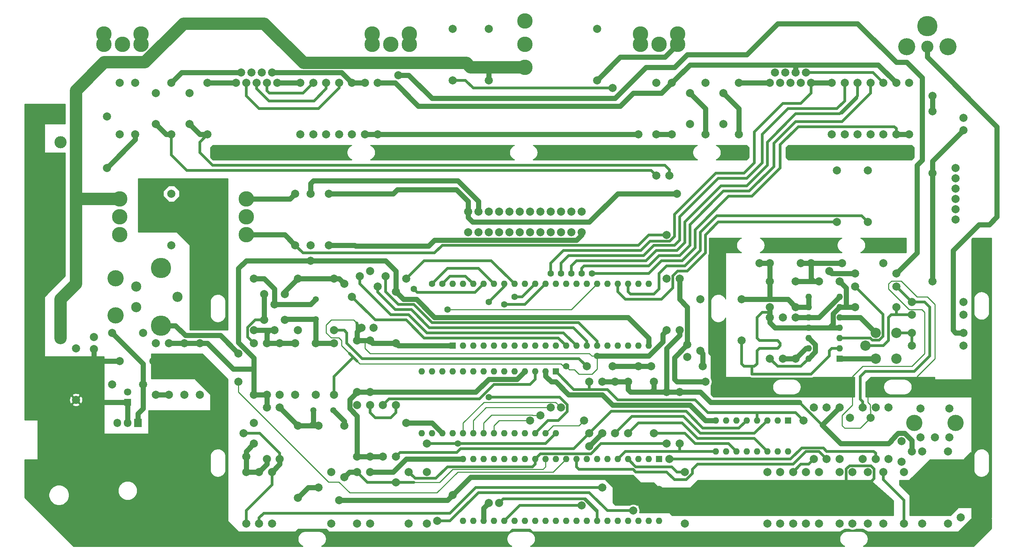
<source format=gbr>
G04 #@! TF.GenerationSoftware,KiCad,Pcbnew,(5.1.4)-1*
G04 #@! TF.CreationDate,2020-12-20T11:18:10+01:00*
G04 #@! TF.ProjectId,JrBoard,4a72426f-6172-4642-9e6b-696361645f70,rev?*
G04 #@! TF.SameCoordinates,Original*
G04 #@! TF.FileFunction,Copper,L2,Bot*
G04 #@! TF.FilePolarity,Positive*
%FSLAX46Y46*%
G04 Gerber Fmt 4.6, Leading zero omitted, Abs format (unit mm)*
G04 Created by KiCad (PCBNEW (5.1.4)-1) date 2020-12-20 11:18:10*
%MOMM*%
%LPD*%
G04 APERTURE LIST*
%ADD10C,2.000000*%
%ADD11C,3.800000*%
%ADD12C,1.500000*%
%ADD13O,1.905000X2.000000*%
%ADD14R,1.905000X2.000000*%
%ADD15C,2.540000*%
%ADD16C,4.000000*%
%ADD17C,5.000000*%
%ADD18C,2.500000*%
%ADD19C,4.200000*%
%ADD20C,3.000000*%
%ADD21C,1.800000*%
%ADD22R,1.800000X1.800000*%
%ADD23O,1.600000X1.600000*%
%ADD24R,1.600000X1.600000*%
%ADD25C,1.600000*%
%ADD26C,0.635000*%
%ADD27C,1.270000*%
%ADD28C,0.250000*%
%ADD29C,3.048000*%
%ADD30C,0.254000*%
G04 APERTURE END LIST*
D10*
X135855000Y-71815000D03*
X138395000Y-71815000D03*
X140935000Y-71815000D03*
X143475000Y-71815000D03*
X146015000Y-71815000D03*
X148555000Y-71815000D03*
X151095000Y-71815000D03*
X153635000Y-71815000D03*
X156175000Y-71815000D03*
X158715000Y-71815000D03*
X161255000Y-71815000D03*
X163795000Y-71815000D03*
X163795000Y-76895000D03*
X161255000Y-76895000D03*
X158715000Y-76895000D03*
X156175000Y-76895000D03*
X153635000Y-76895000D03*
X151095000Y-76895000D03*
X148555000Y-76895000D03*
X146015000Y-76895000D03*
X143475000Y-76895000D03*
X140935000Y-76895000D03*
X138395000Y-76895000D03*
X135855000Y-76895000D03*
X257140000Y-147126000D03*
X81245000Y-132140000D03*
X229835000Y-122615000D03*
X218405000Y-123250000D03*
X105375000Y-89595000D03*
X120615000Y-88325000D03*
X250155000Y-43240000D03*
X211420000Y-37525000D03*
X213960000Y-37525000D03*
X216500000Y-37525000D03*
X219040000Y-37525000D03*
X210150000Y-40065000D03*
X212690000Y-40065000D03*
X215230000Y-40065000D03*
X217770000Y-40065000D03*
X220310000Y-40065000D03*
D11*
X50130000Y-77485000D03*
X50130000Y-68685000D03*
X50130000Y-73085000D03*
X81245000Y-77485000D03*
X81245000Y-68685000D03*
X81245000Y-73085000D03*
D10*
X215865000Y-135950000D03*
X215865000Y-148650000D03*
X216500000Y-108010000D03*
X216500000Y-97850000D03*
X213325000Y-97850000D03*
X213325000Y-108010000D03*
X231105000Y-95310000D03*
X241265000Y-95310000D03*
X241265000Y-90230000D03*
X231105000Y-90230000D03*
X241265000Y-87055000D03*
X231105000Y-87055000D03*
X238090000Y-84515000D03*
X227930000Y-84515000D03*
X210150000Y-97850000D03*
X210150000Y-108010000D03*
X80610000Y-126425000D03*
X83150000Y-128965000D03*
X83150000Y-123885000D03*
X245075000Y-130870000D03*
X242535000Y-128330000D03*
X242535000Y-133410000D03*
X224755000Y-86420000D03*
X222215000Y-88960000D03*
X227295000Y-88960000D03*
X88230000Y-101025000D03*
X90770000Y-98485000D03*
X85690000Y-98485000D03*
X88230000Y-94675000D03*
X90770000Y-92135000D03*
X85690000Y-92135000D03*
D12*
X102655000Y-120710000D03*
X97755000Y-120710000D03*
X98390000Y-98305000D03*
X98390000Y-93405000D03*
D10*
X193640000Y-109915000D03*
X180940000Y-109915000D03*
X121250000Y-148650000D03*
X121250000Y-135950000D03*
X177765000Y-109915000D03*
X165065000Y-109915000D03*
D13*
X49495000Y-123885000D03*
X52035000Y-123885000D03*
D14*
X54575000Y-123885000D03*
D15*
X241265000Y-101660000D03*
X236185000Y-101660000D03*
X233645000Y-104835000D03*
X236185000Y-108010000D03*
X241265000Y-108010000D03*
D11*
X187445000Y-28000000D03*
X187445000Y-30540000D03*
X178245000Y-28000000D03*
X178245000Y-30540000D03*
X182845000Y-30540000D03*
X121405000Y-28000000D03*
X121405000Y-30540000D03*
X112205000Y-28000000D03*
X112205000Y-30540000D03*
X116805000Y-30540000D03*
X55365000Y-28000000D03*
X55365000Y-30540000D03*
X46165000Y-28000000D03*
X46165000Y-30540000D03*
X50765000Y-30540000D03*
D10*
X48225000Y-114360000D03*
X48225000Y-101660000D03*
X234280000Y-148650000D03*
X234280000Y-135950000D03*
X227295000Y-135950000D03*
X227295000Y-148650000D03*
X220945000Y-132775000D03*
X220945000Y-120075000D03*
X222215000Y-135950000D03*
X222215000Y-148650000D03*
X212690000Y-135950000D03*
X212690000Y-148650000D03*
X219040000Y-135950000D03*
X219040000Y-148650000D03*
X209515000Y-135950000D03*
X209515000Y-148650000D03*
X239360000Y-120075000D03*
X239360000Y-132775000D03*
X84420000Y-135950000D03*
X84420000Y-148650000D03*
X86325000Y-132775000D03*
X86325000Y-120075000D03*
X81245000Y-148650000D03*
X81245000Y-135950000D03*
X87595000Y-148650000D03*
X87595000Y-135950000D03*
X243170000Y-135950000D03*
X243170000Y-148650000D03*
X233010000Y-132775000D03*
X233010000Y-120075000D03*
X227295000Y-132775000D03*
X227295000Y-120075000D03*
X118075000Y-132140000D03*
X118075000Y-119440000D03*
X114900000Y-119440000D03*
X114900000Y-132140000D03*
X111725000Y-119440000D03*
X111725000Y-132140000D03*
X89500000Y-120075000D03*
X89500000Y-132775000D03*
X111725000Y-148650000D03*
X111725000Y-135950000D03*
X187925000Y-128965000D03*
X187925000Y-116265000D03*
X184750000Y-128965000D03*
X184750000Y-116265000D03*
X181575000Y-126425000D03*
X181575000Y-113725000D03*
X189195000Y-148650000D03*
X189195000Y-135950000D03*
X175225000Y-126425000D03*
X175225000Y-113725000D03*
X172050000Y-126425000D03*
X172050000Y-113725000D03*
X168875000Y-126425000D03*
X168875000Y-113725000D03*
X165700000Y-113725000D03*
X165700000Y-126425000D03*
X125695000Y-135950000D03*
X125695000Y-148650000D03*
X102835000Y-116900000D03*
X102835000Y-104200000D03*
X93310000Y-116900000D03*
X93310000Y-104200000D03*
X86325000Y-104200000D03*
X86325000Y-116900000D03*
X83150000Y-104200000D03*
X83150000Y-116900000D03*
X55845000Y-101660000D03*
X55845000Y-114360000D03*
X257775000Y-101660000D03*
X245075000Y-101660000D03*
X193005000Y-106105000D03*
X193005000Y-93405000D03*
X102835000Y-101025000D03*
X102835000Y-88325000D03*
X93945000Y-101025000D03*
X93945000Y-88325000D03*
X83150000Y-101025000D03*
X83150000Y-88325000D03*
D16*
X49114000Y-97342000D03*
X49114000Y-88198000D03*
D17*
X60290000Y-99882000D03*
X60290000Y-85658000D03*
D18*
X54194000Y-95310000D03*
X54194000Y-90230000D03*
X64354000Y-92770000D03*
D10*
X244440000Y-52765000D03*
X244440000Y-40065000D03*
X241265000Y-40065000D03*
X241265000Y-52765000D03*
X202530000Y-52765000D03*
X202530000Y-40065000D03*
X194275000Y-52765000D03*
X194275000Y-40065000D03*
X113630000Y-40065000D03*
X113630000Y-52765000D03*
X110455000Y-52765000D03*
X110455000Y-40065000D03*
X71720000Y-52765000D03*
X71720000Y-40065000D03*
X62830000Y-52765000D03*
X62830000Y-40065000D03*
X187925000Y-88325000D03*
X187925000Y-101025000D03*
X99025000Y-139760000D03*
X99025000Y-124520000D03*
X247234000Y-127441000D03*
X250790000Y-127441000D03*
X254346000Y-127441000D03*
X254346000Y-120329000D03*
X247234000Y-120329000D03*
D16*
X255870000Y-123885000D03*
X245710000Y-123885000D03*
D10*
X66005000Y-104200000D03*
X66005000Y-116900000D03*
X203165000Y-103565000D03*
X203165000Y-93405000D03*
X101565000Y-67370000D03*
X101565000Y-80070000D03*
X97120000Y-67370000D03*
X97120000Y-80070000D03*
X250155000Y-62290000D03*
X250155000Y-47050000D03*
X186020000Y-52765000D03*
X186020000Y-40065000D03*
X53940000Y-52765000D03*
X53940000Y-40065000D03*
X255870000Y-61020000D03*
X255870000Y-63560000D03*
X255870000Y-66100000D03*
X255870000Y-68640000D03*
X255870000Y-71180000D03*
X255870000Y-73720000D03*
D17*
X248885000Y-26095000D03*
D19*
X253965000Y-31175000D03*
X243805000Y-31175000D03*
D20*
X248885000Y-31175000D03*
D11*
X149825000Y-24840000D03*
X149825000Y-36240000D03*
X149825000Y-30540000D03*
D10*
X79975000Y-37525000D03*
X82515000Y-37525000D03*
X85055000Y-37525000D03*
X87595000Y-37525000D03*
X78705000Y-40065000D03*
X81245000Y-40065000D03*
X83785000Y-40065000D03*
X86325000Y-40065000D03*
X88865000Y-40065000D03*
D21*
X52035000Y-116265000D03*
D22*
X52035000Y-118805000D03*
D10*
X108550000Y-119440000D03*
X108550000Y-132140000D03*
X62195000Y-116900000D03*
X62195000Y-104200000D03*
X59020000Y-104200000D03*
X59020000Y-116900000D03*
X105375000Y-137220000D03*
X105375000Y-124520000D03*
X253965000Y-130870000D03*
X253965000Y-148650000D03*
X247615000Y-148650000D03*
X247615000Y-130870000D03*
X238090000Y-135950000D03*
X238090000Y-148650000D03*
X230470000Y-148650000D03*
X230470000Y-135950000D03*
X224120000Y-132775000D03*
X224120000Y-120075000D03*
X236185000Y-132775000D03*
X236185000Y-120075000D03*
X93945000Y-142300000D03*
X93945000Y-124520000D03*
X102200000Y-148650000D03*
X102200000Y-135950000D03*
X108550000Y-148650000D03*
X108550000Y-135950000D03*
X111725000Y-103565000D03*
X111725000Y-116265000D03*
X108550000Y-103565000D03*
X108550000Y-116265000D03*
X98390000Y-116900000D03*
X98390000Y-104200000D03*
X89500000Y-116900000D03*
X89500000Y-104200000D03*
X69815000Y-116900000D03*
X69815000Y-104200000D03*
X43780000Y-105700000D03*
X43780000Y-102700000D03*
X39335000Y-118170000D03*
X39335000Y-105470000D03*
X257775000Y-104835000D03*
X245075000Y-104835000D03*
X257775000Y-97215000D03*
X245075000Y-97215000D03*
X257775000Y-94040000D03*
X245075000Y-94040000D03*
X207610000Y-84515000D03*
X220310000Y-84515000D03*
X210150000Y-84515000D03*
X217770000Y-84515000D03*
X216500000Y-95310000D03*
X216500000Y-88960000D03*
X210150000Y-95310000D03*
X210150000Y-88960000D03*
X189830000Y-107605000D03*
X189830000Y-104605000D03*
X118075000Y-104200000D03*
X118075000Y-91500000D03*
X109590000Y-100390000D03*
X112590000Y-100390000D03*
D20*
X35525000Y-54670000D03*
X35525000Y-102930000D03*
D10*
X226660000Y-61655000D03*
X226660000Y-74355000D03*
X234280000Y-61655000D03*
X234280000Y-74355000D03*
X93310000Y-67370000D03*
X93310000Y-80070000D03*
X62830000Y-67370000D03*
X62830000Y-80070000D03*
X46955000Y-48320000D03*
X46955000Y-61020000D03*
X257775000Y-48725000D03*
X257775000Y-51725000D03*
X238090000Y-52765000D03*
X238090000Y-40065000D03*
X234915000Y-52765000D03*
X234915000Y-40065000D03*
X231740000Y-52765000D03*
X231740000Y-40065000D03*
X228565000Y-52765000D03*
X228565000Y-40065000D03*
X225390000Y-52765000D03*
X225390000Y-40065000D03*
X198720000Y-50225000D03*
X198720000Y-42605000D03*
X190465000Y-50225000D03*
X190465000Y-42605000D03*
X182210000Y-40065000D03*
X182210000Y-52765000D03*
X107280000Y-52765000D03*
X107280000Y-40065000D03*
X104105000Y-52765000D03*
X104105000Y-40065000D03*
X100930000Y-52765000D03*
X100930000Y-40065000D03*
X97755000Y-52765000D03*
X97755000Y-40065000D03*
X94580000Y-52765000D03*
X94580000Y-40065000D03*
X67275000Y-42605000D03*
X67275000Y-50225000D03*
X59020000Y-42605000D03*
X59020000Y-50225000D03*
X50130000Y-52765000D03*
X50130000Y-40065000D03*
X167605000Y-26730000D03*
X167605000Y-39430000D03*
X140935000Y-26730000D03*
X140935000Y-39430000D03*
X132045000Y-26730000D03*
X132045000Y-39430000D03*
D23*
X219675000Y-108010000D03*
X227295000Y-92770000D03*
X219675000Y-105470000D03*
X227295000Y-95310000D03*
X219675000Y-102930000D03*
X227295000Y-97850000D03*
X219675000Y-100390000D03*
X227295000Y-100390000D03*
X219675000Y-97850000D03*
X227295000Y-102930000D03*
X219675000Y-95310000D03*
X227295000Y-105470000D03*
X219675000Y-92770000D03*
D24*
X227295000Y-108010000D03*
D23*
X214595000Y-130870000D03*
X196815000Y-123250000D03*
X212055000Y-130870000D03*
X199355000Y-123250000D03*
X209515000Y-130870000D03*
X201895000Y-123250000D03*
X206975000Y-130870000D03*
X204435000Y-123250000D03*
X204435000Y-130870000D03*
X206975000Y-123250000D03*
X201895000Y-130870000D03*
X209515000Y-123250000D03*
X199355000Y-130870000D03*
X212055000Y-123250000D03*
X196815000Y-130870000D03*
D24*
X214595000Y-123250000D03*
D23*
X182845000Y-148015000D03*
X134585000Y-132775000D03*
X180305000Y-148015000D03*
X137125000Y-132775000D03*
X177765000Y-148015000D03*
X139665000Y-132775000D03*
X175225000Y-148015000D03*
X142205000Y-132775000D03*
X172685000Y-148015000D03*
X144745000Y-132775000D03*
X170145000Y-148015000D03*
X147285000Y-132775000D03*
X167605000Y-148015000D03*
X149825000Y-132775000D03*
X165065000Y-148015000D03*
X152365000Y-132775000D03*
X162525000Y-148015000D03*
X154905000Y-132775000D03*
X159985000Y-148015000D03*
X157445000Y-132775000D03*
X157445000Y-148015000D03*
X159985000Y-132775000D03*
X154905000Y-148015000D03*
X162525000Y-132775000D03*
X152365000Y-148015000D03*
X165065000Y-132775000D03*
X149825000Y-148015000D03*
X167605000Y-132775000D03*
X147285000Y-148015000D03*
X170145000Y-132775000D03*
X144745000Y-148015000D03*
X172685000Y-132775000D03*
X142205000Y-148015000D03*
X175225000Y-132775000D03*
X139665000Y-148015000D03*
X177765000Y-132775000D03*
X137125000Y-148015000D03*
X180305000Y-132775000D03*
X134585000Y-148015000D03*
D24*
X182845000Y-132775000D03*
D23*
X157445000Y-126425000D03*
X124425000Y-111185000D03*
X154905000Y-126425000D03*
X126965000Y-111185000D03*
X152365000Y-126425000D03*
X129505000Y-111185000D03*
X149825000Y-126425000D03*
X132045000Y-111185000D03*
X147285000Y-126425000D03*
X134585000Y-111185000D03*
X144745000Y-126425000D03*
X137125000Y-111185000D03*
X142205000Y-126425000D03*
X139665000Y-111185000D03*
X139665000Y-126425000D03*
X142205000Y-111185000D03*
X137125000Y-126425000D03*
X144745000Y-111185000D03*
X134585000Y-126425000D03*
X147285000Y-111185000D03*
X132045000Y-126425000D03*
X149825000Y-111185000D03*
X129505000Y-126425000D03*
X152365000Y-111185000D03*
X126965000Y-126425000D03*
X154905000Y-111185000D03*
X124425000Y-126425000D03*
D24*
X157445000Y-111185000D03*
D23*
X132045000Y-89595000D03*
X180305000Y-104835000D03*
X134585000Y-89595000D03*
X177765000Y-104835000D03*
X137125000Y-89595000D03*
X175225000Y-104835000D03*
X139665000Y-89595000D03*
X172685000Y-104835000D03*
X142205000Y-89595000D03*
X170145000Y-104835000D03*
X144745000Y-89595000D03*
X167605000Y-104835000D03*
X147285000Y-89595000D03*
X165065000Y-104835000D03*
X149825000Y-89595000D03*
X162525000Y-104835000D03*
X152365000Y-89595000D03*
X159985000Y-104835000D03*
X154905000Y-89595000D03*
X157445000Y-104835000D03*
X157445000Y-89595000D03*
X154905000Y-104835000D03*
X159985000Y-89595000D03*
X152365000Y-104835000D03*
X162525000Y-89595000D03*
X149825000Y-104835000D03*
X165065000Y-89595000D03*
X147285000Y-104835000D03*
X167605000Y-89595000D03*
X144745000Y-104835000D03*
X170145000Y-89595000D03*
X142205000Y-104835000D03*
X172685000Y-89595000D03*
X139665000Y-104835000D03*
X175225000Y-89595000D03*
X137125000Y-104835000D03*
X177765000Y-89595000D03*
X134585000Y-104835000D03*
X180305000Y-89595000D03*
D24*
X132045000Y-104835000D03*
D10*
X240630000Y-57210000D03*
X219040000Y-57210000D03*
X199355000Y-57210000D03*
X158715000Y-57210000D03*
X114265000Y-57210000D03*
X74260000Y-90865000D03*
X140935000Y-143570000D03*
X97120000Y-83880000D03*
D25*
X133315000Y-128965000D03*
D10*
X125695000Y-128965000D03*
D25*
X129505000Y-89595000D03*
D10*
X120615000Y-123885000D03*
D25*
X122520000Y-90865000D03*
D10*
X171415000Y-41335000D03*
D25*
X126965000Y-89595000D03*
X140935000Y-117535000D03*
X140935000Y-94040000D03*
D10*
X163795000Y-144205000D03*
X115535000Y-87690000D03*
X113630000Y-90230000D03*
X109185000Y-87690000D03*
D25*
X147285000Y-92770000D03*
D10*
X107280000Y-92770000D03*
D25*
X144745000Y-94675000D03*
X163795000Y-87055000D03*
D10*
X151095000Y-123250000D03*
D25*
X161255000Y-87055000D03*
D10*
X153635000Y-121980000D03*
D25*
X158715000Y-87055000D03*
D10*
X156175000Y-120075000D03*
D25*
X156175000Y-87055000D03*
D10*
X158715000Y-120075000D03*
D25*
X130775000Y-95945000D03*
D10*
X143475000Y-143570000D03*
X184750000Y-77530000D03*
D25*
X167605000Y-107375000D03*
X159985000Y-109915000D03*
D10*
X132045000Y-141665000D03*
X182845000Y-140395000D03*
X187290000Y-67370000D03*
X184750000Y-101025000D03*
X234915000Y-122615000D03*
X104105000Y-142935000D03*
X111725000Y-86420000D03*
X185385000Y-144840000D03*
X231740000Y-145475000D03*
X237455000Y-152460000D03*
X223485000Y-152460000D03*
X74260000Y-82610000D03*
X74260000Y-69910000D03*
X70450000Y-78165000D03*
X70450000Y-88325000D03*
X70450000Y-95945000D03*
X68545000Y-73085000D03*
X68545000Y-68005000D03*
X58385000Y-73085000D03*
X74260000Y-127060000D03*
X74260000Y-113725000D03*
X74260000Y-139125000D03*
X74260000Y-152460000D03*
X41875000Y-146745000D03*
X52670000Y-146745000D03*
X62195000Y-146745000D03*
X67910000Y-146745000D03*
X67910000Y-137220000D03*
X67910000Y-127060000D03*
X62195000Y-131505000D03*
X52670000Y-131505000D03*
X41875000Y-131505000D03*
X43780000Y-120075000D03*
X37430000Y-128965000D03*
X37430000Y-121345000D03*
X67910000Y-111185000D03*
X37430000Y-111185000D03*
X29810000Y-111185000D03*
X32350000Y-116265000D03*
X58385000Y-108645000D03*
X50130000Y-108645000D03*
X31715000Y-90230000D03*
X31715000Y-82610000D03*
X31715000Y-74990000D03*
X31715000Y-67370000D03*
X31715000Y-59750000D03*
X74260000Y-57210000D03*
X92040000Y-152460000D03*
X103470000Y-152460000D03*
X124425000Y-152460000D03*
X142205000Y-152460000D03*
X158715000Y-152460000D03*
X175225000Y-152460000D03*
X200625000Y-152460000D03*
X262220000Y-139760000D03*
X262220000Y-127060000D03*
X262220000Y-100390000D03*
X262220000Y-90230000D03*
X262220000Y-114995000D03*
X104105000Y-57210000D03*
X128235000Y-57210000D03*
X143475000Y-57210000D03*
X168875000Y-57210000D03*
X189195000Y-57210000D03*
X255235000Y-114995000D03*
X246345000Y-114995000D03*
X236820000Y-114995000D03*
X228565000Y-114995000D03*
X219040000Y-114995000D03*
X209515000Y-114995000D03*
X202530000Y-114995000D03*
X200625000Y-80070000D03*
X210150000Y-80070000D03*
X217770000Y-80070000D03*
X225390000Y-80070000D03*
X234915000Y-80070000D03*
X241265000Y-80070000D03*
X197450000Y-90865000D03*
X197450000Y-100390000D03*
X197450000Y-104835000D03*
X197450000Y-86420000D03*
X164430000Y-123250000D03*
X176495000Y-145475000D03*
X128235000Y-148015000D03*
X185385000Y-62925000D03*
X182210000Y-62925000D03*
X177765000Y-52765000D03*
D25*
X166335000Y-87055000D03*
D10*
X185385000Y-132775000D03*
X118075000Y-138490000D03*
X79340000Y-106740000D03*
X79340000Y-113725000D03*
X165700000Y-129600000D03*
X171415000Y-109915000D03*
X168875000Y-139760000D03*
X184750000Y-88325000D03*
X194275000Y-113725000D03*
X118710000Y-38160000D03*
X250155000Y-88960000D03*
D26*
X230717501Y-134432499D02*
X230857499Y-134432499D01*
X230717501Y-134432499D02*
X229741599Y-134432499D01*
X235008401Y-134432499D02*
X230717501Y-134432499D01*
X229741599Y-134432499D02*
X228952499Y-135221599D01*
X235797501Y-135221599D02*
X235008401Y-134432499D01*
X228952499Y-135221599D02*
X228952499Y-136832501D01*
D27*
X62195000Y-104200000D02*
X66005000Y-104200000D01*
X66005000Y-104200000D02*
X69815000Y-104200000D01*
X69815000Y-104200000D02*
X71720000Y-104200000D01*
X71720000Y-104200000D02*
X78070000Y-110550000D01*
X78070000Y-110550000D02*
X83150000Y-110550000D01*
X83150000Y-110550000D02*
X83150000Y-116900000D01*
X139665000Y-144840000D02*
X140935000Y-143570000D01*
X139665000Y-148015000D02*
X139665000Y-144840000D01*
X108550000Y-132140000D02*
X111725000Y-132140000D01*
X111725000Y-132140000D02*
X114900000Y-132140000D01*
X107550001Y-117264999D02*
X108550000Y-116265000D01*
X106714999Y-118100001D02*
X107550001Y-117264999D01*
X106714999Y-120320801D02*
X106714999Y-118100001D01*
X108550000Y-122155802D02*
X106714999Y-120320801D01*
X108550000Y-132140000D02*
X108550000Y-122155802D01*
X120615000Y-132775000D02*
X134585000Y-132775000D01*
X111725000Y-135950000D02*
X117440000Y-135950000D01*
X117440000Y-135950000D02*
X120615000Y-132775000D01*
X108550000Y-116265000D02*
X111725000Y-116265000D01*
X147920000Y-113090000D02*
X149825000Y-111185000D01*
X140935000Y-113090000D02*
X147920000Y-113090000D01*
X111725000Y-116265000D02*
X137760000Y-116265000D01*
X137760000Y-116265000D02*
X140935000Y-113090000D01*
X86325000Y-120075000D02*
X86325000Y-116900000D01*
X86325000Y-116900000D02*
X83150000Y-116900000D01*
X81245000Y-83880000D02*
X97120000Y-83880000D01*
X79340000Y-85785000D02*
X81245000Y-83880000D01*
X79340000Y-104024198D02*
X79340000Y-85785000D01*
X83150000Y-110550000D02*
X83150000Y-107834198D01*
X83150000Y-107834198D02*
X79340000Y-104024198D01*
X119980000Y-93405000D02*
X118075000Y-91500000D01*
X123155000Y-93405000D02*
X119980000Y-93405000D01*
X127600000Y-97850000D02*
X123155000Y-93405000D01*
X175225000Y-97850000D02*
X127600000Y-97850000D01*
X180305000Y-104835000D02*
X180305000Y-102930000D01*
X180305000Y-102930000D02*
X175225000Y-97850000D01*
X97120000Y-83880000D02*
X115535000Y-83880000D01*
X118075000Y-86420000D02*
X118075000Y-91500000D01*
X115535000Y-83880000D02*
X118075000Y-86420000D01*
D26*
X154905000Y-128965000D02*
X133315000Y-128965000D01*
X157445000Y-126425000D02*
X154905000Y-128965000D01*
X133315000Y-128965000D02*
X125695000Y-128965000D01*
X135220000Y-87690000D02*
X137125000Y-89595000D01*
X129505000Y-89595000D02*
X131410000Y-87690000D01*
X131410000Y-87690000D02*
X135220000Y-87690000D01*
D27*
X126965000Y-123885000D02*
X120615000Y-123885000D01*
X129505000Y-126425000D02*
X126965000Y-123885000D01*
D26*
X123319999Y-91664999D02*
X122520000Y-90865000D01*
X137595001Y-91664999D02*
X123319999Y-91664999D01*
X139665000Y-89595000D02*
X137595001Y-91664999D01*
X171415000Y-41335000D02*
X137125000Y-41335000D01*
X135220000Y-39430000D02*
X132045000Y-39430000D01*
X137125000Y-41335000D02*
X135220000Y-39430000D01*
X126965000Y-89595000D02*
X130775000Y-85785000D01*
X138395000Y-85785000D02*
X142205000Y-89595000D01*
X130775000Y-85785000D02*
X138395000Y-85785000D01*
D27*
X184270000Y-33715000D02*
X187445000Y-30540000D01*
X167605000Y-39430000D02*
X173320000Y-33715000D01*
X173320000Y-33715000D02*
X184270000Y-33715000D01*
D28*
X160040001Y-119438999D02*
X158136002Y-117535000D01*
X160040001Y-121289999D02*
X160040001Y-119438999D01*
D26*
X152365000Y-126425000D02*
X155540000Y-123250000D01*
X158080000Y-123250000D02*
X158397500Y-122932500D01*
X155540000Y-123250000D02*
X158080000Y-123250000D01*
D28*
X158397500Y-122932500D02*
X160040001Y-121289999D01*
D26*
X158420902Y-117535000D02*
X156810000Y-117535000D01*
X160232501Y-119346599D02*
X158420902Y-117535000D01*
X160232501Y-121097499D02*
X160232501Y-119346599D01*
X158080000Y-123250000D02*
X160232501Y-121097499D01*
D28*
X158136002Y-117535000D02*
X156810000Y-117535000D01*
D26*
X145380000Y-117535000D02*
X140935000Y-117535000D01*
X156810000Y-117535000D02*
X145380000Y-117535000D01*
X148555000Y-144205000D02*
X144745000Y-148015000D01*
X163795000Y-144205000D02*
X148555000Y-144205000D01*
X144745000Y-90230000D02*
X140935000Y-94040000D01*
X144745000Y-89595000D02*
X144745000Y-90230000D01*
X81245000Y-43240000D02*
X81245000Y-40065000D01*
X84420000Y-46415000D02*
X81245000Y-43240000D01*
X99025000Y-46415000D02*
X84420000Y-46415000D01*
X104105000Y-40065000D02*
X104105000Y-41335000D01*
X104105000Y-41335000D02*
X99025000Y-46415000D01*
X167605000Y-104835000D02*
X167605000Y-103703630D01*
X115535000Y-91500000D02*
X115535000Y-87690000D01*
X163021370Y-99120000D02*
X126965000Y-99120000D01*
X126965000Y-99120000D02*
X122520000Y-94675000D01*
X122520000Y-94675000D02*
X118710000Y-94675000D01*
X167605000Y-103703630D02*
X163021370Y-99120000D01*
X118710000Y-94675000D02*
X115535000Y-91500000D01*
X118075000Y-119440000D02*
X118075000Y-121345000D01*
X118075000Y-121345000D02*
X116805000Y-122615000D01*
X112995000Y-122615000D02*
X111725000Y-121345000D01*
X116805000Y-122615000D02*
X112995000Y-122615000D01*
X111725000Y-121345000D02*
X111725000Y-119440000D01*
X147285000Y-89595000D02*
X141570000Y-83880000D01*
X125060000Y-83880000D02*
X120615000Y-88325000D01*
X141570000Y-83880000D02*
X125060000Y-83880000D01*
X100930000Y-41479213D02*
X97899213Y-44510000D01*
X100930000Y-40065000D02*
X100930000Y-41479213D01*
X83785000Y-41479213D02*
X83785000Y-40065000D01*
X86815787Y-44510000D02*
X83785000Y-41479213D01*
X97899213Y-44510000D02*
X86815787Y-44510000D01*
X165065000Y-103703630D02*
X161751370Y-100390000D01*
X165065000Y-104835000D02*
X165065000Y-103703630D01*
X161751370Y-100390000D02*
X126330000Y-100390000D01*
X126330000Y-100390000D02*
X121885000Y-95945000D01*
X113630000Y-91644213D02*
X113630000Y-90230000D01*
X117930787Y-95945000D02*
X113630000Y-91644213D01*
X121885000Y-95945000D02*
X117930787Y-95945000D01*
X86325000Y-41970000D02*
X86325000Y-40065000D01*
X86960000Y-42605000D02*
X86325000Y-41970000D01*
X97755000Y-40065000D02*
X95215000Y-42605000D01*
X95215000Y-42605000D02*
X86960000Y-42605000D01*
X109185000Y-89595000D02*
X109185000Y-87690000D01*
X116805000Y-97215000D02*
X109185000Y-89595000D01*
X121250000Y-97215000D02*
X116805000Y-97215000D01*
X125695000Y-101660000D02*
X121250000Y-97215000D01*
X162525000Y-104835000D02*
X159350000Y-101660000D01*
X159350000Y-101660000D02*
X125695000Y-101660000D01*
X149190000Y-92770000D02*
X152365000Y-89595000D01*
X147285000Y-92770000D02*
X149190000Y-92770000D01*
D27*
X94580000Y-40065000D02*
X88865000Y-40065000D01*
D26*
X112995000Y-98485000D02*
X107280000Y-92770000D01*
X120615000Y-98485000D02*
X112995000Y-98485000D01*
X125060000Y-102930000D02*
X120615000Y-98485000D01*
X159985000Y-104835000D02*
X158080000Y-102930000D01*
X158080000Y-102930000D02*
X125060000Y-102930000D01*
X149825000Y-94675000D02*
X154905000Y-89595000D01*
X144745000Y-94675000D02*
X149825000Y-94675000D01*
X234915000Y-42605000D02*
X234915000Y-40065000D01*
X227930000Y-49590000D02*
X234915000Y-42605000D01*
X211102500Y-54987500D02*
X216500000Y-49590000D01*
X211102500Y-60702500D02*
X211102500Y-54987500D01*
X205070000Y-66735000D02*
X211102500Y-60702500D01*
X198720000Y-66735000D02*
X205070000Y-66735000D01*
X163795000Y-87055000D02*
X163795000Y-85785000D01*
X163795000Y-85785000D02*
X164430000Y-85150000D01*
X216500000Y-49590000D02*
X227930000Y-49590000D01*
X164430000Y-85150000D02*
X180305000Y-85150000D01*
X180305000Y-85150000D02*
X182845000Y-82610000D01*
X190465000Y-74990000D02*
X198720000Y-66735000D01*
X182845000Y-82610000D02*
X187925000Y-82610000D01*
X190465000Y-80070000D02*
X190465000Y-74990000D01*
X187925000Y-82610000D02*
X190465000Y-80070000D01*
D28*
X142205000Y-124520000D02*
X142205000Y-126425000D01*
X151095000Y-123250000D02*
X143475000Y-123250000D01*
X143475000Y-123250000D02*
X142205000Y-124520000D01*
X231740000Y-40065000D02*
X231740000Y-43875000D01*
X227930000Y-47685000D02*
X216500000Y-47685000D01*
X231740000Y-43875000D02*
X227930000Y-47685000D01*
D26*
X231740000Y-40065000D02*
X231740000Y-43240000D01*
X231740000Y-43240000D02*
X227295000Y-47685000D01*
X227295000Y-47685000D02*
X216500000Y-47685000D01*
X209515000Y-54670000D02*
X216500000Y-47685000D01*
X189195000Y-74355000D02*
X198085000Y-65465000D01*
X198085000Y-65465000D02*
X204435000Y-65465000D01*
X189195000Y-79435000D02*
X189195000Y-74355000D01*
X161255000Y-87055000D02*
X161255000Y-85150000D01*
X161255000Y-85150000D02*
X162525000Y-83880000D01*
X179670000Y-83880000D02*
X182210000Y-81340000D01*
X209515000Y-60385000D02*
X209515000Y-54670000D01*
X182210000Y-81340000D02*
X187290000Y-81340000D01*
X204435000Y-65465000D02*
X209515000Y-60385000D01*
X162525000Y-83880000D02*
X179670000Y-83880000D01*
X187290000Y-81340000D02*
X189195000Y-79435000D01*
D28*
X151731001Y-121924999D02*
X141625001Y-121924999D01*
X153635000Y-121980000D02*
X151786002Y-121980000D01*
X151786002Y-121980000D02*
X151731001Y-121924999D01*
X139665000Y-123885000D02*
X139665000Y-126425000D01*
X141625001Y-121924999D02*
X139665000Y-123885000D01*
D26*
X214595000Y-46415000D02*
X226660000Y-46415000D01*
X208245000Y-52765000D02*
X214595000Y-46415000D01*
X208245000Y-59750000D02*
X208245000Y-52765000D01*
X204435000Y-63560000D02*
X208245000Y-59750000D01*
X187925000Y-73085000D02*
X197450000Y-63560000D01*
X197450000Y-63560000D02*
X204435000Y-63560000D01*
X158715000Y-87055000D02*
X158715000Y-84515000D01*
X226660000Y-46415000D02*
X228565000Y-44510000D01*
X158715000Y-84515000D02*
X160620000Y-82610000D01*
X160620000Y-82610000D02*
X179035000Y-82610000D01*
X187925000Y-78800000D02*
X187925000Y-73085000D01*
X179035000Y-82610000D02*
X181575000Y-80070000D01*
X228565000Y-44510000D02*
X228565000Y-40065000D01*
X181575000Y-80070000D02*
X186655000Y-80070000D01*
X186655000Y-80070000D02*
X187925000Y-78800000D01*
D28*
X156175000Y-120075000D02*
X140300000Y-120075000D01*
X137125000Y-123250000D02*
X137125000Y-126425000D01*
X140300000Y-120075000D02*
X137125000Y-123250000D01*
D27*
X225390000Y-40065000D02*
X220310000Y-40065000D01*
D28*
X185386001Y-78855001D02*
X182900001Y-78855001D01*
X186075001Y-78166001D02*
X185386001Y-78855001D01*
D26*
X185478401Y-79047501D02*
X180692499Y-79047501D01*
X186655000Y-77870902D02*
X185478401Y-79047501D01*
X186655000Y-72450000D02*
X186655000Y-77870902D01*
X196815000Y-62290000D02*
X186655000Y-72450000D01*
X203800000Y-62290000D02*
X196815000Y-62290000D01*
X220310000Y-42605000D02*
X217770000Y-45145000D01*
X180692499Y-79047501D02*
X178400000Y-81340000D01*
X220310000Y-40065000D02*
X220310000Y-42605000D01*
X217770000Y-45145000D02*
X213325000Y-45145000D01*
X213325000Y-45145000D02*
X206340000Y-52130000D01*
X206340000Y-52130000D02*
X206340000Y-59750000D01*
X178400000Y-81340000D02*
X159350000Y-81340000D01*
X206340000Y-59750000D02*
X203800000Y-62290000D01*
X156175000Y-84515000D02*
X156175000Y-87055000D01*
X159350000Y-81340000D02*
X156175000Y-84515000D01*
D28*
X157389999Y-118749999D02*
X139720001Y-118749999D01*
X158715000Y-120075000D02*
X157389999Y-118749999D01*
X134585000Y-123885000D02*
X134585000Y-126425000D01*
X139720001Y-118749999D02*
X134585000Y-123885000D01*
X167605000Y-146883630D02*
X167605000Y-148015000D01*
X167605000Y-146053998D02*
X167605000Y-146883630D01*
X164121003Y-142570001D02*
X167605000Y-146053998D01*
X144474999Y-142570001D02*
X164121003Y-142570001D01*
D26*
X164700001Y-142570001D02*
X144474999Y-142570001D01*
X167605000Y-148015000D02*
X167605000Y-145475000D01*
X167605000Y-145475000D02*
X164700001Y-142570001D01*
X144474999Y-142570001D02*
X143475000Y-143570000D01*
D28*
X161255000Y-95945000D02*
X167605000Y-89595000D01*
X130775000Y-95945000D02*
X161255000Y-95945000D01*
D26*
X197450000Y-74355000D02*
X226660000Y-74355000D01*
X194275000Y-77530000D02*
X197450000Y-74355000D01*
X189830000Y-86420000D02*
X194275000Y-81975000D01*
X194275000Y-81975000D02*
X194275000Y-77530000D01*
X172685000Y-89595000D02*
X172685000Y-91500000D01*
X172685000Y-91500000D02*
X174590000Y-93405000D01*
X187444100Y-86420000D02*
X189830000Y-86420000D01*
X174590000Y-93405000D02*
X183480000Y-93405000D01*
X183480000Y-93405000D02*
X186267501Y-90617499D01*
X186267501Y-90617499D02*
X186267501Y-87596599D01*
X186267501Y-87596599D02*
X187444100Y-86420000D01*
X197062501Y-72837499D02*
X232762499Y-72837499D01*
X232762499Y-72837499D02*
X234280000Y-74355000D01*
X193005000Y-76895000D02*
X197062501Y-72837499D01*
X189195000Y-85150000D02*
X193005000Y-81340000D01*
X184750000Y-85150000D02*
X189195000Y-85150000D01*
X175225000Y-89595000D02*
X175225000Y-91500000D01*
X175225000Y-91500000D02*
X175860000Y-92135000D01*
X175860000Y-92135000D02*
X181575000Y-92135000D01*
X181575000Y-92135000D02*
X182845000Y-90865000D01*
X193005000Y-81340000D02*
X193005000Y-76895000D01*
X182845000Y-90865000D02*
X182845000Y-87055000D01*
X182845000Y-87055000D02*
X184750000Y-85150000D01*
D27*
X90725000Y-77485000D02*
X93310000Y-80070000D01*
X81245000Y-77485000D02*
X90725000Y-77485000D01*
D26*
X180305000Y-77530000D02*
X184750000Y-77530000D01*
X177765000Y-80070000D02*
X180305000Y-77530000D01*
X129505000Y-80070000D02*
X177765000Y-80070000D01*
X127600000Y-81975000D02*
X129505000Y-80070000D01*
X93310000Y-80070000D02*
X95215000Y-81975000D01*
X95215000Y-81975000D02*
X127600000Y-81975000D01*
D27*
X52035000Y-123885000D02*
X52035000Y-118805000D01*
X52035000Y-118805000D02*
X45685000Y-118805000D01*
X43780000Y-105700000D02*
X43780000Y-108010000D01*
X50130000Y-108645000D02*
X45685000Y-108645000D01*
D26*
X228952499Y-136832501D02*
X228952499Y-138242499D01*
X235797501Y-135221599D02*
X235797501Y-137607499D01*
X235797501Y-137607499D02*
X234915000Y-138490000D01*
D27*
X130775000Y-142935000D02*
X132045000Y-141665000D01*
X104105000Y-142935000D02*
X130775000Y-142935000D01*
X132045000Y-141665000D02*
X136490000Y-137220000D01*
X136490000Y-137220000D02*
X170145000Y-137220000D01*
D28*
X234859999Y-120711001D02*
X234859999Y-119384999D01*
X234915000Y-122615000D02*
X234915000Y-120766002D01*
X234915000Y-120766002D02*
X234859999Y-120711001D01*
X234859999Y-119384999D02*
X234280000Y-118805000D01*
X234280000Y-118805000D02*
X234280000Y-116900000D01*
X234915000Y-122615000D02*
X232375000Y-125155000D01*
X232375000Y-125155000D02*
X228565000Y-125155000D01*
X228565000Y-125155000D02*
X227930000Y-124520000D01*
X227930000Y-124520000D02*
X227930000Y-121980000D01*
X229564999Y-115994999D02*
X228565000Y-114995000D01*
X230470000Y-116900000D02*
X229564999Y-115994999D01*
X230470000Y-119440000D02*
X230470000Y-116900000D01*
X227930000Y-121980000D02*
X230470000Y-119440000D01*
D27*
X154905000Y-112316370D02*
X154905000Y-111185000D01*
X156313630Y-113725000D02*
X154905000Y-112316370D01*
X157445000Y-113725000D02*
X156313630Y-113725000D01*
X196815000Y-123250000D02*
X194275000Y-123250000D01*
X194275000Y-123250000D02*
X190465000Y-119440000D01*
X190465000Y-119440000D02*
X171415000Y-119440000D01*
X171415000Y-119440000D02*
X168875000Y-116900000D01*
X168875000Y-116900000D02*
X160620000Y-116900000D01*
X160620000Y-116900000D02*
X157445000Y-113725000D01*
X183750001Y-102024999D02*
X183750001Y-103929999D01*
X184750000Y-101025000D02*
X183750001Y-102024999D01*
X183750001Y-103929999D02*
X180305000Y-107375000D01*
X180305000Y-107375000D02*
X167605000Y-107375000D01*
X135855000Y-73229213D02*
X135855000Y-71815000D01*
X136980787Y-74355000D02*
X135855000Y-73229213D01*
X165700000Y-74355000D02*
X136980787Y-74355000D01*
X172685000Y-67370000D02*
X165700000Y-74355000D01*
X187290000Y-67370000D02*
X172685000Y-67370000D01*
X117440000Y-67370000D02*
X101565000Y-67370000D01*
X118439999Y-66370001D02*
X117440000Y-67370000D01*
X132950001Y-66370001D02*
X118439999Y-66370001D01*
X135855000Y-71815000D02*
X135855000Y-69275000D01*
X135855000Y-69275000D02*
X132950001Y-66370001D01*
D28*
X230470000Y-112455000D02*
X230470000Y-113090000D01*
X246345000Y-92770000D02*
X242479999Y-88904999D01*
X250790000Y-94675000D02*
X248885000Y-92770000D01*
X250790000Y-108010000D02*
X250790000Y-94675000D01*
X246345000Y-114995000D02*
X246345000Y-112455000D01*
X239360000Y-89595000D02*
X239360000Y-90865000D01*
X230470000Y-113090000D02*
X228565000Y-114995000D01*
X239360000Y-90865000D02*
X244384999Y-95889999D01*
X246345000Y-112455000D02*
X250790000Y-108010000D01*
X242479999Y-88904999D02*
X240050001Y-88904999D01*
X245075000Y-109915000D02*
X233010000Y-109915000D01*
X240050001Y-88904999D02*
X239360000Y-89595000D01*
X248885000Y-92770000D02*
X246345000Y-92770000D01*
X233010000Y-109915000D02*
X230470000Y-112455000D01*
X244384999Y-95889999D02*
X247559999Y-95889999D01*
X248250000Y-96580000D02*
X248250000Y-106740000D01*
X247559999Y-95889999D02*
X248250000Y-96580000D01*
X248250000Y-106740000D02*
X245075000Y-109915000D01*
D27*
X91995000Y-68685000D02*
X93310000Y-67370000D01*
X81245000Y-68685000D02*
X91995000Y-68685000D01*
X118710000Y-104835000D02*
X118075000Y-104200000D01*
X132045000Y-104835000D02*
X118710000Y-104835000D01*
X112360000Y-104200000D02*
X111725000Y-103565000D01*
X118075000Y-104200000D02*
X112360000Y-104200000D01*
X108550000Y-101430000D02*
X109590000Y-100390000D01*
X108550000Y-103565000D02*
X108550000Y-101430000D01*
D28*
X110455000Y-105470000D02*
X110455000Y-103565000D01*
D27*
X110455000Y-103565000D02*
X108550000Y-103565000D01*
X111725000Y-103565000D02*
X110455000Y-103565000D01*
D28*
X167605000Y-107375000D02*
X166335000Y-107375000D01*
X166335000Y-107375000D02*
X165700000Y-106740000D01*
X165700000Y-106740000D02*
X111725000Y-106740000D01*
X111725000Y-106740000D02*
X110455000Y-105470000D01*
X159350000Y-109915000D02*
X159985000Y-109915000D01*
X158715000Y-109280000D02*
X159350000Y-109915000D01*
X109185000Y-109280000D02*
X158715000Y-109280000D01*
X104740000Y-103565000D02*
X104740000Y-104835000D01*
X107685000Y-98485000D02*
X102200000Y-98485000D01*
X102200000Y-98485000D02*
X100930000Y-99755000D01*
X104049999Y-102874999D02*
X104740000Y-103565000D01*
X100930000Y-99755000D02*
X100930000Y-101660000D01*
X100930000Y-101660000D02*
X102144999Y-102874999D01*
X102144999Y-102874999D02*
X104049999Y-102874999D01*
X160784999Y-110714999D02*
X162054999Y-110714999D01*
X159985000Y-109915000D02*
X160784999Y-110714999D01*
X162054999Y-110714999D02*
X163160000Y-111820000D01*
X163160000Y-111820000D02*
X166335000Y-111820000D01*
X167605000Y-110550000D02*
X167605000Y-107375000D01*
X166335000Y-111820000D02*
X167605000Y-110550000D01*
D26*
X102835000Y-112455000D02*
X107597500Y-107692500D01*
X102835000Y-116900000D02*
X102835000Y-112455000D01*
X108550000Y-108645000D02*
X106645000Y-106740000D01*
D28*
X106645000Y-106740000D02*
X107597500Y-107692500D01*
X104740000Y-104835000D02*
X106645000Y-106740000D01*
X108550000Y-108645000D02*
X109185000Y-109280000D01*
X107597500Y-107692500D02*
X108550000Y-108645000D01*
D26*
X108550000Y-99350000D02*
X108435000Y-99235000D01*
X108550000Y-101430000D02*
X108550000Y-99350000D01*
D28*
X109590000Y-100390000D02*
X108435000Y-99235000D01*
X108435000Y-99235000D02*
X107685000Y-98485000D01*
X154905000Y-126425000D02*
X156810000Y-124520000D01*
X163160000Y-124520000D02*
X164430000Y-123250000D01*
X156810000Y-124520000D02*
X163160000Y-124520000D01*
D26*
X165700000Y-141030000D02*
X170145000Y-145475000D01*
X138395000Y-141030000D02*
X165700000Y-141030000D01*
X131410000Y-148015000D02*
X138395000Y-141030000D01*
X128235000Y-148015000D02*
X131410000Y-148015000D01*
X170145000Y-145475000D02*
X176495000Y-145475000D01*
X138642501Y-117922499D02*
X142205000Y-114360000D01*
X116417501Y-117922499D02*
X138642501Y-117922499D01*
X114900000Y-119440000D02*
X116417501Y-117922499D01*
X142205000Y-114360000D02*
X151095000Y-114360000D01*
X151095000Y-114360000D02*
X152365000Y-113090000D01*
X152365000Y-113090000D02*
X152365000Y-111185000D01*
D28*
X170145000Y-115630000D02*
X165700000Y-115630000D01*
X165700000Y-115630000D02*
X161890000Y-115630000D01*
D26*
X194910000Y-121345000D02*
X191735000Y-118170000D01*
X218405000Y-123250000D02*
X216500000Y-121345000D01*
X206975000Y-123250000D02*
X206975000Y-121345000D01*
X216500000Y-121345000D02*
X206975000Y-121345000D01*
X206975000Y-121345000D02*
X194910000Y-121345000D01*
X172685000Y-118170000D02*
X170145000Y-115630000D01*
X191735000Y-118170000D02*
X172685000Y-118170000D01*
X163325000Y-115630000D02*
X161890000Y-115630000D01*
X170145000Y-115630000D02*
X163325000Y-115630000D01*
X161890000Y-115630000D02*
X157445000Y-111185000D01*
X165700000Y-113725000D02*
X165700000Y-115630000D01*
D27*
X69815000Y-52765000D02*
X67275000Y-50225000D01*
X71720000Y-52765000D02*
X69815000Y-52765000D01*
D26*
X69815000Y-54670000D02*
X71720000Y-52765000D01*
X69815000Y-57210000D02*
X69815000Y-54670000D01*
X72990000Y-60385000D02*
X69815000Y-57210000D01*
X184259213Y-60385000D02*
X72990000Y-60385000D01*
X185385000Y-62925000D02*
X185385000Y-61510787D01*
X185385000Y-61510787D02*
X184259213Y-60385000D01*
D27*
X61560000Y-52765000D02*
X59020000Y-50225000D01*
X62830000Y-52765000D02*
X61560000Y-52765000D01*
D26*
X62830000Y-57845000D02*
X62830000Y-52765000D01*
X66640000Y-61655000D02*
X62830000Y-57845000D01*
X182210000Y-62925000D02*
X180940000Y-61655000D01*
X180940000Y-61655000D02*
X66640000Y-61655000D01*
D27*
X202530000Y-46415000D02*
X198720000Y-42605000D01*
X202530000Y-52765000D02*
X202530000Y-46415000D01*
X194275000Y-46415000D02*
X190465000Y-42605000D01*
X194275000Y-52765000D02*
X194275000Y-46415000D01*
X177765000Y-52765000D02*
X113630000Y-52765000D01*
X113630000Y-52765000D02*
X110455000Y-52765000D01*
X244440000Y-52765000D02*
X241265000Y-52765000D01*
D28*
X187290000Y-83880000D02*
X183480000Y-83880000D01*
X188560000Y-83880000D02*
X186020000Y-83880000D01*
D26*
X188560000Y-83880000D02*
X183480000Y-83880000D01*
X183480000Y-83880000D02*
X180305000Y-87055000D01*
X180305000Y-87055000D02*
X166335000Y-87055000D01*
X241265000Y-51350787D02*
X241265000Y-52765000D01*
X217135000Y-50860000D02*
X240774213Y-50860000D01*
X212697510Y-55297490D02*
X217135000Y-50860000D01*
X240774213Y-50860000D02*
X241265000Y-51350787D01*
X188560000Y-83880000D02*
X191735000Y-80705000D01*
X191735000Y-80705000D02*
X191735000Y-76260000D01*
X191735000Y-76260000D02*
X199990000Y-68005000D01*
X199990000Y-68005000D02*
X205705000Y-68005000D01*
X205705000Y-68005000D02*
X212697510Y-61012490D01*
X212697510Y-61012490D02*
X212697510Y-55297490D01*
D28*
X152365000Y-134045000D02*
X152365000Y-132775000D01*
X151730000Y-134680000D02*
X152365000Y-134045000D01*
X130775000Y-134680000D02*
X151730000Y-134680000D01*
D26*
X236185000Y-131360787D02*
X235694213Y-130870000D01*
X236185000Y-132775000D02*
X236185000Y-131360787D01*
X235694213Y-130870000D02*
X224120000Y-130870000D01*
X224120000Y-130870000D02*
X223292500Y-130042500D01*
X213960000Y-132775000D02*
X185385000Y-132775000D01*
X223292500Y-130042500D02*
X217962500Y-130042500D01*
X217962500Y-130042500D02*
X215230000Y-132775000D01*
X215230000Y-132775000D02*
X213960000Y-132775000D01*
X153164999Y-131975001D02*
X152365000Y-132775000D01*
X153682501Y-131457499D02*
X153164999Y-131975001D01*
X166088403Y-131457499D02*
X153682501Y-131457499D01*
X168580902Y-128965000D02*
X166088403Y-131457499D01*
X184750000Y-128965000D02*
X168580902Y-128965000D01*
X122837500Y-137537500D02*
X127917500Y-137537500D01*
X122837500Y-137537500D02*
X121250000Y-135950000D01*
X127917500Y-137537500D02*
X130775000Y-134680000D01*
X151730000Y-134672490D02*
X151095000Y-134672490D01*
X131778864Y-134672490D02*
X151730000Y-134672490D01*
X130775000Y-134680000D02*
X131771354Y-134680000D01*
X131771354Y-134680000D02*
X131778864Y-134672490D01*
X152365000Y-134037490D02*
X152365000Y-132775000D01*
X151730000Y-134672490D02*
X152365000Y-134037490D01*
D27*
X105375000Y-137220000D02*
X106645000Y-135950000D01*
X106645000Y-135950000D02*
X108550000Y-135950000D01*
D28*
X154905000Y-134680000D02*
X154905000Y-132775000D01*
X154270000Y-135315000D02*
X154905000Y-134680000D01*
X132045000Y-135315000D02*
X154270000Y-135315000D01*
X128870000Y-138490000D02*
X132045000Y-135315000D01*
D26*
X111090000Y-138490000D02*
X108550000Y-135950000D01*
X118075000Y-138490000D02*
X111090000Y-138490000D01*
X122520000Y-138490000D02*
X118075000Y-138490000D01*
D28*
X122520000Y-138490000D02*
X128870000Y-138490000D01*
D26*
X163160000Y-108010000D02*
X165065000Y-109915000D01*
X109820000Y-108010000D02*
X163160000Y-108010000D01*
X106010000Y-104200000D02*
X109820000Y-108010000D01*
X106010000Y-101660000D02*
X106010000Y-104200000D01*
X102835000Y-101025000D02*
X105375000Y-101025000D01*
X105375000Y-101025000D02*
X106010000Y-101660000D01*
D27*
X63825533Y-99882000D02*
X66238533Y-102295000D01*
X60290000Y-99882000D02*
X63825533Y-99882000D01*
X74895000Y-102295000D02*
X79340000Y-106740000D01*
X66238533Y-102295000D02*
X74895000Y-102295000D01*
D28*
X79340000Y-116265000D02*
X79340000Y-113725000D01*
X101509999Y-138434999D02*
X79340000Y-116265000D01*
X156810000Y-135950000D02*
X133315000Y-135950000D01*
X159985000Y-132775000D02*
X156810000Y-135950000D01*
X133315000Y-135950000D02*
X128179999Y-141085001D01*
X128179999Y-141085001D02*
X106700001Y-141085001D01*
X106700001Y-141085001D02*
X104049999Y-138434999D01*
X104049999Y-138434999D02*
X101509999Y-138434999D01*
D27*
X168875000Y-126425000D02*
X165700000Y-129600000D01*
D26*
X219032490Y-130877510D02*
X215865000Y-134045000D01*
X222222510Y-130877510D02*
X219032490Y-130877510D01*
X224120000Y-132775000D02*
X222222510Y-130877510D01*
X192370000Y-134045000D02*
X191100000Y-135315000D01*
X215865000Y-134045000D02*
X192370000Y-134045000D01*
X191100000Y-136290902D02*
X189535902Y-137855000D01*
X191100000Y-135315000D02*
X191100000Y-136290902D01*
X186655000Y-137855000D02*
X184750000Y-135950000D01*
X189535902Y-137855000D02*
X186655000Y-137855000D01*
X177130000Y-135950000D02*
X184750000Y-135950000D01*
X177130000Y-135950000D02*
X176495000Y-135315000D01*
X163160000Y-135315000D02*
X162525000Y-134680000D01*
X176495000Y-135315000D02*
X163160000Y-135315000D01*
X162525000Y-134680000D02*
X162525000Y-132775000D01*
D27*
X177765000Y-109915000D02*
X171415000Y-109915000D01*
X180940000Y-109915000D02*
X177765000Y-109915000D01*
D26*
X131410000Y-146110000D02*
X137760000Y-139760000D01*
X85545787Y-146110000D02*
X131410000Y-146110000D01*
X84420000Y-147235787D02*
X85545787Y-146110000D01*
X84420000Y-148650000D02*
X84420000Y-147235787D01*
X137760000Y-139760000D02*
X168875000Y-139760000D01*
X206340000Y-126425000D02*
X193005000Y-126425000D01*
X209515000Y-123250000D02*
X206340000Y-126425000D01*
X176177500Y-122297500D02*
X175860000Y-122615000D01*
X188877500Y-122297500D02*
X176177500Y-122297500D01*
X175860000Y-122615000D02*
X172050000Y-126425000D01*
X193005000Y-126425000D02*
X188877500Y-122297500D01*
X206340000Y-127695000D02*
X192370000Y-127695000D01*
X209515000Y-130870000D02*
X206340000Y-127695000D01*
X192370000Y-127695000D02*
X188560000Y-123885000D01*
X177765000Y-123885000D02*
X175225000Y-126425000D01*
X188560000Y-123885000D02*
X177765000Y-123885000D01*
X174590000Y-130870000D02*
X172685000Y-132775000D01*
X196815000Y-130870000D02*
X174590000Y-130870000D01*
X187925000Y-128965000D02*
X187925000Y-130870000D01*
X186020000Y-134680000D02*
X177130000Y-134680000D01*
X187290000Y-135950000D02*
X186020000Y-134680000D01*
X177130000Y-134680000D02*
X175225000Y-132775000D01*
X187290000Y-135950000D02*
X189195000Y-135950000D01*
X201895000Y-130870000D02*
X199990000Y-128965000D01*
X191735000Y-128965000D02*
X189195000Y-126425000D01*
X199990000Y-128965000D02*
X191735000Y-128965000D01*
X189195000Y-126425000D02*
X181575000Y-126425000D01*
X217770000Y-134045000D02*
X215865000Y-135950000D01*
X220945000Y-132775000D02*
X219675000Y-134045000D01*
X219675000Y-134045000D02*
X217770000Y-134045000D01*
D27*
X193640000Y-106740000D02*
X193005000Y-106105000D01*
X193640000Y-109915000D02*
X193640000Y-106740000D01*
D26*
X165700000Y-126425000D02*
X161890000Y-130235000D01*
X119074999Y-131140001D02*
X118075000Y-132140000D01*
X133089901Y-131140001D02*
X119074999Y-131140001D01*
X133994902Y-130235000D02*
X133089901Y-131140001D01*
X161890000Y-130235000D02*
X133994902Y-130235000D01*
X204435000Y-123250000D02*
X202530000Y-125155000D01*
X202530000Y-125155000D02*
X193640000Y-125155000D01*
X171097500Y-121027500D02*
X170780000Y-121345000D01*
X189512500Y-121027500D02*
X171097500Y-121027500D01*
X170780000Y-121345000D02*
X165700000Y-126425000D01*
X193640000Y-125155000D02*
X189512500Y-121027500D01*
D27*
X186655000Y-107780000D02*
X189830000Y-104605000D01*
X186655000Y-113090000D02*
X186655000Y-107780000D01*
X187290000Y-113725000D02*
X186655000Y-113090000D01*
X187925000Y-93405000D02*
X187925000Y-88325000D01*
X189830000Y-104605000D02*
X189830000Y-95310000D01*
X189830000Y-95310000D02*
X187925000Y-93405000D01*
X187290000Y-113725000D02*
X194275000Y-113725000D01*
D26*
X210150000Y-108010000D02*
X212055000Y-109915000D01*
X217770000Y-109915000D02*
X219675000Y-108010000D01*
X212055000Y-109915000D02*
X217770000Y-109915000D01*
D27*
X220474999Y-103729999D02*
X219675000Y-102930000D01*
X221310001Y-104565001D02*
X220474999Y-103729999D01*
X221310001Y-106374999D02*
X221310001Y-104565001D01*
X219675000Y-108010000D02*
X221310001Y-106374999D01*
X227295000Y-92770000D02*
X222215000Y-97850000D01*
X222215000Y-97850000D02*
X219675000Y-97850000D01*
X219675000Y-97850000D02*
X216500000Y-97850000D01*
X219040000Y-105470000D02*
X216500000Y-108010000D01*
X219675000Y-105470000D02*
X219040000Y-105470000D01*
X216500000Y-108010000D02*
X213325000Y-108010000D01*
X228930001Y-95040001D02*
X229200000Y-95310000D01*
X228930001Y-90595001D02*
X228930001Y-95040001D01*
X227295000Y-88960000D02*
X228930001Y-90595001D01*
X231105000Y-95310000D02*
X229200000Y-95310000D01*
X229200000Y-95310000D02*
X227295000Y-95310000D01*
X225659999Y-99485001D02*
X224755000Y-100390000D01*
X225659999Y-96945001D02*
X225659999Y-99485001D01*
X227295000Y-95310000D02*
X225659999Y-96945001D01*
X227295000Y-100390000D02*
X224755000Y-100390000D01*
X224755000Y-100390000D02*
X219675000Y-100390000D01*
X219675000Y-100390000D02*
X211420000Y-100390000D01*
X211420000Y-100390000D02*
X210150000Y-99120000D01*
X210150000Y-99120000D02*
X210150000Y-97850000D01*
D26*
X203165000Y-109280000D02*
X203165000Y-103565000D01*
X203800000Y-109915000D02*
X203165000Y-109280000D01*
X205705000Y-109915000D02*
X203800000Y-109915000D01*
X227295000Y-105470000D02*
X225390000Y-105470000D01*
X224755000Y-106105000D02*
X224755000Y-107375000D01*
X224755000Y-107375000D02*
X220310000Y-111820000D01*
X220310000Y-111820000D02*
X205705000Y-111820000D01*
X225390000Y-105470000D02*
X224755000Y-106105000D01*
X205705000Y-111820000D02*
X205705000Y-109915000D01*
X209515000Y-96580000D02*
X210150000Y-97215000D01*
X208245000Y-96580000D02*
X209515000Y-96580000D01*
X206975000Y-102930000D02*
X206975000Y-97850000D01*
X207610000Y-103565000D02*
X206975000Y-102930000D01*
X212055000Y-103565000D02*
X207610000Y-103565000D01*
X212690000Y-104835000D02*
X212690000Y-104200000D01*
X212055000Y-105470000D02*
X212690000Y-104835000D01*
D27*
X210150000Y-97215000D02*
X210150000Y-95310000D01*
X210150000Y-97850000D02*
X210150000Y-97215000D01*
D26*
X205705000Y-109915000D02*
X206340000Y-109915000D01*
X206975000Y-97850000D02*
X208245000Y-96580000D01*
X212690000Y-104200000D02*
X212055000Y-103565000D01*
X206340000Y-109915000D02*
X206975000Y-109280000D01*
X207610000Y-105470000D02*
X212055000Y-105470000D01*
X206975000Y-109280000D02*
X206975000Y-106105000D01*
X206975000Y-106105000D02*
X207610000Y-105470000D01*
D27*
X232375000Y-97850000D02*
X236185000Y-101660000D01*
X227295000Y-97850000D02*
X232375000Y-97850000D01*
D26*
X237972501Y-102518001D02*
X237972501Y-97097501D01*
X237043001Y-103447501D02*
X237972501Y-102518001D01*
X235326999Y-103447501D02*
X237043001Y-103447501D01*
X227295000Y-102930000D02*
X234809498Y-102930000D01*
X234809498Y-102930000D02*
X235326999Y-103447501D01*
X237972501Y-97097501D02*
X231105000Y-90230000D01*
D27*
X219675000Y-92770000D02*
X219675000Y-95310000D01*
X219675000Y-95310000D02*
X216500000Y-95310000D01*
X216500000Y-95310000D02*
X214595000Y-93405000D01*
X210150000Y-88960000D02*
X210150000Y-93405000D01*
X214595000Y-93405000D02*
X210150000Y-93405000D01*
X210150000Y-93405000D02*
X203165000Y-93405000D01*
X210150000Y-84515000D02*
X210150000Y-88960000D01*
X210150000Y-84515000D02*
X207610000Y-84515000D01*
X236185000Y-108010000D02*
X227295000Y-108010000D01*
D29*
X35525000Y-102930000D02*
X35525000Y-93405000D01*
X35525000Y-93405000D02*
X39335000Y-89595000D01*
X39335000Y-89595000D02*
X39335000Y-68640000D01*
X39380000Y-68685000D02*
X50130000Y-68685000D01*
X39335000Y-68640000D02*
X39380000Y-68685000D01*
X135400990Y-35165990D02*
X136475000Y-36240000D01*
X95395990Y-35165990D02*
X135400990Y-35165990D01*
X39335000Y-68640000D02*
X39335000Y-41970000D01*
X39335000Y-41970000D02*
X46320000Y-34985000D01*
X46320000Y-34985000D02*
X56283522Y-34985000D01*
X56283522Y-34985000D02*
X65808522Y-25460000D01*
X65808522Y-25460000D02*
X85690000Y-25460000D01*
X85690000Y-25460000D02*
X95395990Y-35165990D01*
D27*
X140935000Y-37525000D02*
X139650000Y-36240000D01*
X140935000Y-39430000D02*
X140935000Y-37525000D01*
D29*
X136475000Y-36240000D02*
X139650000Y-36240000D01*
X139650000Y-36240000D02*
X149825000Y-36240000D01*
D27*
X121250000Y-38160000D02*
X118710000Y-38160000D01*
X126965000Y-43875000D02*
X121250000Y-38160000D01*
X172050000Y-43875000D02*
X126965000Y-43875000D01*
X179670000Y-36255000D02*
X172050000Y-43875000D01*
X186655000Y-36255000D02*
X179670000Y-36255000D01*
X189830000Y-33080000D02*
X186655000Y-36255000D01*
X204435000Y-33080000D02*
X189830000Y-33080000D01*
X212055000Y-25460000D02*
X204435000Y-33080000D01*
X231740000Y-25460000D02*
X212055000Y-25460000D01*
X241265000Y-34985000D02*
X231740000Y-25460000D01*
X246345000Y-81975000D02*
X246345000Y-60385000D01*
X241265000Y-87055000D02*
X246345000Y-81975000D01*
X246345000Y-60385000D02*
X247615000Y-59115000D01*
X247615000Y-59115000D02*
X247615000Y-38795000D01*
X247615000Y-38795000D02*
X243805000Y-34985000D01*
X243805000Y-34985000D02*
X241265000Y-34985000D01*
X104740000Y-37525000D02*
X87595000Y-37525000D01*
X107280000Y-40065000D02*
X104740000Y-37525000D01*
X110455000Y-40065000D02*
X107280000Y-40065000D01*
X184750000Y-116265000D02*
X187925000Y-116265000D01*
X187925000Y-116265000D02*
X193005000Y-116265000D01*
X193005000Y-116265000D02*
X195545000Y-118805000D01*
X195545000Y-118805000D02*
X213960000Y-118805000D01*
X213960000Y-118805000D02*
X217429098Y-118805000D01*
X227295000Y-120075000D02*
X222997049Y-124372951D01*
D26*
X222997049Y-124372951D02*
X217429098Y-118805000D01*
D27*
X239360000Y-128965000D02*
X227589098Y-128965000D01*
X245075000Y-128154198D02*
X243345802Y-126425000D01*
X227589098Y-128965000D02*
X222997049Y-124372951D01*
X245075000Y-130870000D02*
X245075000Y-128154198D01*
X243345802Y-126425000D02*
X241724198Y-126425000D01*
X241724198Y-126425000D02*
X239995000Y-128154198D01*
X239995000Y-128154198D02*
X239995000Y-128330000D01*
X239995000Y-128330000D02*
X239360000Y-128965000D01*
X175225000Y-115630000D02*
X175225000Y-113725000D01*
X175860000Y-116265000D02*
X175225000Y-115630000D01*
X175225000Y-113725000D02*
X172050000Y-113725000D01*
X172050000Y-113725000D02*
X168875000Y-113725000D01*
X181575000Y-115630000D02*
X180940000Y-116265000D01*
X181575000Y-113725000D02*
X181575000Y-115630000D01*
X184750000Y-116265000D02*
X180940000Y-116265000D01*
X180940000Y-116265000D02*
X175860000Y-116265000D01*
X184750000Y-116265000D02*
X184750000Y-105470000D01*
X184750000Y-105470000D02*
X187925000Y-102295000D01*
X187925000Y-102295000D02*
X187925000Y-101025000D01*
X186020000Y-52765000D02*
X182210000Y-52765000D01*
D26*
X235550000Y-37525000D02*
X219040000Y-37525000D01*
X238090000Y-40065000D02*
X235550000Y-37525000D01*
X241265000Y-95310000D02*
X241265000Y-97215000D01*
X241265000Y-97215000D02*
X245075000Y-97215000D01*
X239995000Y-97215000D02*
X241265000Y-97215000D01*
X239360000Y-97850000D02*
X239995000Y-97215000D01*
X239360000Y-103565000D02*
X239360000Y-97850000D01*
X238090000Y-104835000D02*
X239360000Y-103565000D01*
X233645000Y-104835000D02*
X238090000Y-104835000D01*
D27*
X250155000Y-88960000D02*
X250155000Y-62290000D01*
X257775000Y-51725000D02*
X250155000Y-59345000D01*
X250155000Y-59345000D02*
X250155000Y-62290000D01*
X53940000Y-54035000D02*
X53940000Y-52765000D01*
X46955000Y-61020000D02*
X53940000Y-54035000D01*
X220310000Y-84515000D02*
X217770000Y-84515000D01*
X220310000Y-88325000D02*
X220945000Y-88960000D01*
X220310000Y-84515000D02*
X220310000Y-88325000D01*
X222215000Y-88960000D02*
X220945000Y-88960000D01*
X220945000Y-88960000D02*
X216500000Y-88960000D01*
X227930000Y-84515000D02*
X220310000Y-84515000D01*
D26*
X245075000Y-94040000D02*
X241265000Y-90230000D01*
X248250000Y-94040000D02*
X245075000Y-94040000D01*
X249520000Y-107375000D02*
X249520000Y-95310000D01*
X233010000Y-118660787D02*
X232375000Y-118025787D01*
X249520000Y-95310000D02*
X248250000Y-94040000D01*
X233010000Y-120075000D02*
X233010000Y-118660787D01*
X232375000Y-118025787D02*
X232375000Y-112455000D01*
X232375000Y-112455000D02*
X233645000Y-111185000D01*
X233645000Y-111185000D02*
X245710000Y-111185000D01*
X245710000Y-111185000D02*
X249520000Y-107375000D01*
X245075000Y-104835000D02*
X245075000Y-101660000D01*
X245075000Y-101660000D02*
X241265000Y-101660000D01*
D27*
X54575000Y-121615000D02*
X55845000Y-120345000D01*
X54575000Y-123885000D02*
X54575000Y-121615000D01*
X55845000Y-120345000D02*
X55845000Y-114360000D01*
X55845000Y-109280000D02*
X48225000Y-101660000D01*
X55845000Y-114360000D02*
X55845000Y-109280000D01*
X93310000Y-104200000D02*
X89500000Y-104200000D01*
X89500000Y-104200000D02*
X86325000Y-104200000D01*
X86325000Y-101660000D02*
X86960000Y-101025000D01*
X86325000Y-104200000D02*
X86325000Y-101660000D01*
X88230000Y-101025000D02*
X86960000Y-101025000D01*
X86960000Y-101025000D02*
X83150000Y-101025000D01*
X102835000Y-104200000D02*
X98390000Y-104200000D01*
X98390000Y-104200000D02*
X98390000Y-98305000D01*
X90950000Y-98305000D02*
X90770000Y-98485000D01*
X98390000Y-98305000D02*
X90950000Y-98305000D01*
X96485000Y-139760000D02*
X99025000Y-139760000D01*
X93945000Y-142300000D02*
X96485000Y-139760000D01*
X97755000Y-123885000D02*
X97120000Y-124520000D01*
X97755000Y-120710000D02*
X97755000Y-123885000D01*
X99025000Y-124520000D02*
X97120000Y-124520000D01*
X97120000Y-124520000D02*
X93945000Y-124520000D01*
X93945000Y-124520000D02*
X89500000Y-120075000D01*
D26*
X238090000Y-135950000D02*
X238090000Y-137855000D01*
X243170000Y-142935000D02*
X243170000Y-148650000D01*
X238090000Y-137855000D02*
X243170000Y-142935000D01*
D27*
X105375000Y-123430000D02*
X102655000Y-120710000D01*
X105375000Y-124520000D02*
X105375000Y-123430000D01*
X62195000Y-116900000D02*
X59020000Y-116900000D01*
X65370000Y-37525000D02*
X62830000Y-40065000D01*
X79975000Y-37525000D02*
X65370000Y-37525000D01*
X187019999Y-39065001D02*
X186020000Y-40065000D01*
X190465000Y-35620000D02*
X187019999Y-39065001D01*
X241265000Y-40065000D02*
X236820000Y-35620000D01*
X216009213Y-35620000D02*
X215865000Y-35620000D01*
X216500000Y-36110787D02*
X216009213Y-35620000D01*
X216500000Y-37525000D02*
X216500000Y-36110787D01*
X236820000Y-35620000D02*
X215865000Y-35620000D01*
X215865000Y-35620000D02*
X190465000Y-35620000D01*
X117899198Y-40065000D02*
X113630000Y-40065000D01*
X123614198Y-45780000D02*
X117899198Y-40065000D01*
X173320000Y-45780000D02*
X123614198Y-45780000D01*
X176495000Y-42605000D02*
X173320000Y-45780000D01*
X186020000Y-40065000D02*
X183480000Y-42605000D01*
X183480000Y-42605000D02*
X176495000Y-42605000D01*
X250155000Y-43240000D02*
X250155000Y-47050000D01*
X78705000Y-40065000D02*
X71720000Y-40065000D01*
X210150000Y-40065000D02*
X202530000Y-40065000D01*
X248885000Y-33715000D02*
X248885000Y-31175000D01*
X266030000Y-50860000D02*
X248885000Y-33715000D01*
X266030000Y-73085000D02*
X266030000Y-50860000D01*
X255870000Y-101660000D02*
X255235000Y-101025000D01*
X255235000Y-101025000D02*
X255235000Y-81340000D01*
X255235000Y-81340000D02*
X261585000Y-74990000D01*
X261585000Y-74990000D02*
X264125000Y-74990000D01*
X257775000Y-101660000D02*
X255870000Y-101660000D01*
X264125000Y-74990000D02*
X266030000Y-73085000D01*
X97120000Y-64830000D02*
X97120000Y-67370000D01*
X97755000Y-64195000D02*
X97120000Y-64830000D01*
X133315000Y-64195000D02*
X97755000Y-64195000D01*
X138395000Y-71815000D02*
X138395000Y-69275000D01*
X138395000Y-69275000D02*
X133315000Y-64195000D01*
X163795000Y-76895000D02*
X163795000Y-77530000D01*
X107915000Y-80070000D02*
X101565000Y-80070000D01*
X126104990Y-80295010D02*
X108140010Y-80295010D01*
X108140010Y-80295010D02*
X107915000Y-80070000D01*
X127600000Y-78800000D02*
X126104990Y-80295010D01*
X162525000Y-78800000D02*
X127600000Y-78800000D01*
X163795000Y-77530000D02*
X162525000Y-78800000D01*
X85690000Y-98485000D02*
X85690000Y-92135000D01*
D26*
X84275787Y-98485000D02*
X85690000Y-98485000D01*
X83444098Y-98485000D02*
X84275787Y-98485000D01*
X81632499Y-100296599D02*
X83444098Y-98485000D01*
X81632499Y-102682499D02*
X81632499Y-100296599D01*
X83150000Y-104200000D02*
X81632499Y-102682499D01*
D27*
X90770000Y-91500000D02*
X93945000Y-88325000D01*
X90770000Y-92135000D02*
X90770000Y-91500000D01*
X93945000Y-88325000D02*
X102835000Y-88325000D01*
X104105000Y-88325000D02*
X105375000Y-89595000D01*
X102835000Y-88325000D02*
X104105000Y-88325000D01*
X88230000Y-94675000D02*
X88230000Y-90865000D01*
X85690000Y-88325000D02*
X83150000Y-88325000D01*
X88230000Y-90865000D02*
X85690000Y-88325000D01*
X97120000Y-94675000D02*
X98390000Y-93405000D01*
X88230000Y-94675000D02*
X97120000Y-94675000D01*
X225390000Y-87055000D02*
X224755000Y-86420000D01*
X231105000Y-87055000D02*
X225390000Y-87055000D01*
X81245000Y-135950000D02*
X84420000Y-135950000D01*
X81245000Y-130870000D02*
X83150000Y-128965000D01*
X81245000Y-135950000D02*
X81245000Y-130870000D01*
X86325000Y-134045000D02*
X86325000Y-132775000D01*
X84420000Y-135950000D02*
X86325000Y-134045000D01*
X89500000Y-134045000D02*
X89500000Y-132775000D01*
X87595000Y-135950000D02*
X89500000Y-134045000D01*
D26*
X81245000Y-145475000D02*
X87595000Y-139125000D01*
X81245000Y-148650000D02*
X81245000Y-145475000D01*
X87595000Y-139125000D02*
X87595000Y-135950000D01*
X82024213Y-126425000D02*
X80610000Y-126425000D01*
X84564213Y-126425000D02*
X82024213Y-126425000D01*
X89500000Y-131360787D02*
X84564213Y-126425000D01*
X89500000Y-132775000D02*
X89500000Y-131360787D01*
D30*
G36*
X76673000Y-100898000D02*
G01*
X67402000Y-100898000D01*
X67402000Y-97247418D01*
X72330000Y-97247418D01*
X72333274Y-97280660D01*
X72333274Y-97297137D01*
X72334237Y-97306302D01*
X72361866Y-97552618D01*
X72374297Y-97611098D01*
X72385921Y-97669808D01*
X72388647Y-97678611D01*
X72463592Y-97914869D01*
X72487146Y-97969824D01*
X72509953Y-98025158D01*
X72514336Y-98033264D01*
X72633744Y-98250466D01*
X72667518Y-98299791D01*
X72700643Y-98349648D01*
X72706517Y-98356749D01*
X72865840Y-98546621D01*
X72908569Y-98588465D01*
X72950727Y-98630918D01*
X72957868Y-98636742D01*
X73151035Y-98792053D01*
X73201099Y-98824814D01*
X73250685Y-98858260D01*
X73258821Y-98862586D01*
X73478476Y-98977418D01*
X73533880Y-98999802D01*
X73589081Y-99023007D01*
X73597903Y-99025670D01*
X73835679Y-99095652D01*
X73894441Y-99106861D01*
X73953038Y-99118890D01*
X73962209Y-99119789D01*
X74209049Y-99142253D01*
X74268866Y-99141835D01*
X74328682Y-99142253D01*
X74337853Y-99141354D01*
X74584357Y-99115446D01*
X74642986Y-99103411D01*
X74701716Y-99092208D01*
X74710532Y-99089546D01*
X74710536Y-99089545D01*
X74710539Y-99089544D01*
X74947314Y-99016249D01*
X75002457Y-98993069D01*
X75057920Y-98970661D01*
X75066054Y-98966335D01*
X75066059Y-98966333D01*
X75066064Y-98966330D01*
X75284086Y-98848447D01*
X75333654Y-98815012D01*
X75383735Y-98782241D01*
X75390876Y-98776416D01*
X75581856Y-98618423D01*
X75623995Y-98575988D01*
X75666745Y-98534125D01*
X75672618Y-98527024D01*
X75829273Y-98334947D01*
X75862374Y-98285125D01*
X75896173Y-98235763D01*
X75900556Y-98227657D01*
X76016919Y-98008809D01*
X76039707Y-97953521D01*
X76063279Y-97898525D01*
X76066003Y-97889722D01*
X76137643Y-97652441D01*
X76149264Y-97593754D01*
X76161700Y-97535248D01*
X76162663Y-97526083D01*
X76186850Y-97279405D01*
X76186850Y-97279402D01*
X76190000Y-97247419D01*
X76190000Y-94007581D01*
X76186726Y-93974339D01*
X76186726Y-93957863D01*
X76185763Y-93948698D01*
X76158134Y-93702382D01*
X76145695Y-93643865D01*
X76134078Y-93585192D01*
X76131353Y-93576389D01*
X76056408Y-93340131D01*
X76032868Y-93285209D01*
X76010048Y-93229842D01*
X76005664Y-93221736D01*
X75886256Y-93004534D01*
X75852457Y-92955171D01*
X75819357Y-92905352D01*
X75813483Y-92898252D01*
X75654161Y-92708379D01*
X75611412Y-92666516D01*
X75569273Y-92624082D01*
X75562132Y-92618258D01*
X75368965Y-92462947D01*
X75318901Y-92430186D01*
X75269315Y-92396740D01*
X75261186Y-92392418D01*
X75261181Y-92392415D01*
X75261176Y-92392413D01*
X75041524Y-92277582D01*
X74986058Y-92255173D01*
X74930919Y-92231994D01*
X74922097Y-92229330D01*
X74684321Y-92159348D01*
X74625559Y-92148139D01*
X74566962Y-92136110D01*
X74557791Y-92135211D01*
X74310951Y-92112747D01*
X74251135Y-92113165D01*
X74191318Y-92112747D01*
X74182147Y-92113646D01*
X73935644Y-92139554D01*
X73877028Y-92151586D01*
X73818284Y-92162792D01*
X73809462Y-92165456D01*
X73572686Y-92238751D01*
X73517555Y-92261926D01*
X73462080Y-92284339D01*
X73453944Y-92288666D01*
X73235914Y-92406554D01*
X73186346Y-92439988D01*
X73136265Y-92472760D01*
X73129124Y-92478584D01*
X72938144Y-92636577D01*
X72896005Y-92679012D01*
X72853255Y-92720875D01*
X72847381Y-92727976D01*
X72690727Y-92920054D01*
X72657655Y-92969831D01*
X72623826Y-93019237D01*
X72619444Y-93027343D01*
X72503081Y-93246191D01*
X72480298Y-93301468D01*
X72456721Y-93356475D01*
X72453997Y-93365278D01*
X72382357Y-93602559D01*
X72370736Y-93661246D01*
X72358300Y-93719752D01*
X72357337Y-93728917D01*
X72333150Y-93975595D01*
X72333150Y-93975608D01*
X72330001Y-94007581D01*
X72330000Y-97247418D01*
X67402000Y-97247418D01*
X67402000Y-80070000D01*
X67399560Y-80045224D01*
X67392333Y-80021399D01*
X67380597Y-79999443D01*
X67364803Y-79980197D01*
X64189803Y-76805197D01*
X64170557Y-76789403D01*
X64148601Y-76777667D01*
X64124776Y-76770440D01*
X64100000Y-76768000D01*
X54702000Y-76768000D01*
X54702000Y-66735000D01*
X60798000Y-66735000D01*
X60798000Y-68005000D01*
X60800440Y-68029776D01*
X60807667Y-68053601D01*
X60819403Y-68075557D01*
X60835197Y-68094803D01*
X62105197Y-69364803D01*
X62124443Y-69380597D01*
X62146399Y-69392333D01*
X62170224Y-69399560D01*
X62195000Y-69402000D01*
X63465000Y-69402000D01*
X63489776Y-69399560D01*
X63513601Y-69392333D01*
X63535557Y-69380597D01*
X63554803Y-69364803D01*
X64824803Y-68094803D01*
X64840597Y-68075557D01*
X64852333Y-68053601D01*
X64859560Y-68029776D01*
X64862000Y-68005000D01*
X64862000Y-66735000D01*
X64859560Y-66710224D01*
X64852333Y-66686399D01*
X64840597Y-66664443D01*
X64824803Y-66645197D01*
X63554803Y-65375197D01*
X63535557Y-65359403D01*
X63513601Y-65347667D01*
X63489776Y-65340440D01*
X63465000Y-65338000D01*
X62195000Y-65338000D01*
X62170224Y-65340440D01*
X62146399Y-65347667D01*
X62124443Y-65359403D01*
X62105197Y-65375197D01*
X60835197Y-66645197D01*
X60819403Y-66664443D01*
X60807667Y-66686399D01*
X60800440Y-66710224D01*
X60798000Y-66735000D01*
X54702000Y-66735000D01*
X54702000Y-63687000D01*
X76673000Y-63687000D01*
X76673000Y-100898000D01*
X76673000Y-100898000D01*
G37*
X76673000Y-100898000D02*
X67402000Y-100898000D01*
X67402000Y-97247418D01*
X72330000Y-97247418D01*
X72333274Y-97280660D01*
X72333274Y-97297137D01*
X72334237Y-97306302D01*
X72361866Y-97552618D01*
X72374297Y-97611098D01*
X72385921Y-97669808D01*
X72388647Y-97678611D01*
X72463592Y-97914869D01*
X72487146Y-97969824D01*
X72509953Y-98025158D01*
X72514336Y-98033264D01*
X72633744Y-98250466D01*
X72667518Y-98299791D01*
X72700643Y-98349648D01*
X72706517Y-98356749D01*
X72865840Y-98546621D01*
X72908569Y-98588465D01*
X72950727Y-98630918D01*
X72957868Y-98636742D01*
X73151035Y-98792053D01*
X73201099Y-98824814D01*
X73250685Y-98858260D01*
X73258821Y-98862586D01*
X73478476Y-98977418D01*
X73533880Y-98999802D01*
X73589081Y-99023007D01*
X73597903Y-99025670D01*
X73835679Y-99095652D01*
X73894441Y-99106861D01*
X73953038Y-99118890D01*
X73962209Y-99119789D01*
X74209049Y-99142253D01*
X74268866Y-99141835D01*
X74328682Y-99142253D01*
X74337853Y-99141354D01*
X74584357Y-99115446D01*
X74642986Y-99103411D01*
X74701716Y-99092208D01*
X74710532Y-99089546D01*
X74710536Y-99089545D01*
X74710539Y-99089544D01*
X74947314Y-99016249D01*
X75002457Y-98993069D01*
X75057920Y-98970661D01*
X75066054Y-98966335D01*
X75066059Y-98966333D01*
X75066064Y-98966330D01*
X75284086Y-98848447D01*
X75333654Y-98815012D01*
X75383735Y-98782241D01*
X75390876Y-98776416D01*
X75581856Y-98618423D01*
X75623995Y-98575988D01*
X75666745Y-98534125D01*
X75672618Y-98527024D01*
X75829273Y-98334947D01*
X75862374Y-98285125D01*
X75896173Y-98235763D01*
X75900556Y-98227657D01*
X76016919Y-98008809D01*
X76039707Y-97953521D01*
X76063279Y-97898525D01*
X76066003Y-97889722D01*
X76137643Y-97652441D01*
X76149264Y-97593754D01*
X76161700Y-97535248D01*
X76162663Y-97526083D01*
X76186850Y-97279405D01*
X76186850Y-97279402D01*
X76190000Y-97247419D01*
X76190000Y-94007581D01*
X76186726Y-93974339D01*
X76186726Y-93957863D01*
X76185763Y-93948698D01*
X76158134Y-93702382D01*
X76145695Y-93643865D01*
X76134078Y-93585192D01*
X76131353Y-93576389D01*
X76056408Y-93340131D01*
X76032868Y-93285209D01*
X76010048Y-93229842D01*
X76005664Y-93221736D01*
X75886256Y-93004534D01*
X75852457Y-92955171D01*
X75819357Y-92905352D01*
X75813483Y-92898252D01*
X75654161Y-92708379D01*
X75611412Y-92666516D01*
X75569273Y-92624082D01*
X75562132Y-92618258D01*
X75368965Y-92462947D01*
X75318901Y-92430186D01*
X75269315Y-92396740D01*
X75261186Y-92392418D01*
X75261181Y-92392415D01*
X75261176Y-92392413D01*
X75041524Y-92277582D01*
X74986058Y-92255173D01*
X74930919Y-92231994D01*
X74922097Y-92229330D01*
X74684321Y-92159348D01*
X74625559Y-92148139D01*
X74566962Y-92136110D01*
X74557791Y-92135211D01*
X74310951Y-92112747D01*
X74251135Y-92113165D01*
X74191318Y-92112747D01*
X74182147Y-92113646D01*
X73935644Y-92139554D01*
X73877028Y-92151586D01*
X73818284Y-92162792D01*
X73809462Y-92165456D01*
X73572686Y-92238751D01*
X73517555Y-92261926D01*
X73462080Y-92284339D01*
X73453944Y-92288666D01*
X73235914Y-92406554D01*
X73186346Y-92439988D01*
X73136265Y-92472760D01*
X73129124Y-92478584D01*
X72938144Y-92636577D01*
X72896005Y-92679012D01*
X72853255Y-92720875D01*
X72847381Y-92727976D01*
X72690727Y-92920054D01*
X72657655Y-92969831D01*
X72623826Y-93019237D01*
X72619444Y-93027343D01*
X72503081Y-93246191D01*
X72480298Y-93301468D01*
X72456721Y-93356475D01*
X72453997Y-93365278D01*
X72382357Y-93602559D01*
X72370736Y-93661246D01*
X72358300Y-93719752D01*
X72357337Y-93728917D01*
X72333150Y-93975595D01*
X72333150Y-93975608D01*
X72330001Y-94007581D01*
X72330000Y-97247418D01*
X67402000Y-97247418D01*
X67402000Y-80070000D01*
X67399560Y-80045224D01*
X67392333Y-80021399D01*
X67380597Y-79999443D01*
X67364803Y-79980197D01*
X64189803Y-76805197D01*
X64170557Y-76789403D01*
X64148601Y-76777667D01*
X64124776Y-76770440D01*
X64100000Y-76768000D01*
X54702000Y-76768000D01*
X54702000Y-66735000D01*
X60798000Y-66735000D01*
X60798000Y-68005000D01*
X60800440Y-68029776D01*
X60807667Y-68053601D01*
X60819403Y-68075557D01*
X60835197Y-68094803D01*
X62105197Y-69364803D01*
X62124443Y-69380597D01*
X62146399Y-69392333D01*
X62170224Y-69399560D01*
X62195000Y-69402000D01*
X63465000Y-69402000D01*
X63489776Y-69399560D01*
X63513601Y-69392333D01*
X63535557Y-69380597D01*
X63554803Y-69364803D01*
X64824803Y-68094803D01*
X64840597Y-68075557D01*
X64852333Y-68053601D01*
X64859560Y-68029776D01*
X64862000Y-68005000D01*
X64862000Y-66735000D01*
X64859560Y-66710224D01*
X64852333Y-66686399D01*
X64840597Y-66664443D01*
X64824803Y-66645197D01*
X63554803Y-65375197D01*
X63535557Y-65359403D01*
X63513601Y-65347667D01*
X63489776Y-65340440D01*
X63465000Y-65338000D01*
X62195000Y-65338000D01*
X62170224Y-65340440D01*
X62146399Y-65347667D01*
X62124443Y-65359403D01*
X62105197Y-65375197D01*
X60835197Y-66645197D01*
X60819403Y-66664443D01*
X60807667Y-66686399D01*
X60800440Y-66710224D01*
X60798000Y-66735000D01*
X54702000Y-66735000D01*
X54702000Y-63687000D01*
X76673000Y-63687000D01*
X76673000Y-100898000D01*
G36*
X36668000Y-50098000D02*
G01*
X31715000Y-50098000D01*
X31690224Y-50100440D01*
X31666399Y-50107667D01*
X31644443Y-50119403D01*
X31625197Y-50135197D01*
X31609403Y-50154443D01*
X31597667Y-50176399D01*
X31590440Y-50200224D01*
X31588000Y-50225000D01*
X31588000Y-57210000D01*
X31590440Y-57234776D01*
X31597667Y-57258601D01*
X31609403Y-57280557D01*
X31625197Y-57299803D01*
X31644443Y-57315597D01*
X31666399Y-57327333D01*
X31690224Y-57334560D01*
X31715000Y-57337000D01*
X36668000Y-57337000D01*
X36668000Y-87637394D01*
X31625197Y-92680197D01*
X31609403Y-92699443D01*
X31597667Y-92721399D01*
X31590440Y-92745224D01*
X31588000Y-92770000D01*
X31588000Y-107375000D01*
X31590440Y-107399776D01*
X31597667Y-107423601D01*
X31609403Y-107445557D01*
X31625197Y-107464803D01*
X31644443Y-107480597D01*
X31666399Y-107492333D01*
X31690224Y-107499560D01*
X31715000Y-107502000D01*
X46193000Y-107502000D01*
X46193000Y-126425000D01*
X46195440Y-126449776D01*
X46202667Y-126473601D01*
X46214403Y-126495557D01*
X46230197Y-126514803D01*
X46249443Y-126530597D01*
X46271399Y-126542333D01*
X46295224Y-126549560D01*
X46320000Y-126552000D01*
X57115000Y-126552000D01*
X57139776Y-126549560D01*
X57163601Y-126542333D01*
X57185557Y-126530597D01*
X57204803Y-126514803D01*
X57220597Y-126495557D01*
X57232333Y-126473601D01*
X57239560Y-126449776D01*
X57242000Y-126425000D01*
X57242000Y-120837000D01*
X72355000Y-120837000D01*
X72379776Y-120834560D01*
X72403601Y-120827333D01*
X72425557Y-120815597D01*
X72444803Y-120799803D01*
X72460597Y-120780557D01*
X72472333Y-120758601D01*
X72479560Y-120734776D01*
X72482000Y-120710000D01*
X72482000Y-116900000D01*
X72479560Y-116875224D01*
X72472333Y-116851399D01*
X72460597Y-116829443D01*
X72444803Y-116810197D01*
X68634803Y-113000197D01*
X68615557Y-112984403D01*
X68593601Y-112972667D01*
X68569776Y-112965440D01*
X68545000Y-112963000D01*
X57877000Y-112963000D01*
X57877000Y-106867000D01*
X70397394Y-106867000D01*
X76673000Y-113142606D01*
X76673000Y-148015000D01*
X76675440Y-148039776D01*
X76682667Y-148063601D01*
X76694403Y-148085557D01*
X76710197Y-148104803D01*
X79250197Y-150644803D01*
X79269443Y-150660597D01*
X79291399Y-150672333D01*
X79315224Y-150679560D01*
X79340000Y-150682000D01*
X93310000Y-150682000D01*
X93334776Y-150679560D01*
X93358601Y-150672333D01*
X93380557Y-150660597D01*
X93399803Y-150644803D01*
X93997606Y-150047000D01*
X100877394Y-150047000D01*
X101475197Y-150644803D01*
X101494443Y-150660597D01*
X101516399Y-150672333D01*
X101540224Y-150679560D01*
X101565000Y-150682000D01*
X146015000Y-150682000D01*
X146039776Y-150679560D01*
X146063601Y-150672333D01*
X146085557Y-150660597D01*
X146104803Y-150644803D01*
X146702606Y-150047000D01*
X151042394Y-150047000D01*
X151640197Y-150644803D01*
X151659443Y-150660597D01*
X151681399Y-150672333D01*
X151705224Y-150679560D01*
X151730000Y-150682000D01*
X227295000Y-150682000D01*
X227319776Y-150679560D01*
X227351796Y-150668592D01*
X228594980Y-150047000D01*
X229617836Y-150047000D01*
X229695537Y-150098918D01*
X229993088Y-150222168D01*
X230308967Y-150285000D01*
X230631033Y-150285000D01*
X230946912Y-150222168D01*
X231244463Y-150098918D01*
X231322164Y-150047000D01*
X232980020Y-150047000D01*
X234223204Y-150668592D01*
X234246456Y-150677490D01*
X234280000Y-150682000D01*
X256505000Y-150682000D01*
X256529776Y-150679560D01*
X256553601Y-150672333D01*
X256575557Y-150660597D01*
X256594803Y-150644803D01*
X259732606Y-147507000D01*
X264633000Y-147507000D01*
X264633000Y-149867394D01*
X260262394Y-154238000D01*
X233117818Y-154238000D01*
X233129824Y-154232854D01*
X233185158Y-154210047D01*
X233193264Y-154205664D01*
X233410466Y-154086256D01*
X233459791Y-154052482D01*
X233509648Y-154019357D01*
X233516749Y-154013483D01*
X233706621Y-153854160D01*
X233748465Y-153811431D01*
X233790918Y-153769273D01*
X233796742Y-153762132D01*
X233952053Y-153568965D01*
X233984814Y-153518901D01*
X234018260Y-153469315D01*
X234022586Y-153461179D01*
X234137418Y-153241524D01*
X234159802Y-153186120D01*
X234183007Y-153130919D01*
X234185670Y-153122097D01*
X234255652Y-152884321D01*
X234266861Y-152825559D01*
X234278890Y-152766962D01*
X234279789Y-152757791D01*
X234302253Y-152510951D01*
X234301835Y-152451135D01*
X234302253Y-152391318D01*
X234301354Y-152382147D01*
X234275446Y-152135644D01*
X234263412Y-152077017D01*
X234252208Y-152018284D01*
X234249544Y-152009462D01*
X234176249Y-151772686D01*
X234153074Y-151717555D01*
X234130661Y-151662080D01*
X234126334Y-151653944D01*
X234008446Y-151435914D01*
X233975012Y-151386346D01*
X233942240Y-151336265D01*
X233936416Y-151329124D01*
X233778423Y-151138144D01*
X233735988Y-151096005D01*
X233694125Y-151053255D01*
X233687024Y-151047381D01*
X233494946Y-150890727D01*
X233445169Y-150857655D01*
X233395763Y-150823826D01*
X233387657Y-150819444D01*
X233168809Y-150703081D01*
X233113532Y-150680298D01*
X233058525Y-150656721D01*
X233049722Y-150653997D01*
X232812441Y-150582357D01*
X232753754Y-150570736D01*
X232695248Y-150558300D01*
X232686085Y-150557337D01*
X232686083Y-150557337D01*
X232439405Y-150533150D01*
X232439402Y-150533150D01*
X232407419Y-150530000D01*
X229167581Y-150530000D01*
X229134339Y-150533274D01*
X229117863Y-150533274D01*
X229108698Y-150534237D01*
X228862382Y-150561866D01*
X228803865Y-150574305D01*
X228745192Y-150585922D01*
X228736389Y-150588647D01*
X228500131Y-150663592D01*
X228445209Y-150687132D01*
X228389842Y-150709952D01*
X228381736Y-150714336D01*
X228164534Y-150833744D01*
X228115171Y-150867543D01*
X228065352Y-150900643D01*
X228058252Y-150906517D01*
X227868379Y-151065839D01*
X227826516Y-151108588D01*
X227784082Y-151150727D01*
X227778258Y-151157868D01*
X227622947Y-151351035D01*
X227590186Y-151401099D01*
X227556740Y-151450685D01*
X227552418Y-151458814D01*
X227552415Y-151458819D01*
X227552414Y-151458822D01*
X227437582Y-151678476D01*
X227415173Y-151733942D01*
X227391994Y-151789081D01*
X227389330Y-151797903D01*
X227319348Y-152035679D01*
X227308139Y-152094441D01*
X227296110Y-152153038D01*
X227295211Y-152162209D01*
X227272747Y-152409049D01*
X227273165Y-152468866D01*
X227272747Y-152528682D01*
X227273646Y-152537853D01*
X227299554Y-152784357D01*
X227311588Y-152842983D01*
X227322792Y-152901716D01*
X227325456Y-152910538D01*
X227398751Y-153147314D01*
X227421931Y-153202457D01*
X227444339Y-153257920D01*
X227448665Y-153266054D01*
X227448667Y-153266059D01*
X227448670Y-153266064D01*
X227566553Y-153484086D01*
X227599988Y-153533654D01*
X227632759Y-153583735D01*
X227638584Y-153590876D01*
X227796577Y-153781856D01*
X227839012Y-153823995D01*
X227880875Y-153866745D01*
X227887976Y-153872618D01*
X228080053Y-154029273D01*
X228129875Y-154062374D01*
X228179237Y-154096173D01*
X228187343Y-154100556D01*
X228406191Y-154216919D01*
X228457337Y-154238000D01*
X151202818Y-154238000D01*
X151214824Y-154232854D01*
X151270158Y-154210047D01*
X151278264Y-154205664D01*
X151495466Y-154086256D01*
X151544791Y-154052482D01*
X151594648Y-154019357D01*
X151601749Y-154013483D01*
X151791621Y-153854160D01*
X151833465Y-153811431D01*
X151875918Y-153769273D01*
X151881742Y-153762132D01*
X152037053Y-153568965D01*
X152069814Y-153518901D01*
X152103260Y-153469315D01*
X152107586Y-153461179D01*
X152222418Y-153241524D01*
X152244802Y-153186120D01*
X152268007Y-153130919D01*
X152270670Y-153122097D01*
X152340652Y-152884321D01*
X152351861Y-152825559D01*
X152363890Y-152766962D01*
X152364789Y-152757791D01*
X152387253Y-152510951D01*
X152386835Y-152451135D01*
X152387253Y-152391318D01*
X152386354Y-152382147D01*
X152360446Y-152135644D01*
X152348412Y-152077017D01*
X152337208Y-152018284D01*
X152334544Y-152009462D01*
X152261249Y-151772686D01*
X152238074Y-151717555D01*
X152215661Y-151662080D01*
X152211334Y-151653944D01*
X152093446Y-151435914D01*
X152060012Y-151386346D01*
X152027240Y-151336265D01*
X152021416Y-151329124D01*
X151863423Y-151138144D01*
X151820988Y-151096005D01*
X151779125Y-151053255D01*
X151772024Y-151047381D01*
X151579946Y-150890727D01*
X151530169Y-150857655D01*
X151480763Y-150823826D01*
X151472657Y-150819444D01*
X151253809Y-150703081D01*
X151198532Y-150680298D01*
X151143525Y-150656721D01*
X151134722Y-150653997D01*
X150897441Y-150582357D01*
X150838754Y-150570736D01*
X150780248Y-150558300D01*
X150771085Y-150557337D01*
X150771083Y-150557337D01*
X150524405Y-150533150D01*
X150524402Y-150533150D01*
X150492419Y-150530000D01*
X147252581Y-150530000D01*
X147219339Y-150533274D01*
X147202863Y-150533274D01*
X147193698Y-150534237D01*
X146947382Y-150561866D01*
X146888865Y-150574305D01*
X146830192Y-150585922D01*
X146821389Y-150588647D01*
X146585131Y-150663592D01*
X146530209Y-150687132D01*
X146474842Y-150709952D01*
X146466736Y-150714336D01*
X146249534Y-150833744D01*
X146200171Y-150867543D01*
X146150352Y-150900643D01*
X146143252Y-150906517D01*
X145953379Y-151065839D01*
X145911516Y-151108588D01*
X145869082Y-151150727D01*
X145863258Y-151157868D01*
X145707947Y-151351035D01*
X145675186Y-151401099D01*
X145641740Y-151450685D01*
X145637418Y-151458814D01*
X145637415Y-151458819D01*
X145637414Y-151458822D01*
X145522582Y-151678476D01*
X145500173Y-151733942D01*
X145476994Y-151789081D01*
X145474330Y-151797903D01*
X145404348Y-152035679D01*
X145393139Y-152094441D01*
X145381110Y-152153038D01*
X145380211Y-152162209D01*
X145357747Y-152409049D01*
X145358165Y-152468866D01*
X145357747Y-152528682D01*
X145358646Y-152537853D01*
X145384554Y-152784357D01*
X145396588Y-152842983D01*
X145407792Y-152901716D01*
X145410456Y-152910538D01*
X145483751Y-153147314D01*
X145506931Y-153202457D01*
X145529339Y-153257920D01*
X145533665Y-153266054D01*
X145533667Y-153266059D01*
X145533670Y-153266064D01*
X145651553Y-153484086D01*
X145684988Y-153533654D01*
X145717759Y-153583735D01*
X145723584Y-153590876D01*
X145881577Y-153781856D01*
X145924012Y-153823995D01*
X145965875Y-153866745D01*
X145972976Y-153872618D01*
X146165053Y-154029273D01*
X146214875Y-154062374D01*
X146264237Y-154096173D01*
X146272343Y-154100556D01*
X146491191Y-154216919D01*
X146542337Y-154238000D01*
X99767818Y-154238000D01*
X99779824Y-154232854D01*
X99835158Y-154210047D01*
X99843264Y-154205664D01*
X100060466Y-154086256D01*
X100109791Y-154052482D01*
X100159648Y-154019357D01*
X100166749Y-154013483D01*
X100356621Y-153854160D01*
X100398465Y-153811431D01*
X100440918Y-153769273D01*
X100446742Y-153762132D01*
X100602053Y-153568965D01*
X100634814Y-153518901D01*
X100668260Y-153469315D01*
X100672586Y-153461179D01*
X100787418Y-153241524D01*
X100809802Y-153186120D01*
X100833007Y-153130919D01*
X100835670Y-153122097D01*
X100905652Y-152884321D01*
X100916861Y-152825559D01*
X100928890Y-152766962D01*
X100929789Y-152757791D01*
X100952253Y-152510951D01*
X100951835Y-152451135D01*
X100952253Y-152391318D01*
X100951354Y-152382147D01*
X100925446Y-152135644D01*
X100913412Y-152077017D01*
X100902208Y-152018284D01*
X100899544Y-152009462D01*
X100826249Y-151772686D01*
X100803074Y-151717555D01*
X100780661Y-151662080D01*
X100776334Y-151653944D01*
X100658446Y-151435914D01*
X100625012Y-151386346D01*
X100592240Y-151336265D01*
X100586416Y-151329124D01*
X100428423Y-151138144D01*
X100385988Y-151096005D01*
X100344125Y-151053255D01*
X100337024Y-151047381D01*
X100144946Y-150890727D01*
X100095169Y-150857655D01*
X100045763Y-150823826D01*
X100037657Y-150819444D01*
X99818809Y-150703081D01*
X99763532Y-150680298D01*
X99708525Y-150656721D01*
X99699722Y-150653997D01*
X99462441Y-150582357D01*
X99403754Y-150570736D01*
X99345248Y-150558300D01*
X99336085Y-150557337D01*
X99336083Y-150557337D01*
X99089405Y-150533150D01*
X99089402Y-150533150D01*
X99057419Y-150530000D01*
X95817581Y-150530000D01*
X95784339Y-150533274D01*
X95767863Y-150533274D01*
X95758698Y-150534237D01*
X95512382Y-150561866D01*
X95453865Y-150574305D01*
X95395192Y-150585922D01*
X95386389Y-150588647D01*
X95150131Y-150663592D01*
X95095209Y-150687132D01*
X95039842Y-150709952D01*
X95031736Y-150714336D01*
X94814534Y-150833744D01*
X94765171Y-150867543D01*
X94715352Y-150900643D01*
X94708252Y-150906517D01*
X94518379Y-151065839D01*
X94476516Y-151108588D01*
X94434082Y-151150727D01*
X94428258Y-151157868D01*
X94272947Y-151351035D01*
X94240186Y-151401099D01*
X94206740Y-151450685D01*
X94202418Y-151458814D01*
X94202415Y-151458819D01*
X94202414Y-151458822D01*
X94087582Y-151678476D01*
X94065173Y-151733942D01*
X94041994Y-151789081D01*
X94039330Y-151797903D01*
X93969348Y-152035679D01*
X93958139Y-152094441D01*
X93946110Y-152153038D01*
X93945211Y-152162209D01*
X93922747Y-152409049D01*
X93923165Y-152468866D01*
X93922747Y-152528682D01*
X93923646Y-152537853D01*
X93949554Y-152784357D01*
X93961588Y-152842983D01*
X93972792Y-152901716D01*
X93975456Y-152910538D01*
X94048751Y-153147314D01*
X94071931Y-153202457D01*
X94094339Y-153257920D01*
X94098665Y-153266054D01*
X94098667Y-153266059D01*
X94098670Y-153266064D01*
X94216553Y-153484086D01*
X94249988Y-153533654D01*
X94282759Y-153583735D01*
X94288584Y-153590876D01*
X94446577Y-153781856D01*
X94489012Y-153823995D01*
X94530875Y-153866745D01*
X94537976Y-153872618D01*
X94730053Y-154029273D01*
X94779875Y-154062374D01*
X94829237Y-154096173D01*
X94837343Y-154100556D01*
X95056191Y-154216919D01*
X95107337Y-154238000D01*
X38752606Y-154238000D01*
X26762000Y-142247394D01*
X26762000Y-141415324D01*
X32609000Y-141415324D01*
X32609000Y-141914676D01*
X32706418Y-142404432D01*
X32897512Y-142865773D01*
X33174937Y-143280968D01*
X33528032Y-143634063D01*
X33943227Y-143911488D01*
X34404568Y-144102582D01*
X34894324Y-144200000D01*
X35393676Y-144200000D01*
X35883432Y-144102582D01*
X36344773Y-143911488D01*
X36759968Y-143634063D01*
X37113063Y-143280968D01*
X37390488Y-142865773D01*
X37581582Y-142404432D01*
X37679000Y-141914676D01*
X37679000Y-141415324D01*
X37581582Y-140925568D01*
X37423946Y-140545000D01*
X49638461Y-140545000D01*
X49684510Y-141012542D01*
X49820887Y-141462116D01*
X50042351Y-141876446D01*
X50340391Y-142239609D01*
X50703554Y-142537649D01*
X51117884Y-142759113D01*
X51567458Y-142895490D01*
X51917843Y-142930000D01*
X52152157Y-142930000D01*
X52502542Y-142895490D01*
X52952116Y-142759113D01*
X53366446Y-142537649D01*
X53729609Y-142239609D01*
X54027649Y-141876446D01*
X54249113Y-141462116D01*
X54385490Y-141012542D01*
X54431539Y-140545000D01*
X54385490Y-140077458D01*
X54249113Y-139627884D01*
X54027649Y-139213554D01*
X53729609Y-138850391D01*
X53366446Y-138552351D01*
X52952116Y-138330887D01*
X52502542Y-138194510D01*
X52152157Y-138160000D01*
X51917843Y-138160000D01*
X51567458Y-138194510D01*
X51117884Y-138330887D01*
X50703554Y-138552351D01*
X50340391Y-138850391D01*
X50042351Y-139213554D01*
X49820887Y-139627884D01*
X49684510Y-140077458D01*
X49638461Y-140545000D01*
X37423946Y-140545000D01*
X37390488Y-140464227D01*
X37113063Y-140049032D01*
X36759968Y-139695937D01*
X36344773Y-139418512D01*
X35883432Y-139227418D01*
X35393676Y-139130000D01*
X34894324Y-139130000D01*
X34404568Y-139227418D01*
X33943227Y-139418512D01*
X33528032Y-139695937D01*
X33174937Y-140049032D01*
X32897512Y-140464227D01*
X32706418Y-140925568D01*
X32609000Y-141415324D01*
X26762000Y-141415324D01*
X26762000Y-135347418D01*
X72330000Y-135347418D01*
X72333274Y-135380660D01*
X72333274Y-135397137D01*
X72334237Y-135406302D01*
X72361866Y-135652618D01*
X72374297Y-135711098D01*
X72385921Y-135769808D01*
X72388647Y-135778611D01*
X72463592Y-136014869D01*
X72487146Y-136069824D01*
X72509953Y-136125158D01*
X72514336Y-136133264D01*
X72633744Y-136350466D01*
X72667518Y-136399791D01*
X72700643Y-136449648D01*
X72706517Y-136456749D01*
X72865840Y-136646621D01*
X72908569Y-136688465D01*
X72950727Y-136730918D01*
X72957868Y-136736742D01*
X73151035Y-136892053D01*
X73201099Y-136924814D01*
X73250685Y-136958260D01*
X73258821Y-136962586D01*
X73478476Y-137077418D01*
X73533880Y-137099802D01*
X73589081Y-137123007D01*
X73597903Y-137125670D01*
X73835679Y-137195652D01*
X73894441Y-137206861D01*
X73953038Y-137218890D01*
X73962209Y-137219789D01*
X74209049Y-137242253D01*
X74268866Y-137241835D01*
X74328682Y-137242253D01*
X74337853Y-137241354D01*
X74584357Y-137215446D01*
X74642986Y-137203411D01*
X74701716Y-137192208D01*
X74710532Y-137189546D01*
X74710536Y-137189545D01*
X74710539Y-137189544D01*
X74947314Y-137116249D01*
X75002457Y-137093069D01*
X75057920Y-137070661D01*
X75066054Y-137066335D01*
X75066059Y-137066333D01*
X75066064Y-137066330D01*
X75284086Y-136948447D01*
X75333654Y-136915012D01*
X75383735Y-136882241D01*
X75390876Y-136876416D01*
X75581856Y-136718423D01*
X75623995Y-136675988D01*
X75666745Y-136634125D01*
X75672618Y-136627024D01*
X75829273Y-136434947D01*
X75862374Y-136385125D01*
X75896173Y-136335763D01*
X75900556Y-136327657D01*
X76016919Y-136108809D01*
X76039707Y-136053521D01*
X76063279Y-135998525D01*
X76066003Y-135989722D01*
X76137643Y-135752441D01*
X76149264Y-135693754D01*
X76161700Y-135635248D01*
X76162663Y-135626083D01*
X76186850Y-135379405D01*
X76186850Y-135379402D01*
X76190000Y-135347419D01*
X76190000Y-132107581D01*
X76186726Y-132074339D01*
X76186726Y-132057863D01*
X76185763Y-132048698D01*
X76158134Y-131802382D01*
X76145695Y-131743865D01*
X76134078Y-131685192D01*
X76131353Y-131676389D01*
X76056408Y-131440131D01*
X76032868Y-131385209D01*
X76010048Y-131329842D01*
X76005664Y-131321736D01*
X75886256Y-131104534D01*
X75852457Y-131055171D01*
X75819357Y-131005352D01*
X75813483Y-130998252D01*
X75654161Y-130808379D01*
X75611412Y-130766516D01*
X75569273Y-130724082D01*
X75562132Y-130718258D01*
X75368965Y-130562947D01*
X75318901Y-130530186D01*
X75269315Y-130496740D01*
X75261186Y-130492418D01*
X75261181Y-130492415D01*
X75261176Y-130492413D01*
X75041524Y-130377582D01*
X74986058Y-130355173D01*
X74930919Y-130331994D01*
X74922097Y-130329330D01*
X74684321Y-130259348D01*
X74625559Y-130248139D01*
X74566962Y-130236110D01*
X74557791Y-130235211D01*
X74310951Y-130212747D01*
X74251135Y-130213165D01*
X74191318Y-130212747D01*
X74182147Y-130213646D01*
X73935644Y-130239554D01*
X73877028Y-130251586D01*
X73818284Y-130262792D01*
X73809462Y-130265456D01*
X73572686Y-130338751D01*
X73517555Y-130361926D01*
X73462080Y-130384339D01*
X73453944Y-130388666D01*
X73235914Y-130506554D01*
X73186346Y-130539988D01*
X73136265Y-130572760D01*
X73129124Y-130578584D01*
X72938144Y-130736577D01*
X72896015Y-130779002D01*
X72853255Y-130820875D01*
X72847381Y-130827976D01*
X72690727Y-131020054D01*
X72657655Y-131069831D01*
X72623826Y-131119237D01*
X72619444Y-131127343D01*
X72503081Y-131346191D01*
X72480298Y-131401468D01*
X72456721Y-131456475D01*
X72453997Y-131465278D01*
X72382357Y-131702559D01*
X72370736Y-131761246D01*
X72358300Y-131819752D01*
X72357337Y-131828917D01*
X72333150Y-132075595D01*
X72333150Y-132075608D01*
X72330001Y-132107581D01*
X72330000Y-135347418D01*
X26762000Y-135347418D01*
X26762000Y-132902000D01*
X29810000Y-132902000D01*
X29834776Y-132899560D01*
X29858601Y-132892333D01*
X29880557Y-132880597D01*
X29899803Y-132864803D01*
X29915597Y-132845557D01*
X29927333Y-132823601D01*
X29934560Y-132799776D01*
X29937000Y-132775000D01*
X29937000Y-123250000D01*
X29934560Y-123225224D01*
X29927333Y-123201399D01*
X29915597Y-123179443D01*
X29899803Y-123160197D01*
X29880557Y-123144403D01*
X29858601Y-123132667D01*
X29834776Y-123125440D01*
X29810000Y-123123000D01*
X26762000Y-123123000D01*
X26762000Y-119305413D01*
X38379192Y-119305413D01*
X38474956Y-119569814D01*
X38764571Y-119710704D01*
X39076108Y-119792384D01*
X39397595Y-119811718D01*
X39716675Y-119767961D01*
X40021088Y-119662795D01*
X40195044Y-119569814D01*
X40290808Y-119305413D01*
X39335000Y-118349605D01*
X38379192Y-119305413D01*
X26762000Y-119305413D01*
X26762000Y-118232595D01*
X37693282Y-118232595D01*
X37737039Y-118551675D01*
X37842205Y-118856088D01*
X37935186Y-119030044D01*
X38199587Y-119125808D01*
X39155395Y-118170000D01*
X39514605Y-118170000D01*
X40470413Y-119125808D01*
X40734814Y-119030044D01*
X40875704Y-118740429D01*
X40957384Y-118428892D01*
X40976718Y-118107405D01*
X40932961Y-117788325D01*
X40827795Y-117483912D01*
X40734814Y-117309956D01*
X40470413Y-117214192D01*
X39514605Y-118170000D01*
X39155395Y-118170000D01*
X38199587Y-117214192D01*
X37935186Y-117309956D01*
X37794296Y-117599571D01*
X37712616Y-117911108D01*
X37693282Y-118232595D01*
X26762000Y-118232595D01*
X26762000Y-117034587D01*
X38379192Y-117034587D01*
X39335000Y-117990395D01*
X40290808Y-117034587D01*
X40195044Y-116770186D01*
X39905429Y-116629296D01*
X39593892Y-116547616D01*
X39272405Y-116528282D01*
X38953325Y-116572039D01*
X38648912Y-116677205D01*
X38474956Y-116770186D01*
X38379192Y-117034587D01*
X26762000Y-117034587D01*
X26762000Y-45272000D01*
X36668000Y-45272000D01*
X36668000Y-50098000D01*
X36668000Y-50098000D01*
G37*
X36668000Y-50098000D02*
X31715000Y-50098000D01*
X31690224Y-50100440D01*
X31666399Y-50107667D01*
X31644443Y-50119403D01*
X31625197Y-50135197D01*
X31609403Y-50154443D01*
X31597667Y-50176399D01*
X31590440Y-50200224D01*
X31588000Y-50225000D01*
X31588000Y-57210000D01*
X31590440Y-57234776D01*
X31597667Y-57258601D01*
X31609403Y-57280557D01*
X31625197Y-57299803D01*
X31644443Y-57315597D01*
X31666399Y-57327333D01*
X31690224Y-57334560D01*
X31715000Y-57337000D01*
X36668000Y-57337000D01*
X36668000Y-87637394D01*
X31625197Y-92680197D01*
X31609403Y-92699443D01*
X31597667Y-92721399D01*
X31590440Y-92745224D01*
X31588000Y-92770000D01*
X31588000Y-107375000D01*
X31590440Y-107399776D01*
X31597667Y-107423601D01*
X31609403Y-107445557D01*
X31625197Y-107464803D01*
X31644443Y-107480597D01*
X31666399Y-107492333D01*
X31690224Y-107499560D01*
X31715000Y-107502000D01*
X46193000Y-107502000D01*
X46193000Y-126425000D01*
X46195440Y-126449776D01*
X46202667Y-126473601D01*
X46214403Y-126495557D01*
X46230197Y-126514803D01*
X46249443Y-126530597D01*
X46271399Y-126542333D01*
X46295224Y-126549560D01*
X46320000Y-126552000D01*
X57115000Y-126552000D01*
X57139776Y-126549560D01*
X57163601Y-126542333D01*
X57185557Y-126530597D01*
X57204803Y-126514803D01*
X57220597Y-126495557D01*
X57232333Y-126473601D01*
X57239560Y-126449776D01*
X57242000Y-126425000D01*
X57242000Y-120837000D01*
X72355000Y-120837000D01*
X72379776Y-120834560D01*
X72403601Y-120827333D01*
X72425557Y-120815597D01*
X72444803Y-120799803D01*
X72460597Y-120780557D01*
X72472333Y-120758601D01*
X72479560Y-120734776D01*
X72482000Y-120710000D01*
X72482000Y-116900000D01*
X72479560Y-116875224D01*
X72472333Y-116851399D01*
X72460597Y-116829443D01*
X72444803Y-116810197D01*
X68634803Y-113000197D01*
X68615557Y-112984403D01*
X68593601Y-112972667D01*
X68569776Y-112965440D01*
X68545000Y-112963000D01*
X57877000Y-112963000D01*
X57877000Y-106867000D01*
X70397394Y-106867000D01*
X76673000Y-113142606D01*
X76673000Y-148015000D01*
X76675440Y-148039776D01*
X76682667Y-148063601D01*
X76694403Y-148085557D01*
X76710197Y-148104803D01*
X79250197Y-150644803D01*
X79269443Y-150660597D01*
X79291399Y-150672333D01*
X79315224Y-150679560D01*
X79340000Y-150682000D01*
X93310000Y-150682000D01*
X93334776Y-150679560D01*
X93358601Y-150672333D01*
X93380557Y-150660597D01*
X93399803Y-150644803D01*
X93997606Y-150047000D01*
X100877394Y-150047000D01*
X101475197Y-150644803D01*
X101494443Y-150660597D01*
X101516399Y-150672333D01*
X101540224Y-150679560D01*
X101565000Y-150682000D01*
X146015000Y-150682000D01*
X146039776Y-150679560D01*
X146063601Y-150672333D01*
X146085557Y-150660597D01*
X146104803Y-150644803D01*
X146702606Y-150047000D01*
X151042394Y-150047000D01*
X151640197Y-150644803D01*
X151659443Y-150660597D01*
X151681399Y-150672333D01*
X151705224Y-150679560D01*
X151730000Y-150682000D01*
X227295000Y-150682000D01*
X227319776Y-150679560D01*
X227351796Y-150668592D01*
X228594980Y-150047000D01*
X229617836Y-150047000D01*
X229695537Y-150098918D01*
X229993088Y-150222168D01*
X230308967Y-150285000D01*
X230631033Y-150285000D01*
X230946912Y-150222168D01*
X231244463Y-150098918D01*
X231322164Y-150047000D01*
X232980020Y-150047000D01*
X234223204Y-150668592D01*
X234246456Y-150677490D01*
X234280000Y-150682000D01*
X256505000Y-150682000D01*
X256529776Y-150679560D01*
X256553601Y-150672333D01*
X256575557Y-150660597D01*
X256594803Y-150644803D01*
X259732606Y-147507000D01*
X264633000Y-147507000D01*
X264633000Y-149867394D01*
X260262394Y-154238000D01*
X233117818Y-154238000D01*
X233129824Y-154232854D01*
X233185158Y-154210047D01*
X233193264Y-154205664D01*
X233410466Y-154086256D01*
X233459791Y-154052482D01*
X233509648Y-154019357D01*
X233516749Y-154013483D01*
X233706621Y-153854160D01*
X233748465Y-153811431D01*
X233790918Y-153769273D01*
X233796742Y-153762132D01*
X233952053Y-153568965D01*
X233984814Y-153518901D01*
X234018260Y-153469315D01*
X234022586Y-153461179D01*
X234137418Y-153241524D01*
X234159802Y-153186120D01*
X234183007Y-153130919D01*
X234185670Y-153122097D01*
X234255652Y-152884321D01*
X234266861Y-152825559D01*
X234278890Y-152766962D01*
X234279789Y-152757791D01*
X234302253Y-152510951D01*
X234301835Y-152451135D01*
X234302253Y-152391318D01*
X234301354Y-152382147D01*
X234275446Y-152135644D01*
X234263412Y-152077017D01*
X234252208Y-152018284D01*
X234249544Y-152009462D01*
X234176249Y-151772686D01*
X234153074Y-151717555D01*
X234130661Y-151662080D01*
X234126334Y-151653944D01*
X234008446Y-151435914D01*
X233975012Y-151386346D01*
X233942240Y-151336265D01*
X233936416Y-151329124D01*
X233778423Y-151138144D01*
X233735988Y-151096005D01*
X233694125Y-151053255D01*
X233687024Y-151047381D01*
X233494946Y-150890727D01*
X233445169Y-150857655D01*
X233395763Y-150823826D01*
X233387657Y-150819444D01*
X233168809Y-150703081D01*
X233113532Y-150680298D01*
X233058525Y-150656721D01*
X233049722Y-150653997D01*
X232812441Y-150582357D01*
X232753754Y-150570736D01*
X232695248Y-150558300D01*
X232686085Y-150557337D01*
X232686083Y-150557337D01*
X232439405Y-150533150D01*
X232439402Y-150533150D01*
X232407419Y-150530000D01*
X229167581Y-150530000D01*
X229134339Y-150533274D01*
X229117863Y-150533274D01*
X229108698Y-150534237D01*
X228862382Y-150561866D01*
X228803865Y-150574305D01*
X228745192Y-150585922D01*
X228736389Y-150588647D01*
X228500131Y-150663592D01*
X228445209Y-150687132D01*
X228389842Y-150709952D01*
X228381736Y-150714336D01*
X228164534Y-150833744D01*
X228115171Y-150867543D01*
X228065352Y-150900643D01*
X228058252Y-150906517D01*
X227868379Y-151065839D01*
X227826516Y-151108588D01*
X227784082Y-151150727D01*
X227778258Y-151157868D01*
X227622947Y-151351035D01*
X227590186Y-151401099D01*
X227556740Y-151450685D01*
X227552418Y-151458814D01*
X227552415Y-151458819D01*
X227552414Y-151458822D01*
X227437582Y-151678476D01*
X227415173Y-151733942D01*
X227391994Y-151789081D01*
X227389330Y-151797903D01*
X227319348Y-152035679D01*
X227308139Y-152094441D01*
X227296110Y-152153038D01*
X227295211Y-152162209D01*
X227272747Y-152409049D01*
X227273165Y-152468866D01*
X227272747Y-152528682D01*
X227273646Y-152537853D01*
X227299554Y-152784357D01*
X227311588Y-152842983D01*
X227322792Y-152901716D01*
X227325456Y-152910538D01*
X227398751Y-153147314D01*
X227421931Y-153202457D01*
X227444339Y-153257920D01*
X227448665Y-153266054D01*
X227448667Y-153266059D01*
X227448670Y-153266064D01*
X227566553Y-153484086D01*
X227599988Y-153533654D01*
X227632759Y-153583735D01*
X227638584Y-153590876D01*
X227796577Y-153781856D01*
X227839012Y-153823995D01*
X227880875Y-153866745D01*
X227887976Y-153872618D01*
X228080053Y-154029273D01*
X228129875Y-154062374D01*
X228179237Y-154096173D01*
X228187343Y-154100556D01*
X228406191Y-154216919D01*
X228457337Y-154238000D01*
X151202818Y-154238000D01*
X151214824Y-154232854D01*
X151270158Y-154210047D01*
X151278264Y-154205664D01*
X151495466Y-154086256D01*
X151544791Y-154052482D01*
X151594648Y-154019357D01*
X151601749Y-154013483D01*
X151791621Y-153854160D01*
X151833465Y-153811431D01*
X151875918Y-153769273D01*
X151881742Y-153762132D01*
X152037053Y-153568965D01*
X152069814Y-153518901D01*
X152103260Y-153469315D01*
X152107586Y-153461179D01*
X152222418Y-153241524D01*
X152244802Y-153186120D01*
X152268007Y-153130919D01*
X152270670Y-153122097D01*
X152340652Y-152884321D01*
X152351861Y-152825559D01*
X152363890Y-152766962D01*
X152364789Y-152757791D01*
X152387253Y-152510951D01*
X152386835Y-152451135D01*
X152387253Y-152391318D01*
X152386354Y-152382147D01*
X152360446Y-152135644D01*
X152348412Y-152077017D01*
X152337208Y-152018284D01*
X152334544Y-152009462D01*
X152261249Y-151772686D01*
X152238074Y-151717555D01*
X152215661Y-151662080D01*
X152211334Y-151653944D01*
X152093446Y-151435914D01*
X152060012Y-151386346D01*
X152027240Y-151336265D01*
X152021416Y-151329124D01*
X151863423Y-151138144D01*
X151820988Y-151096005D01*
X151779125Y-151053255D01*
X151772024Y-151047381D01*
X151579946Y-150890727D01*
X151530169Y-150857655D01*
X151480763Y-150823826D01*
X151472657Y-150819444D01*
X151253809Y-150703081D01*
X151198532Y-150680298D01*
X151143525Y-150656721D01*
X151134722Y-150653997D01*
X150897441Y-150582357D01*
X150838754Y-150570736D01*
X150780248Y-150558300D01*
X150771085Y-150557337D01*
X150771083Y-150557337D01*
X150524405Y-150533150D01*
X150524402Y-150533150D01*
X150492419Y-150530000D01*
X147252581Y-150530000D01*
X147219339Y-150533274D01*
X147202863Y-150533274D01*
X147193698Y-150534237D01*
X146947382Y-150561866D01*
X146888865Y-150574305D01*
X146830192Y-150585922D01*
X146821389Y-150588647D01*
X146585131Y-150663592D01*
X146530209Y-150687132D01*
X146474842Y-150709952D01*
X146466736Y-150714336D01*
X146249534Y-150833744D01*
X146200171Y-150867543D01*
X146150352Y-150900643D01*
X146143252Y-150906517D01*
X145953379Y-151065839D01*
X145911516Y-151108588D01*
X145869082Y-151150727D01*
X145863258Y-151157868D01*
X145707947Y-151351035D01*
X145675186Y-151401099D01*
X145641740Y-151450685D01*
X145637418Y-151458814D01*
X145637415Y-151458819D01*
X145637414Y-151458822D01*
X145522582Y-151678476D01*
X145500173Y-151733942D01*
X145476994Y-151789081D01*
X145474330Y-151797903D01*
X145404348Y-152035679D01*
X145393139Y-152094441D01*
X145381110Y-152153038D01*
X145380211Y-152162209D01*
X145357747Y-152409049D01*
X145358165Y-152468866D01*
X145357747Y-152528682D01*
X145358646Y-152537853D01*
X145384554Y-152784357D01*
X145396588Y-152842983D01*
X145407792Y-152901716D01*
X145410456Y-152910538D01*
X145483751Y-153147314D01*
X145506931Y-153202457D01*
X145529339Y-153257920D01*
X145533665Y-153266054D01*
X145533667Y-153266059D01*
X145533670Y-153266064D01*
X145651553Y-153484086D01*
X145684988Y-153533654D01*
X145717759Y-153583735D01*
X145723584Y-153590876D01*
X145881577Y-153781856D01*
X145924012Y-153823995D01*
X145965875Y-153866745D01*
X145972976Y-153872618D01*
X146165053Y-154029273D01*
X146214875Y-154062374D01*
X146264237Y-154096173D01*
X146272343Y-154100556D01*
X146491191Y-154216919D01*
X146542337Y-154238000D01*
X99767818Y-154238000D01*
X99779824Y-154232854D01*
X99835158Y-154210047D01*
X99843264Y-154205664D01*
X100060466Y-154086256D01*
X100109791Y-154052482D01*
X100159648Y-154019357D01*
X100166749Y-154013483D01*
X100356621Y-153854160D01*
X100398465Y-153811431D01*
X100440918Y-153769273D01*
X100446742Y-153762132D01*
X100602053Y-153568965D01*
X100634814Y-153518901D01*
X100668260Y-153469315D01*
X100672586Y-153461179D01*
X100787418Y-153241524D01*
X100809802Y-153186120D01*
X100833007Y-153130919D01*
X100835670Y-153122097D01*
X100905652Y-152884321D01*
X100916861Y-152825559D01*
X100928890Y-152766962D01*
X100929789Y-152757791D01*
X100952253Y-152510951D01*
X100951835Y-152451135D01*
X100952253Y-152391318D01*
X100951354Y-152382147D01*
X100925446Y-152135644D01*
X100913412Y-152077017D01*
X100902208Y-152018284D01*
X100899544Y-152009462D01*
X100826249Y-151772686D01*
X100803074Y-151717555D01*
X100780661Y-151662080D01*
X100776334Y-151653944D01*
X100658446Y-151435914D01*
X100625012Y-151386346D01*
X100592240Y-151336265D01*
X100586416Y-151329124D01*
X100428423Y-151138144D01*
X100385988Y-151096005D01*
X100344125Y-151053255D01*
X100337024Y-151047381D01*
X100144946Y-150890727D01*
X100095169Y-150857655D01*
X100045763Y-150823826D01*
X100037657Y-150819444D01*
X99818809Y-150703081D01*
X99763532Y-150680298D01*
X99708525Y-150656721D01*
X99699722Y-150653997D01*
X99462441Y-150582357D01*
X99403754Y-150570736D01*
X99345248Y-150558300D01*
X99336085Y-150557337D01*
X99336083Y-150557337D01*
X99089405Y-150533150D01*
X99089402Y-150533150D01*
X99057419Y-150530000D01*
X95817581Y-150530000D01*
X95784339Y-150533274D01*
X95767863Y-150533274D01*
X95758698Y-150534237D01*
X95512382Y-150561866D01*
X95453865Y-150574305D01*
X95395192Y-150585922D01*
X95386389Y-150588647D01*
X95150131Y-150663592D01*
X95095209Y-150687132D01*
X95039842Y-150709952D01*
X95031736Y-150714336D01*
X94814534Y-150833744D01*
X94765171Y-150867543D01*
X94715352Y-150900643D01*
X94708252Y-150906517D01*
X94518379Y-151065839D01*
X94476516Y-151108588D01*
X94434082Y-151150727D01*
X94428258Y-151157868D01*
X94272947Y-151351035D01*
X94240186Y-151401099D01*
X94206740Y-151450685D01*
X94202418Y-151458814D01*
X94202415Y-151458819D01*
X94202414Y-151458822D01*
X94087582Y-151678476D01*
X94065173Y-151733942D01*
X94041994Y-151789081D01*
X94039330Y-151797903D01*
X93969348Y-152035679D01*
X93958139Y-152094441D01*
X93946110Y-152153038D01*
X93945211Y-152162209D01*
X93922747Y-152409049D01*
X93923165Y-152468866D01*
X93922747Y-152528682D01*
X93923646Y-152537853D01*
X93949554Y-152784357D01*
X93961588Y-152842983D01*
X93972792Y-152901716D01*
X93975456Y-152910538D01*
X94048751Y-153147314D01*
X94071931Y-153202457D01*
X94094339Y-153257920D01*
X94098665Y-153266054D01*
X94098667Y-153266059D01*
X94098670Y-153266064D01*
X94216553Y-153484086D01*
X94249988Y-153533654D01*
X94282759Y-153583735D01*
X94288584Y-153590876D01*
X94446577Y-153781856D01*
X94489012Y-153823995D01*
X94530875Y-153866745D01*
X94537976Y-153872618D01*
X94730053Y-154029273D01*
X94779875Y-154062374D01*
X94829237Y-154096173D01*
X94837343Y-154100556D01*
X95056191Y-154216919D01*
X95107337Y-154238000D01*
X38752606Y-154238000D01*
X26762000Y-142247394D01*
X26762000Y-141415324D01*
X32609000Y-141415324D01*
X32609000Y-141914676D01*
X32706418Y-142404432D01*
X32897512Y-142865773D01*
X33174937Y-143280968D01*
X33528032Y-143634063D01*
X33943227Y-143911488D01*
X34404568Y-144102582D01*
X34894324Y-144200000D01*
X35393676Y-144200000D01*
X35883432Y-144102582D01*
X36344773Y-143911488D01*
X36759968Y-143634063D01*
X37113063Y-143280968D01*
X37390488Y-142865773D01*
X37581582Y-142404432D01*
X37679000Y-141914676D01*
X37679000Y-141415324D01*
X37581582Y-140925568D01*
X37423946Y-140545000D01*
X49638461Y-140545000D01*
X49684510Y-141012542D01*
X49820887Y-141462116D01*
X50042351Y-141876446D01*
X50340391Y-142239609D01*
X50703554Y-142537649D01*
X51117884Y-142759113D01*
X51567458Y-142895490D01*
X51917843Y-142930000D01*
X52152157Y-142930000D01*
X52502542Y-142895490D01*
X52952116Y-142759113D01*
X53366446Y-142537649D01*
X53729609Y-142239609D01*
X54027649Y-141876446D01*
X54249113Y-141462116D01*
X54385490Y-141012542D01*
X54431539Y-140545000D01*
X54385490Y-140077458D01*
X54249113Y-139627884D01*
X54027649Y-139213554D01*
X53729609Y-138850391D01*
X53366446Y-138552351D01*
X52952116Y-138330887D01*
X52502542Y-138194510D01*
X52152157Y-138160000D01*
X51917843Y-138160000D01*
X51567458Y-138194510D01*
X51117884Y-138330887D01*
X50703554Y-138552351D01*
X50340391Y-138850391D01*
X50042351Y-139213554D01*
X49820887Y-139627884D01*
X49684510Y-140077458D01*
X49638461Y-140545000D01*
X37423946Y-140545000D01*
X37390488Y-140464227D01*
X37113063Y-140049032D01*
X36759968Y-139695937D01*
X36344773Y-139418512D01*
X35883432Y-139227418D01*
X35393676Y-139130000D01*
X34894324Y-139130000D01*
X34404568Y-139227418D01*
X33943227Y-139418512D01*
X33528032Y-139695937D01*
X33174937Y-140049032D01*
X32897512Y-140464227D01*
X32706418Y-140925568D01*
X32609000Y-141415324D01*
X26762000Y-141415324D01*
X26762000Y-135347418D01*
X72330000Y-135347418D01*
X72333274Y-135380660D01*
X72333274Y-135397137D01*
X72334237Y-135406302D01*
X72361866Y-135652618D01*
X72374297Y-135711098D01*
X72385921Y-135769808D01*
X72388647Y-135778611D01*
X72463592Y-136014869D01*
X72487146Y-136069824D01*
X72509953Y-136125158D01*
X72514336Y-136133264D01*
X72633744Y-136350466D01*
X72667518Y-136399791D01*
X72700643Y-136449648D01*
X72706517Y-136456749D01*
X72865840Y-136646621D01*
X72908569Y-136688465D01*
X72950727Y-136730918D01*
X72957868Y-136736742D01*
X73151035Y-136892053D01*
X73201099Y-136924814D01*
X73250685Y-136958260D01*
X73258821Y-136962586D01*
X73478476Y-137077418D01*
X73533880Y-137099802D01*
X73589081Y-137123007D01*
X73597903Y-137125670D01*
X73835679Y-137195652D01*
X73894441Y-137206861D01*
X73953038Y-137218890D01*
X73962209Y-137219789D01*
X74209049Y-137242253D01*
X74268866Y-137241835D01*
X74328682Y-137242253D01*
X74337853Y-137241354D01*
X74584357Y-137215446D01*
X74642986Y-137203411D01*
X74701716Y-137192208D01*
X74710532Y-137189546D01*
X74710536Y-137189545D01*
X74710539Y-137189544D01*
X74947314Y-137116249D01*
X75002457Y-137093069D01*
X75057920Y-137070661D01*
X75066054Y-137066335D01*
X75066059Y-137066333D01*
X75066064Y-137066330D01*
X75284086Y-136948447D01*
X75333654Y-136915012D01*
X75383735Y-136882241D01*
X75390876Y-136876416D01*
X75581856Y-136718423D01*
X75623995Y-136675988D01*
X75666745Y-136634125D01*
X75672618Y-136627024D01*
X75829273Y-136434947D01*
X75862374Y-136385125D01*
X75896173Y-136335763D01*
X75900556Y-136327657D01*
X76016919Y-136108809D01*
X76039707Y-136053521D01*
X76063279Y-135998525D01*
X76066003Y-135989722D01*
X76137643Y-135752441D01*
X76149264Y-135693754D01*
X76161700Y-135635248D01*
X76162663Y-135626083D01*
X76186850Y-135379405D01*
X76186850Y-135379402D01*
X76190000Y-135347419D01*
X76190000Y-132107581D01*
X76186726Y-132074339D01*
X76186726Y-132057863D01*
X76185763Y-132048698D01*
X76158134Y-131802382D01*
X76145695Y-131743865D01*
X76134078Y-131685192D01*
X76131353Y-131676389D01*
X76056408Y-131440131D01*
X76032868Y-131385209D01*
X76010048Y-131329842D01*
X76005664Y-131321736D01*
X75886256Y-131104534D01*
X75852457Y-131055171D01*
X75819357Y-131005352D01*
X75813483Y-130998252D01*
X75654161Y-130808379D01*
X75611412Y-130766516D01*
X75569273Y-130724082D01*
X75562132Y-130718258D01*
X75368965Y-130562947D01*
X75318901Y-130530186D01*
X75269315Y-130496740D01*
X75261186Y-130492418D01*
X75261181Y-130492415D01*
X75261176Y-130492413D01*
X75041524Y-130377582D01*
X74986058Y-130355173D01*
X74930919Y-130331994D01*
X74922097Y-130329330D01*
X74684321Y-130259348D01*
X74625559Y-130248139D01*
X74566962Y-130236110D01*
X74557791Y-130235211D01*
X74310951Y-130212747D01*
X74251135Y-130213165D01*
X74191318Y-130212747D01*
X74182147Y-130213646D01*
X73935644Y-130239554D01*
X73877028Y-130251586D01*
X73818284Y-130262792D01*
X73809462Y-130265456D01*
X73572686Y-130338751D01*
X73517555Y-130361926D01*
X73462080Y-130384339D01*
X73453944Y-130388666D01*
X73235914Y-130506554D01*
X73186346Y-130539988D01*
X73136265Y-130572760D01*
X73129124Y-130578584D01*
X72938144Y-130736577D01*
X72896015Y-130779002D01*
X72853255Y-130820875D01*
X72847381Y-130827976D01*
X72690727Y-131020054D01*
X72657655Y-131069831D01*
X72623826Y-131119237D01*
X72619444Y-131127343D01*
X72503081Y-131346191D01*
X72480298Y-131401468D01*
X72456721Y-131456475D01*
X72453997Y-131465278D01*
X72382357Y-131702559D01*
X72370736Y-131761246D01*
X72358300Y-131819752D01*
X72357337Y-131828917D01*
X72333150Y-132075595D01*
X72333150Y-132075608D01*
X72330001Y-132107581D01*
X72330000Y-135347418D01*
X26762000Y-135347418D01*
X26762000Y-132902000D01*
X29810000Y-132902000D01*
X29834776Y-132899560D01*
X29858601Y-132892333D01*
X29880557Y-132880597D01*
X29899803Y-132864803D01*
X29915597Y-132845557D01*
X29927333Y-132823601D01*
X29934560Y-132799776D01*
X29937000Y-132775000D01*
X29937000Y-123250000D01*
X29934560Y-123225224D01*
X29927333Y-123201399D01*
X29915597Y-123179443D01*
X29899803Y-123160197D01*
X29880557Y-123144403D01*
X29858601Y-123132667D01*
X29834776Y-123125440D01*
X29810000Y-123123000D01*
X26762000Y-123123000D01*
X26762000Y-119305413D01*
X38379192Y-119305413D01*
X38474956Y-119569814D01*
X38764571Y-119710704D01*
X39076108Y-119792384D01*
X39397595Y-119811718D01*
X39716675Y-119767961D01*
X40021088Y-119662795D01*
X40195044Y-119569814D01*
X40290808Y-119305413D01*
X39335000Y-118349605D01*
X38379192Y-119305413D01*
X26762000Y-119305413D01*
X26762000Y-118232595D01*
X37693282Y-118232595D01*
X37737039Y-118551675D01*
X37842205Y-118856088D01*
X37935186Y-119030044D01*
X38199587Y-119125808D01*
X39155395Y-118170000D01*
X39514605Y-118170000D01*
X40470413Y-119125808D01*
X40734814Y-119030044D01*
X40875704Y-118740429D01*
X40957384Y-118428892D01*
X40976718Y-118107405D01*
X40932961Y-117788325D01*
X40827795Y-117483912D01*
X40734814Y-117309956D01*
X40470413Y-117214192D01*
X39514605Y-118170000D01*
X39155395Y-118170000D01*
X38199587Y-117214192D01*
X37935186Y-117309956D01*
X37794296Y-117599571D01*
X37712616Y-117911108D01*
X37693282Y-118232595D01*
X26762000Y-118232595D01*
X26762000Y-117034587D01*
X38379192Y-117034587D01*
X39335000Y-117990395D01*
X40290808Y-117034587D01*
X40195044Y-116770186D01*
X39905429Y-116629296D01*
X39593892Y-116547616D01*
X39272405Y-116528282D01*
X38953325Y-116572039D01*
X38648912Y-116677205D01*
X38474956Y-116770186D01*
X38379192Y-117034587D01*
X26762000Y-117034587D01*
X26762000Y-45272000D01*
X36668000Y-45272000D01*
X36668000Y-50098000D01*
G36*
X264633000Y-147253000D02*
G01*
X259807000Y-147253000D01*
X259807000Y-135347418D01*
X260290000Y-135347418D01*
X260293274Y-135380660D01*
X260293274Y-135397137D01*
X260294237Y-135406302D01*
X260321866Y-135652618D01*
X260334297Y-135711098D01*
X260345921Y-135769808D01*
X260348647Y-135778611D01*
X260423592Y-136014869D01*
X260447146Y-136069824D01*
X260469953Y-136125158D01*
X260474336Y-136133264D01*
X260593744Y-136350466D01*
X260627518Y-136399791D01*
X260660643Y-136449648D01*
X260666517Y-136456749D01*
X260825840Y-136646621D01*
X260868569Y-136688465D01*
X260910727Y-136730918D01*
X260917868Y-136736742D01*
X261111035Y-136892053D01*
X261161099Y-136924814D01*
X261210685Y-136958260D01*
X261218821Y-136962586D01*
X261438476Y-137077418D01*
X261493880Y-137099802D01*
X261549081Y-137123007D01*
X261557903Y-137125670D01*
X261795679Y-137195652D01*
X261854441Y-137206861D01*
X261913038Y-137218890D01*
X261922209Y-137219789D01*
X262169049Y-137242253D01*
X262228866Y-137241835D01*
X262288682Y-137242253D01*
X262297853Y-137241354D01*
X262544357Y-137215446D01*
X262602986Y-137203411D01*
X262661716Y-137192208D01*
X262670532Y-137189546D01*
X262670536Y-137189545D01*
X262670539Y-137189544D01*
X262907314Y-137116249D01*
X262962457Y-137093069D01*
X263017920Y-137070661D01*
X263026054Y-137066335D01*
X263026059Y-137066333D01*
X263026064Y-137066330D01*
X263244086Y-136948447D01*
X263293654Y-136915012D01*
X263343735Y-136882241D01*
X263350876Y-136876416D01*
X263541856Y-136718423D01*
X263583995Y-136675988D01*
X263626745Y-136634125D01*
X263632618Y-136627024D01*
X263789273Y-136434947D01*
X263822374Y-136385125D01*
X263856173Y-136335763D01*
X263860556Y-136327657D01*
X263976919Y-136108809D01*
X263999707Y-136053521D01*
X264023279Y-135998525D01*
X264026003Y-135989722D01*
X264097643Y-135752441D01*
X264109264Y-135693754D01*
X264121700Y-135635248D01*
X264122663Y-135626083D01*
X264146850Y-135379405D01*
X264146850Y-135379402D01*
X264150000Y-135347419D01*
X264150000Y-132107581D01*
X264146726Y-132074339D01*
X264146726Y-132057863D01*
X264145763Y-132048698D01*
X264118134Y-131802382D01*
X264105695Y-131743865D01*
X264094078Y-131685192D01*
X264091353Y-131676389D01*
X264016408Y-131440131D01*
X263992868Y-131385209D01*
X263970048Y-131329842D01*
X263965664Y-131321736D01*
X263846256Y-131104534D01*
X263812457Y-131055171D01*
X263779357Y-131005352D01*
X263773483Y-130998252D01*
X263614161Y-130808379D01*
X263571412Y-130766516D01*
X263529273Y-130724082D01*
X263522132Y-130718258D01*
X263328965Y-130562947D01*
X263278901Y-130530186D01*
X263229315Y-130496740D01*
X263221186Y-130492418D01*
X263221181Y-130492415D01*
X263221176Y-130492413D01*
X263001524Y-130377582D01*
X262946058Y-130355173D01*
X262890919Y-130331994D01*
X262882097Y-130329330D01*
X262644321Y-130259348D01*
X262585559Y-130248139D01*
X262526962Y-130236110D01*
X262517791Y-130235211D01*
X262270951Y-130212747D01*
X262211135Y-130213165D01*
X262151318Y-130212747D01*
X262142147Y-130213646D01*
X261895644Y-130239554D01*
X261837028Y-130251586D01*
X261778284Y-130262792D01*
X261769462Y-130265456D01*
X261532686Y-130338751D01*
X261477555Y-130361926D01*
X261422080Y-130384339D01*
X261413944Y-130388666D01*
X261195914Y-130506554D01*
X261146346Y-130539988D01*
X261096265Y-130572760D01*
X261089124Y-130578584D01*
X260898144Y-130736577D01*
X260856005Y-130779012D01*
X260813255Y-130820875D01*
X260807381Y-130827976D01*
X260650727Y-131020054D01*
X260617655Y-131069831D01*
X260583826Y-131119237D01*
X260579444Y-131127343D01*
X260463081Y-131346191D01*
X260440298Y-131401468D01*
X260416721Y-131456475D01*
X260413997Y-131465278D01*
X260342357Y-131702559D01*
X260330736Y-131761246D01*
X260318300Y-131819752D01*
X260317337Y-131828917D01*
X260293150Y-132075595D01*
X260293150Y-132075608D01*
X260290001Y-132107581D01*
X260290000Y-135347418D01*
X259807000Y-135347418D01*
X259807000Y-117535000D01*
X259804560Y-117510224D01*
X259797333Y-117486399D01*
X259785597Y-117464443D01*
X259769803Y-117445197D01*
X259750557Y-117429403D01*
X259728601Y-117417667D01*
X259704776Y-117410440D01*
X259680000Y-117408000D01*
X233772000Y-117408000D01*
X233772000Y-114944049D01*
X238067747Y-114944049D01*
X238068165Y-115003866D01*
X238067747Y-115063682D01*
X238068646Y-115072853D01*
X238094554Y-115319357D01*
X238106588Y-115377983D01*
X238117792Y-115436716D01*
X238120456Y-115445538D01*
X238193751Y-115682314D01*
X238216931Y-115737457D01*
X238239339Y-115792920D01*
X238243665Y-115801054D01*
X238243667Y-115801059D01*
X238243670Y-115801064D01*
X238361553Y-116019086D01*
X238394988Y-116068654D01*
X238427759Y-116118735D01*
X238433584Y-116125876D01*
X238591577Y-116316856D01*
X238634012Y-116358995D01*
X238675875Y-116401745D01*
X238682976Y-116407618D01*
X238875053Y-116564273D01*
X238924875Y-116597374D01*
X238974237Y-116631173D01*
X238982343Y-116635556D01*
X239201191Y-116751919D01*
X239256479Y-116774707D01*
X239311475Y-116798279D01*
X239320278Y-116801003D01*
X239557559Y-116872643D01*
X239616246Y-116884264D01*
X239674752Y-116896700D01*
X239683915Y-116897663D01*
X239683917Y-116897663D01*
X239930595Y-116921850D01*
X239930598Y-116921850D01*
X239962581Y-116925000D01*
X243202419Y-116925000D01*
X243235661Y-116921726D01*
X243252137Y-116921726D01*
X243261302Y-116920763D01*
X243507618Y-116893134D01*
X243566098Y-116880703D01*
X243624808Y-116869079D01*
X243633611Y-116866353D01*
X243869869Y-116791408D01*
X243924824Y-116767854D01*
X243980158Y-116745047D01*
X243988264Y-116740664D01*
X244205466Y-116621256D01*
X244254791Y-116587482D01*
X244304648Y-116554357D01*
X244311749Y-116548483D01*
X244501621Y-116389160D01*
X244543465Y-116346431D01*
X244585918Y-116304273D01*
X244591742Y-116297132D01*
X244747053Y-116103965D01*
X244779814Y-116053901D01*
X244813260Y-116004315D01*
X244817586Y-115996179D01*
X244932418Y-115776524D01*
X244954802Y-115721120D01*
X244978007Y-115665919D01*
X244980670Y-115657097D01*
X245050652Y-115419321D01*
X245061861Y-115360559D01*
X245073890Y-115301962D01*
X245074789Y-115292791D01*
X245097253Y-115045951D01*
X245096835Y-114986134D01*
X245097253Y-114926318D01*
X245096354Y-114917147D01*
X245070446Y-114670644D01*
X245058412Y-114612017D01*
X245047208Y-114553284D01*
X245044544Y-114544462D01*
X244971249Y-114307686D01*
X244948074Y-114252555D01*
X244925661Y-114197080D01*
X244921334Y-114188944D01*
X244803446Y-113970914D01*
X244770012Y-113921346D01*
X244737240Y-113871265D01*
X244731416Y-113864124D01*
X244573423Y-113673144D01*
X244530988Y-113631005D01*
X244489125Y-113588255D01*
X244482024Y-113582381D01*
X244289946Y-113425727D01*
X244240169Y-113392655D01*
X244190763Y-113358826D01*
X244182657Y-113354444D01*
X243963809Y-113238081D01*
X243908532Y-113215298D01*
X243853525Y-113191721D01*
X243844722Y-113188997D01*
X243607441Y-113117357D01*
X243548754Y-113105736D01*
X243490248Y-113093300D01*
X243481085Y-113092337D01*
X243481083Y-113092337D01*
X243234405Y-113068150D01*
X243234402Y-113068150D01*
X243202419Y-113065000D01*
X239962581Y-113065000D01*
X239929339Y-113068274D01*
X239912863Y-113068274D01*
X239903698Y-113069237D01*
X239657382Y-113096866D01*
X239598865Y-113109305D01*
X239540192Y-113120922D01*
X239531389Y-113123647D01*
X239295131Y-113198592D01*
X239240209Y-113222132D01*
X239184842Y-113244952D01*
X239176736Y-113249336D01*
X238959534Y-113368744D01*
X238910171Y-113402543D01*
X238860352Y-113435643D01*
X238853252Y-113441517D01*
X238663379Y-113600839D01*
X238621516Y-113643588D01*
X238579082Y-113685727D01*
X238573258Y-113692868D01*
X238417947Y-113886035D01*
X238385186Y-113936099D01*
X238351740Y-113985685D01*
X238347418Y-113993814D01*
X238347415Y-113993819D01*
X238347414Y-113993822D01*
X238232582Y-114213476D01*
X238210173Y-114268942D01*
X238186994Y-114324081D01*
X238184330Y-114332903D01*
X238114348Y-114570679D01*
X238103139Y-114629441D01*
X238091110Y-114688038D01*
X238090211Y-114697209D01*
X238067747Y-114944049D01*
X233772000Y-114944049D01*
X233772000Y-113777606D01*
X234967606Y-112582000D01*
X250663000Y-112582000D01*
X250663000Y-113090000D01*
X250665440Y-113114776D01*
X250672667Y-113138601D01*
X250684403Y-113160557D01*
X250700197Y-113179803D01*
X250719443Y-113195597D01*
X250741399Y-113207333D01*
X250765224Y-113214560D01*
X250790000Y-113217000D01*
X259680000Y-113217000D01*
X259704776Y-113214560D01*
X259728601Y-113207333D01*
X259750557Y-113195597D01*
X259769803Y-113179803D01*
X259785597Y-113160557D01*
X259797333Y-113138601D01*
X259804560Y-113114776D01*
X259807000Y-113090000D01*
X259807000Y-96612418D01*
X260290000Y-96612418D01*
X260293274Y-96645660D01*
X260293274Y-96662137D01*
X260294237Y-96671302D01*
X260321866Y-96917618D01*
X260334297Y-96976098D01*
X260345921Y-97034808D01*
X260348647Y-97043611D01*
X260423592Y-97279869D01*
X260447146Y-97334824D01*
X260469953Y-97390158D01*
X260474336Y-97398264D01*
X260593744Y-97615466D01*
X260627518Y-97664791D01*
X260660643Y-97714648D01*
X260666517Y-97721749D01*
X260825840Y-97911621D01*
X260868569Y-97953465D01*
X260910727Y-97995918D01*
X260917868Y-98001742D01*
X261111035Y-98157053D01*
X261161099Y-98189814D01*
X261210685Y-98223260D01*
X261218821Y-98227586D01*
X261438476Y-98342418D01*
X261493880Y-98364802D01*
X261549081Y-98388007D01*
X261557903Y-98390670D01*
X261795679Y-98460652D01*
X261854441Y-98471861D01*
X261913038Y-98483890D01*
X261922209Y-98484789D01*
X262169049Y-98507253D01*
X262228866Y-98506835D01*
X262288682Y-98507253D01*
X262297853Y-98506354D01*
X262544357Y-98480446D01*
X262602986Y-98468411D01*
X262661716Y-98457208D01*
X262670532Y-98454546D01*
X262670536Y-98454545D01*
X262670539Y-98454544D01*
X262907314Y-98381249D01*
X262962457Y-98358069D01*
X263017920Y-98335661D01*
X263026054Y-98331335D01*
X263026059Y-98331333D01*
X263026064Y-98331330D01*
X263244086Y-98213447D01*
X263293654Y-98180012D01*
X263343735Y-98147241D01*
X263350876Y-98141416D01*
X263541856Y-97983423D01*
X263583995Y-97940988D01*
X263626745Y-97899125D01*
X263632618Y-97892024D01*
X263789273Y-97699947D01*
X263822374Y-97650125D01*
X263856173Y-97600763D01*
X263860556Y-97592657D01*
X263976919Y-97373809D01*
X263999707Y-97318521D01*
X264023279Y-97263525D01*
X264026003Y-97254722D01*
X264097643Y-97017441D01*
X264109264Y-96958754D01*
X264121700Y-96900248D01*
X264122663Y-96891083D01*
X264146850Y-96644405D01*
X264146850Y-96644402D01*
X264150000Y-96612419D01*
X264150000Y-93372581D01*
X264146726Y-93339339D01*
X264146726Y-93322863D01*
X264145763Y-93313698D01*
X264118134Y-93067382D01*
X264105695Y-93008865D01*
X264094078Y-92950192D01*
X264091353Y-92941389D01*
X264016408Y-92705131D01*
X263992868Y-92650209D01*
X263970048Y-92594842D01*
X263965664Y-92586736D01*
X263846256Y-92369534D01*
X263812457Y-92320171D01*
X263779357Y-92270352D01*
X263773483Y-92263252D01*
X263614161Y-92073379D01*
X263571412Y-92031516D01*
X263529273Y-91989082D01*
X263522132Y-91983258D01*
X263328965Y-91827947D01*
X263278901Y-91795186D01*
X263229315Y-91761740D01*
X263221186Y-91757418D01*
X263221181Y-91757415D01*
X263221176Y-91757413D01*
X263001524Y-91642582D01*
X262946058Y-91620173D01*
X262890919Y-91596994D01*
X262882097Y-91594330D01*
X262644321Y-91524348D01*
X262585559Y-91513139D01*
X262526962Y-91501110D01*
X262517791Y-91500211D01*
X262270951Y-91477747D01*
X262211135Y-91478165D01*
X262151318Y-91477747D01*
X262142147Y-91478646D01*
X261895644Y-91504554D01*
X261837028Y-91516586D01*
X261778284Y-91527792D01*
X261769462Y-91530456D01*
X261532686Y-91603751D01*
X261477555Y-91626926D01*
X261422080Y-91649339D01*
X261413944Y-91653666D01*
X261195914Y-91771554D01*
X261146346Y-91804988D01*
X261096265Y-91837760D01*
X261089124Y-91843584D01*
X260898144Y-92001577D01*
X260856005Y-92044012D01*
X260813255Y-92085875D01*
X260807381Y-92092976D01*
X260650727Y-92285054D01*
X260617655Y-92334831D01*
X260583826Y-92384237D01*
X260579444Y-92392343D01*
X260463081Y-92611191D01*
X260440298Y-92666468D01*
X260416721Y-92721475D01*
X260413997Y-92730278D01*
X260342357Y-92967559D01*
X260330736Y-93026246D01*
X260318300Y-93084752D01*
X260317337Y-93093917D01*
X260293150Y-93340595D01*
X260293150Y-93340608D01*
X260290001Y-93372581D01*
X260290000Y-96612418D01*
X259807000Y-96612418D01*
X259807000Y-78564051D01*
X260079051Y-78292000D01*
X264633000Y-78292000D01*
X264633000Y-147253000D01*
X264633000Y-147253000D01*
G37*
X264633000Y-147253000D02*
X259807000Y-147253000D01*
X259807000Y-135347418D01*
X260290000Y-135347418D01*
X260293274Y-135380660D01*
X260293274Y-135397137D01*
X260294237Y-135406302D01*
X260321866Y-135652618D01*
X260334297Y-135711098D01*
X260345921Y-135769808D01*
X260348647Y-135778611D01*
X260423592Y-136014869D01*
X260447146Y-136069824D01*
X260469953Y-136125158D01*
X260474336Y-136133264D01*
X260593744Y-136350466D01*
X260627518Y-136399791D01*
X260660643Y-136449648D01*
X260666517Y-136456749D01*
X260825840Y-136646621D01*
X260868569Y-136688465D01*
X260910727Y-136730918D01*
X260917868Y-136736742D01*
X261111035Y-136892053D01*
X261161099Y-136924814D01*
X261210685Y-136958260D01*
X261218821Y-136962586D01*
X261438476Y-137077418D01*
X261493880Y-137099802D01*
X261549081Y-137123007D01*
X261557903Y-137125670D01*
X261795679Y-137195652D01*
X261854441Y-137206861D01*
X261913038Y-137218890D01*
X261922209Y-137219789D01*
X262169049Y-137242253D01*
X262228866Y-137241835D01*
X262288682Y-137242253D01*
X262297853Y-137241354D01*
X262544357Y-137215446D01*
X262602986Y-137203411D01*
X262661716Y-137192208D01*
X262670532Y-137189546D01*
X262670536Y-137189545D01*
X262670539Y-137189544D01*
X262907314Y-137116249D01*
X262962457Y-137093069D01*
X263017920Y-137070661D01*
X263026054Y-137066335D01*
X263026059Y-137066333D01*
X263026064Y-137066330D01*
X263244086Y-136948447D01*
X263293654Y-136915012D01*
X263343735Y-136882241D01*
X263350876Y-136876416D01*
X263541856Y-136718423D01*
X263583995Y-136675988D01*
X263626745Y-136634125D01*
X263632618Y-136627024D01*
X263789273Y-136434947D01*
X263822374Y-136385125D01*
X263856173Y-136335763D01*
X263860556Y-136327657D01*
X263976919Y-136108809D01*
X263999707Y-136053521D01*
X264023279Y-135998525D01*
X264026003Y-135989722D01*
X264097643Y-135752441D01*
X264109264Y-135693754D01*
X264121700Y-135635248D01*
X264122663Y-135626083D01*
X264146850Y-135379405D01*
X264146850Y-135379402D01*
X264150000Y-135347419D01*
X264150000Y-132107581D01*
X264146726Y-132074339D01*
X264146726Y-132057863D01*
X264145763Y-132048698D01*
X264118134Y-131802382D01*
X264105695Y-131743865D01*
X264094078Y-131685192D01*
X264091353Y-131676389D01*
X264016408Y-131440131D01*
X263992868Y-131385209D01*
X263970048Y-131329842D01*
X263965664Y-131321736D01*
X263846256Y-131104534D01*
X263812457Y-131055171D01*
X263779357Y-131005352D01*
X263773483Y-130998252D01*
X263614161Y-130808379D01*
X263571412Y-130766516D01*
X263529273Y-130724082D01*
X263522132Y-130718258D01*
X263328965Y-130562947D01*
X263278901Y-130530186D01*
X263229315Y-130496740D01*
X263221186Y-130492418D01*
X263221181Y-130492415D01*
X263221176Y-130492413D01*
X263001524Y-130377582D01*
X262946058Y-130355173D01*
X262890919Y-130331994D01*
X262882097Y-130329330D01*
X262644321Y-130259348D01*
X262585559Y-130248139D01*
X262526962Y-130236110D01*
X262517791Y-130235211D01*
X262270951Y-130212747D01*
X262211135Y-130213165D01*
X262151318Y-130212747D01*
X262142147Y-130213646D01*
X261895644Y-130239554D01*
X261837028Y-130251586D01*
X261778284Y-130262792D01*
X261769462Y-130265456D01*
X261532686Y-130338751D01*
X261477555Y-130361926D01*
X261422080Y-130384339D01*
X261413944Y-130388666D01*
X261195914Y-130506554D01*
X261146346Y-130539988D01*
X261096265Y-130572760D01*
X261089124Y-130578584D01*
X260898144Y-130736577D01*
X260856005Y-130779012D01*
X260813255Y-130820875D01*
X260807381Y-130827976D01*
X260650727Y-131020054D01*
X260617655Y-131069831D01*
X260583826Y-131119237D01*
X260579444Y-131127343D01*
X260463081Y-131346191D01*
X260440298Y-131401468D01*
X260416721Y-131456475D01*
X260413997Y-131465278D01*
X260342357Y-131702559D01*
X260330736Y-131761246D01*
X260318300Y-131819752D01*
X260317337Y-131828917D01*
X260293150Y-132075595D01*
X260293150Y-132075608D01*
X260290001Y-132107581D01*
X260290000Y-135347418D01*
X259807000Y-135347418D01*
X259807000Y-117535000D01*
X259804560Y-117510224D01*
X259797333Y-117486399D01*
X259785597Y-117464443D01*
X259769803Y-117445197D01*
X259750557Y-117429403D01*
X259728601Y-117417667D01*
X259704776Y-117410440D01*
X259680000Y-117408000D01*
X233772000Y-117408000D01*
X233772000Y-114944049D01*
X238067747Y-114944049D01*
X238068165Y-115003866D01*
X238067747Y-115063682D01*
X238068646Y-115072853D01*
X238094554Y-115319357D01*
X238106588Y-115377983D01*
X238117792Y-115436716D01*
X238120456Y-115445538D01*
X238193751Y-115682314D01*
X238216931Y-115737457D01*
X238239339Y-115792920D01*
X238243665Y-115801054D01*
X238243667Y-115801059D01*
X238243670Y-115801064D01*
X238361553Y-116019086D01*
X238394988Y-116068654D01*
X238427759Y-116118735D01*
X238433584Y-116125876D01*
X238591577Y-116316856D01*
X238634012Y-116358995D01*
X238675875Y-116401745D01*
X238682976Y-116407618D01*
X238875053Y-116564273D01*
X238924875Y-116597374D01*
X238974237Y-116631173D01*
X238982343Y-116635556D01*
X239201191Y-116751919D01*
X239256479Y-116774707D01*
X239311475Y-116798279D01*
X239320278Y-116801003D01*
X239557559Y-116872643D01*
X239616246Y-116884264D01*
X239674752Y-116896700D01*
X239683915Y-116897663D01*
X239683917Y-116897663D01*
X239930595Y-116921850D01*
X239930598Y-116921850D01*
X239962581Y-116925000D01*
X243202419Y-116925000D01*
X243235661Y-116921726D01*
X243252137Y-116921726D01*
X243261302Y-116920763D01*
X243507618Y-116893134D01*
X243566098Y-116880703D01*
X243624808Y-116869079D01*
X243633611Y-116866353D01*
X243869869Y-116791408D01*
X243924824Y-116767854D01*
X243980158Y-116745047D01*
X243988264Y-116740664D01*
X244205466Y-116621256D01*
X244254791Y-116587482D01*
X244304648Y-116554357D01*
X244311749Y-116548483D01*
X244501621Y-116389160D01*
X244543465Y-116346431D01*
X244585918Y-116304273D01*
X244591742Y-116297132D01*
X244747053Y-116103965D01*
X244779814Y-116053901D01*
X244813260Y-116004315D01*
X244817586Y-115996179D01*
X244932418Y-115776524D01*
X244954802Y-115721120D01*
X244978007Y-115665919D01*
X244980670Y-115657097D01*
X245050652Y-115419321D01*
X245061861Y-115360559D01*
X245073890Y-115301962D01*
X245074789Y-115292791D01*
X245097253Y-115045951D01*
X245096835Y-114986134D01*
X245097253Y-114926318D01*
X245096354Y-114917147D01*
X245070446Y-114670644D01*
X245058412Y-114612017D01*
X245047208Y-114553284D01*
X245044544Y-114544462D01*
X244971249Y-114307686D01*
X244948074Y-114252555D01*
X244925661Y-114197080D01*
X244921334Y-114188944D01*
X244803446Y-113970914D01*
X244770012Y-113921346D01*
X244737240Y-113871265D01*
X244731416Y-113864124D01*
X244573423Y-113673144D01*
X244530988Y-113631005D01*
X244489125Y-113588255D01*
X244482024Y-113582381D01*
X244289946Y-113425727D01*
X244240169Y-113392655D01*
X244190763Y-113358826D01*
X244182657Y-113354444D01*
X243963809Y-113238081D01*
X243908532Y-113215298D01*
X243853525Y-113191721D01*
X243844722Y-113188997D01*
X243607441Y-113117357D01*
X243548754Y-113105736D01*
X243490248Y-113093300D01*
X243481085Y-113092337D01*
X243481083Y-113092337D01*
X243234405Y-113068150D01*
X243234402Y-113068150D01*
X243202419Y-113065000D01*
X239962581Y-113065000D01*
X239929339Y-113068274D01*
X239912863Y-113068274D01*
X239903698Y-113069237D01*
X239657382Y-113096866D01*
X239598865Y-113109305D01*
X239540192Y-113120922D01*
X239531389Y-113123647D01*
X239295131Y-113198592D01*
X239240209Y-113222132D01*
X239184842Y-113244952D01*
X239176736Y-113249336D01*
X238959534Y-113368744D01*
X238910171Y-113402543D01*
X238860352Y-113435643D01*
X238853252Y-113441517D01*
X238663379Y-113600839D01*
X238621516Y-113643588D01*
X238579082Y-113685727D01*
X238573258Y-113692868D01*
X238417947Y-113886035D01*
X238385186Y-113936099D01*
X238351740Y-113985685D01*
X238347418Y-113993814D01*
X238347415Y-113993819D01*
X238347414Y-113993822D01*
X238232582Y-114213476D01*
X238210173Y-114268942D01*
X238186994Y-114324081D01*
X238184330Y-114332903D01*
X238114348Y-114570679D01*
X238103139Y-114629441D01*
X238091110Y-114688038D01*
X238090211Y-114697209D01*
X238067747Y-114944049D01*
X233772000Y-114944049D01*
X233772000Y-113777606D01*
X234967606Y-112582000D01*
X250663000Y-112582000D01*
X250663000Y-113090000D01*
X250665440Y-113114776D01*
X250672667Y-113138601D01*
X250684403Y-113160557D01*
X250700197Y-113179803D01*
X250719443Y-113195597D01*
X250741399Y-113207333D01*
X250765224Y-113214560D01*
X250790000Y-113217000D01*
X259680000Y-113217000D01*
X259704776Y-113214560D01*
X259728601Y-113207333D01*
X259750557Y-113195597D01*
X259769803Y-113179803D01*
X259785597Y-113160557D01*
X259797333Y-113138601D01*
X259804560Y-113114776D01*
X259807000Y-113090000D01*
X259807000Y-96612418D01*
X260290000Y-96612418D01*
X260293274Y-96645660D01*
X260293274Y-96662137D01*
X260294237Y-96671302D01*
X260321866Y-96917618D01*
X260334297Y-96976098D01*
X260345921Y-97034808D01*
X260348647Y-97043611D01*
X260423592Y-97279869D01*
X260447146Y-97334824D01*
X260469953Y-97390158D01*
X260474336Y-97398264D01*
X260593744Y-97615466D01*
X260627518Y-97664791D01*
X260660643Y-97714648D01*
X260666517Y-97721749D01*
X260825840Y-97911621D01*
X260868569Y-97953465D01*
X260910727Y-97995918D01*
X260917868Y-98001742D01*
X261111035Y-98157053D01*
X261161099Y-98189814D01*
X261210685Y-98223260D01*
X261218821Y-98227586D01*
X261438476Y-98342418D01*
X261493880Y-98364802D01*
X261549081Y-98388007D01*
X261557903Y-98390670D01*
X261795679Y-98460652D01*
X261854441Y-98471861D01*
X261913038Y-98483890D01*
X261922209Y-98484789D01*
X262169049Y-98507253D01*
X262228866Y-98506835D01*
X262288682Y-98507253D01*
X262297853Y-98506354D01*
X262544357Y-98480446D01*
X262602986Y-98468411D01*
X262661716Y-98457208D01*
X262670532Y-98454546D01*
X262670536Y-98454545D01*
X262670539Y-98454544D01*
X262907314Y-98381249D01*
X262962457Y-98358069D01*
X263017920Y-98335661D01*
X263026054Y-98331335D01*
X263026059Y-98331333D01*
X263026064Y-98331330D01*
X263244086Y-98213447D01*
X263293654Y-98180012D01*
X263343735Y-98147241D01*
X263350876Y-98141416D01*
X263541856Y-97983423D01*
X263583995Y-97940988D01*
X263626745Y-97899125D01*
X263632618Y-97892024D01*
X263789273Y-97699947D01*
X263822374Y-97650125D01*
X263856173Y-97600763D01*
X263860556Y-97592657D01*
X263976919Y-97373809D01*
X263999707Y-97318521D01*
X264023279Y-97263525D01*
X264026003Y-97254722D01*
X264097643Y-97017441D01*
X264109264Y-96958754D01*
X264121700Y-96900248D01*
X264122663Y-96891083D01*
X264146850Y-96644405D01*
X264146850Y-96644402D01*
X264150000Y-96612419D01*
X264150000Y-93372581D01*
X264146726Y-93339339D01*
X264146726Y-93322863D01*
X264145763Y-93313698D01*
X264118134Y-93067382D01*
X264105695Y-93008865D01*
X264094078Y-92950192D01*
X264091353Y-92941389D01*
X264016408Y-92705131D01*
X263992868Y-92650209D01*
X263970048Y-92594842D01*
X263965664Y-92586736D01*
X263846256Y-92369534D01*
X263812457Y-92320171D01*
X263779357Y-92270352D01*
X263773483Y-92263252D01*
X263614161Y-92073379D01*
X263571412Y-92031516D01*
X263529273Y-91989082D01*
X263522132Y-91983258D01*
X263328965Y-91827947D01*
X263278901Y-91795186D01*
X263229315Y-91761740D01*
X263221186Y-91757418D01*
X263221181Y-91757415D01*
X263221176Y-91757413D01*
X263001524Y-91642582D01*
X262946058Y-91620173D01*
X262890919Y-91596994D01*
X262882097Y-91594330D01*
X262644321Y-91524348D01*
X262585559Y-91513139D01*
X262526962Y-91501110D01*
X262517791Y-91500211D01*
X262270951Y-91477747D01*
X262211135Y-91478165D01*
X262151318Y-91477747D01*
X262142147Y-91478646D01*
X261895644Y-91504554D01*
X261837028Y-91516586D01*
X261778284Y-91527792D01*
X261769462Y-91530456D01*
X261532686Y-91603751D01*
X261477555Y-91626926D01*
X261422080Y-91649339D01*
X261413944Y-91653666D01*
X261195914Y-91771554D01*
X261146346Y-91804988D01*
X261096265Y-91837760D01*
X261089124Y-91843584D01*
X260898144Y-92001577D01*
X260856005Y-92044012D01*
X260813255Y-92085875D01*
X260807381Y-92092976D01*
X260650727Y-92285054D01*
X260617655Y-92334831D01*
X260583826Y-92384237D01*
X260579444Y-92392343D01*
X260463081Y-92611191D01*
X260440298Y-92666468D01*
X260416721Y-92721475D01*
X260413997Y-92730278D01*
X260342357Y-92967559D01*
X260330736Y-93026246D01*
X260318300Y-93084752D01*
X260317337Y-93093917D01*
X260293150Y-93340595D01*
X260293150Y-93340608D01*
X260290001Y-93372581D01*
X260290000Y-96612418D01*
X259807000Y-96612418D01*
X259807000Y-78564051D01*
X260079051Y-78292000D01*
X264633000Y-78292000D01*
X264633000Y-147253000D01*
G36*
X203045209Y-78297132D02*
G01*
X202989842Y-78319952D01*
X202981736Y-78324336D01*
X202764534Y-78443744D01*
X202715171Y-78477543D01*
X202665352Y-78510643D01*
X202658252Y-78516517D01*
X202468379Y-78675839D01*
X202426516Y-78718588D01*
X202384082Y-78760727D01*
X202378258Y-78767868D01*
X202222947Y-78961035D01*
X202190186Y-79011099D01*
X202156740Y-79060685D01*
X202152418Y-79068814D01*
X202152415Y-79068819D01*
X202152414Y-79068822D01*
X202037582Y-79288476D01*
X202015173Y-79343942D01*
X201991994Y-79399081D01*
X201989330Y-79407903D01*
X201919348Y-79645679D01*
X201908139Y-79704441D01*
X201896110Y-79763038D01*
X201895211Y-79772209D01*
X201872747Y-80019049D01*
X201873165Y-80078866D01*
X201872747Y-80138682D01*
X201873646Y-80147853D01*
X201899554Y-80394357D01*
X201911588Y-80452983D01*
X201922792Y-80511716D01*
X201925456Y-80520538D01*
X201998751Y-80757314D01*
X202021931Y-80812457D01*
X202044339Y-80867920D01*
X202048665Y-80876054D01*
X202048667Y-80876059D01*
X202048670Y-80876064D01*
X202166553Y-81094086D01*
X202199988Y-81143654D01*
X202232759Y-81193735D01*
X202238584Y-81200876D01*
X202396577Y-81391856D01*
X202439012Y-81433995D01*
X202480875Y-81476745D01*
X202487976Y-81482618D01*
X202680053Y-81639273D01*
X202729875Y-81672374D01*
X202779237Y-81706173D01*
X202787343Y-81710556D01*
X203006191Y-81826919D01*
X203057337Y-81848000D01*
X199355000Y-81848000D01*
X199330224Y-81850440D01*
X199306399Y-81857667D01*
X199284443Y-81869403D01*
X199265197Y-81885197D01*
X199249403Y-81904443D01*
X199237667Y-81926399D01*
X199230440Y-81950224D01*
X199228000Y-81975000D01*
X199228000Y-93297183D01*
X199222868Y-93285209D01*
X199200048Y-93229842D01*
X199195664Y-93221736D01*
X199076256Y-93004534D01*
X199042457Y-92955171D01*
X199009357Y-92905352D01*
X199003483Y-92898252D01*
X198844161Y-92708379D01*
X198801412Y-92666516D01*
X198759273Y-92624082D01*
X198752132Y-92618258D01*
X198558965Y-92462947D01*
X198508901Y-92430186D01*
X198459315Y-92396740D01*
X198451186Y-92392418D01*
X198451181Y-92392415D01*
X198451176Y-92392413D01*
X198231524Y-92277582D01*
X198176058Y-92255173D01*
X198120919Y-92231994D01*
X198112097Y-92229330D01*
X197874321Y-92159348D01*
X197815559Y-92148139D01*
X197756962Y-92136110D01*
X197747791Y-92135211D01*
X197500951Y-92112747D01*
X197441135Y-92113165D01*
X197381318Y-92112747D01*
X197372147Y-92113646D01*
X197125644Y-92139554D01*
X197067028Y-92151586D01*
X197008284Y-92162792D01*
X196999462Y-92165456D01*
X196762686Y-92238751D01*
X196707555Y-92261926D01*
X196652080Y-92284339D01*
X196643944Y-92288666D01*
X196425914Y-92406554D01*
X196376346Y-92439988D01*
X196326265Y-92472760D01*
X196319124Y-92478584D01*
X196128144Y-92636577D01*
X196086005Y-92679012D01*
X196043255Y-92720875D01*
X196037381Y-92727976D01*
X195880727Y-92920054D01*
X195847655Y-92969831D01*
X195813826Y-93019237D01*
X195809444Y-93027343D01*
X195693081Y-93246191D01*
X195670298Y-93301468D01*
X195646721Y-93356475D01*
X195643997Y-93365278D01*
X195572357Y-93602559D01*
X195560736Y-93661246D01*
X195548300Y-93719752D01*
X195547337Y-93728917D01*
X195523150Y-93975595D01*
X195523150Y-93975608D01*
X195520001Y-94007581D01*
X195520000Y-97247418D01*
X195523274Y-97280660D01*
X195523274Y-97297137D01*
X195524237Y-97306302D01*
X195551866Y-97552618D01*
X195564297Y-97611098D01*
X195575921Y-97669808D01*
X195578647Y-97678611D01*
X195653592Y-97914869D01*
X195677146Y-97969824D01*
X195699953Y-98025158D01*
X195704336Y-98033264D01*
X195823744Y-98250466D01*
X195857518Y-98299791D01*
X195890643Y-98349648D01*
X195896517Y-98356749D01*
X196055840Y-98546621D01*
X196098569Y-98588465D01*
X196140727Y-98630918D01*
X196147868Y-98636742D01*
X196341035Y-98792053D01*
X196391099Y-98824814D01*
X196440685Y-98858260D01*
X196448821Y-98862586D01*
X196668476Y-98977418D01*
X196723880Y-98999802D01*
X196779081Y-99023007D01*
X196787903Y-99025670D01*
X197025679Y-99095652D01*
X197084441Y-99106861D01*
X197143038Y-99118890D01*
X197152209Y-99119789D01*
X197399049Y-99142253D01*
X197458866Y-99141835D01*
X197518682Y-99142253D01*
X197527853Y-99141354D01*
X197774357Y-99115446D01*
X197832986Y-99103411D01*
X197891716Y-99092208D01*
X197900532Y-99089546D01*
X197900536Y-99089545D01*
X197900539Y-99089544D01*
X198137314Y-99016249D01*
X198192457Y-98993069D01*
X198247920Y-98970661D01*
X198256054Y-98966335D01*
X198256059Y-98966333D01*
X198256064Y-98966330D01*
X198474086Y-98848447D01*
X198523654Y-98815012D01*
X198573735Y-98782241D01*
X198580876Y-98776416D01*
X198771856Y-98618423D01*
X198813995Y-98575988D01*
X198856745Y-98534125D01*
X198862618Y-98527024D01*
X199019273Y-98334947D01*
X199052374Y-98285125D01*
X199086173Y-98235763D01*
X199090556Y-98227657D01*
X199206919Y-98008809D01*
X199228000Y-97957663D01*
X199228000Y-112455000D01*
X199230440Y-112479776D01*
X199237667Y-112503601D01*
X199249403Y-112525557D01*
X199265197Y-112544803D01*
X199284443Y-112560597D01*
X199306399Y-112572333D01*
X199330224Y-112579560D01*
X199355000Y-112582000D01*
X205132066Y-112582000D01*
X205173259Y-112615806D01*
X205338731Y-112704252D01*
X205518277Y-112758717D01*
X205705000Y-112777108D01*
X205751785Y-112772500D01*
X220263215Y-112772500D01*
X220310000Y-112777108D01*
X220356785Y-112772500D01*
X220496723Y-112758717D01*
X220676269Y-112704252D01*
X220841741Y-112615806D01*
X220882934Y-112582000D01*
X230978000Y-112582000D01*
X230978000Y-117408000D01*
X196232606Y-117408000D01*
X195672000Y-116847394D01*
X195672000Y-114944049D01*
X210762747Y-114944049D01*
X210763165Y-115003866D01*
X210762747Y-115063682D01*
X210763646Y-115072853D01*
X210789554Y-115319357D01*
X210801588Y-115377983D01*
X210812792Y-115436716D01*
X210815456Y-115445538D01*
X210888751Y-115682314D01*
X210911931Y-115737457D01*
X210934339Y-115792920D01*
X210938665Y-115801054D01*
X210938667Y-115801059D01*
X210938670Y-115801064D01*
X211056553Y-116019086D01*
X211089988Y-116068654D01*
X211122759Y-116118735D01*
X211128584Y-116125876D01*
X211286577Y-116316856D01*
X211329012Y-116358995D01*
X211370875Y-116401745D01*
X211377976Y-116407618D01*
X211570053Y-116564273D01*
X211619875Y-116597374D01*
X211669237Y-116631173D01*
X211677343Y-116635556D01*
X211896191Y-116751919D01*
X211951479Y-116774707D01*
X212006475Y-116798279D01*
X212015278Y-116801003D01*
X212252559Y-116872643D01*
X212311246Y-116884264D01*
X212369752Y-116896700D01*
X212378915Y-116897663D01*
X212378917Y-116897663D01*
X212625595Y-116921850D01*
X212625598Y-116921850D01*
X212657581Y-116925000D01*
X215897419Y-116925000D01*
X215930661Y-116921726D01*
X215947137Y-116921726D01*
X215956302Y-116920763D01*
X216202618Y-116893134D01*
X216261098Y-116880703D01*
X216319808Y-116869079D01*
X216328611Y-116866353D01*
X216564869Y-116791408D01*
X216619824Y-116767854D01*
X216675158Y-116745047D01*
X216683264Y-116740664D01*
X216900466Y-116621256D01*
X216949791Y-116587482D01*
X216999648Y-116554357D01*
X217006749Y-116548483D01*
X217196621Y-116389160D01*
X217238465Y-116346431D01*
X217280918Y-116304273D01*
X217286742Y-116297132D01*
X217442053Y-116103965D01*
X217474814Y-116053901D01*
X217508260Y-116004315D01*
X217512586Y-115996179D01*
X217627418Y-115776524D01*
X217649802Y-115721120D01*
X217673007Y-115665919D01*
X217675670Y-115657097D01*
X217745652Y-115419321D01*
X217756861Y-115360559D01*
X217768890Y-115301962D01*
X217769789Y-115292791D01*
X217792253Y-115045951D01*
X217791835Y-114986134D01*
X217792253Y-114926318D01*
X217791354Y-114917147D01*
X217765446Y-114670644D01*
X217753412Y-114612017D01*
X217742208Y-114553284D01*
X217739544Y-114544462D01*
X217666249Y-114307686D01*
X217643074Y-114252555D01*
X217620661Y-114197080D01*
X217616334Y-114188944D01*
X217498446Y-113970914D01*
X217465012Y-113921346D01*
X217432240Y-113871265D01*
X217426416Y-113864124D01*
X217268423Y-113673144D01*
X217225988Y-113631005D01*
X217184125Y-113588255D01*
X217177024Y-113582381D01*
X216984946Y-113425727D01*
X216935169Y-113392655D01*
X216885763Y-113358826D01*
X216877657Y-113354444D01*
X216658809Y-113238081D01*
X216603532Y-113215298D01*
X216548525Y-113191721D01*
X216539722Y-113188997D01*
X216302441Y-113117357D01*
X216243754Y-113105736D01*
X216185248Y-113093300D01*
X216176085Y-113092337D01*
X216176083Y-113092337D01*
X215929405Y-113068150D01*
X215929402Y-113068150D01*
X215897419Y-113065000D01*
X212657581Y-113065000D01*
X212624339Y-113068274D01*
X212607863Y-113068274D01*
X212598698Y-113069237D01*
X212352382Y-113096866D01*
X212293865Y-113109305D01*
X212235192Y-113120922D01*
X212226389Y-113123647D01*
X211990131Y-113198592D01*
X211935209Y-113222132D01*
X211879842Y-113244952D01*
X211871736Y-113249336D01*
X211654534Y-113368744D01*
X211605171Y-113402543D01*
X211555352Y-113435643D01*
X211548252Y-113441517D01*
X211358379Y-113600839D01*
X211316516Y-113643588D01*
X211274082Y-113685727D01*
X211268258Y-113692868D01*
X211112947Y-113886035D01*
X211080186Y-113936099D01*
X211046740Y-113985685D01*
X211042418Y-113993814D01*
X211042415Y-113993819D01*
X211042414Y-113993822D01*
X210927582Y-114213476D01*
X210905173Y-114268942D01*
X210881994Y-114324081D01*
X210879330Y-114332903D01*
X210809348Y-114570679D01*
X210798139Y-114629441D01*
X210786110Y-114688038D01*
X210785211Y-114697209D01*
X210762747Y-114944049D01*
X195672000Y-114944049D01*
X195672000Y-114577164D01*
X195723918Y-114499463D01*
X195847168Y-114201912D01*
X195910000Y-113886033D01*
X195910000Y-113563967D01*
X195847168Y-113248088D01*
X195723918Y-112950537D01*
X195672000Y-112872836D01*
X195672000Y-107375000D01*
X195669560Y-107350224D01*
X195662333Y-107326399D01*
X195650597Y-107304443D01*
X195634803Y-107285197D01*
X195037000Y-106687394D01*
X195037000Y-82547934D01*
X195070806Y-82506741D01*
X195159252Y-82341269D01*
X195213717Y-82161723D01*
X195227500Y-82021785D01*
X195227500Y-82021784D01*
X195232108Y-81975001D01*
X195227500Y-81928216D01*
X195227500Y-78292000D01*
X203057183Y-78292000D01*
X203045209Y-78297132D01*
X203045209Y-78297132D01*
G37*
X203045209Y-78297132D02*
X202989842Y-78319952D01*
X202981736Y-78324336D01*
X202764534Y-78443744D01*
X202715171Y-78477543D01*
X202665352Y-78510643D01*
X202658252Y-78516517D01*
X202468379Y-78675839D01*
X202426516Y-78718588D01*
X202384082Y-78760727D01*
X202378258Y-78767868D01*
X202222947Y-78961035D01*
X202190186Y-79011099D01*
X202156740Y-79060685D01*
X202152418Y-79068814D01*
X202152415Y-79068819D01*
X202152414Y-79068822D01*
X202037582Y-79288476D01*
X202015173Y-79343942D01*
X201991994Y-79399081D01*
X201989330Y-79407903D01*
X201919348Y-79645679D01*
X201908139Y-79704441D01*
X201896110Y-79763038D01*
X201895211Y-79772209D01*
X201872747Y-80019049D01*
X201873165Y-80078866D01*
X201872747Y-80138682D01*
X201873646Y-80147853D01*
X201899554Y-80394357D01*
X201911588Y-80452983D01*
X201922792Y-80511716D01*
X201925456Y-80520538D01*
X201998751Y-80757314D01*
X202021931Y-80812457D01*
X202044339Y-80867920D01*
X202048665Y-80876054D01*
X202048667Y-80876059D01*
X202048670Y-80876064D01*
X202166553Y-81094086D01*
X202199988Y-81143654D01*
X202232759Y-81193735D01*
X202238584Y-81200876D01*
X202396577Y-81391856D01*
X202439012Y-81433995D01*
X202480875Y-81476745D01*
X202487976Y-81482618D01*
X202680053Y-81639273D01*
X202729875Y-81672374D01*
X202779237Y-81706173D01*
X202787343Y-81710556D01*
X203006191Y-81826919D01*
X203057337Y-81848000D01*
X199355000Y-81848000D01*
X199330224Y-81850440D01*
X199306399Y-81857667D01*
X199284443Y-81869403D01*
X199265197Y-81885197D01*
X199249403Y-81904443D01*
X199237667Y-81926399D01*
X199230440Y-81950224D01*
X199228000Y-81975000D01*
X199228000Y-93297183D01*
X199222868Y-93285209D01*
X199200048Y-93229842D01*
X199195664Y-93221736D01*
X199076256Y-93004534D01*
X199042457Y-92955171D01*
X199009357Y-92905352D01*
X199003483Y-92898252D01*
X198844161Y-92708379D01*
X198801412Y-92666516D01*
X198759273Y-92624082D01*
X198752132Y-92618258D01*
X198558965Y-92462947D01*
X198508901Y-92430186D01*
X198459315Y-92396740D01*
X198451186Y-92392418D01*
X198451181Y-92392415D01*
X198451176Y-92392413D01*
X198231524Y-92277582D01*
X198176058Y-92255173D01*
X198120919Y-92231994D01*
X198112097Y-92229330D01*
X197874321Y-92159348D01*
X197815559Y-92148139D01*
X197756962Y-92136110D01*
X197747791Y-92135211D01*
X197500951Y-92112747D01*
X197441135Y-92113165D01*
X197381318Y-92112747D01*
X197372147Y-92113646D01*
X197125644Y-92139554D01*
X197067028Y-92151586D01*
X197008284Y-92162792D01*
X196999462Y-92165456D01*
X196762686Y-92238751D01*
X196707555Y-92261926D01*
X196652080Y-92284339D01*
X196643944Y-92288666D01*
X196425914Y-92406554D01*
X196376346Y-92439988D01*
X196326265Y-92472760D01*
X196319124Y-92478584D01*
X196128144Y-92636577D01*
X196086005Y-92679012D01*
X196043255Y-92720875D01*
X196037381Y-92727976D01*
X195880727Y-92920054D01*
X195847655Y-92969831D01*
X195813826Y-93019237D01*
X195809444Y-93027343D01*
X195693081Y-93246191D01*
X195670298Y-93301468D01*
X195646721Y-93356475D01*
X195643997Y-93365278D01*
X195572357Y-93602559D01*
X195560736Y-93661246D01*
X195548300Y-93719752D01*
X195547337Y-93728917D01*
X195523150Y-93975595D01*
X195523150Y-93975608D01*
X195520001Y-94007581D01*
X195520000Y-97247418D01*
X195523274Y-97280660D01*
X195523274Y-97297137D01*
X195524237Y-97306302D01*
X195551866Y-97552618D01*
X195564297Y-97611098D01*
X195575921Y-97669808D01*
X195578647Y-97678611D01*
X195653592Y-97914869D01*
X195677146Y-97969824D01*
X195699953Y-98025158D01*
X195704336Y-98033264D01*
X195823744Y-98250466D01*
X195857518Y-98299791D01*
X195890643Y-98349648D01*
X195896517Y-98356749D01*
X196055840Y-98546621D01*
X196098569Y-98588465D01*
X196140727Y-98630918D01*
X196147868Y-98636742D01*
X196341035Y-98792053D01*
X196391099Y-98824814D01*
X196440685Y-98858260D01*
X196448821Y-98862586D01*
X196668476Y-98977418D01*
X196723880Y-98999802D01*
X196779081Y-99023007D01*
X196787903Y-99025670D01*
X197025679Y-99095652D01*
X197084441Y-99106861D01*
X197143038Y-99118890D01*
X197152209Y-99119789D01*
X197399049Y-99142253D01*
X197458866Y-99141835D01*
X197518682Y-99142253D01*
X197527853Y-99141354D01*
X197774357Y-99115446D01*
X197832986Y-99103411D01*
X197891716Y-99092208D01*
X197900532Y-99089546D01*
X197900536Y-99089545D01*
X197900539Y-99089544D01*
X198137314Y-99016249D01*
X198192457Y-98993069D01*
X198247920Y-98970661D01*
X198256054Y-98966335D01*
X198256059Y-98966333D01*
X198256064Y-98966330D01*
X198474086Y-98848447D01*
X198523654Y-98815012D01*
X198573735Y-98782241D01*
X198580876Y-98776416D01*
X198771856Y-98618423D01*
X198813995Y-98575988D01*
X198856745Y-98534125D01*
X198862618Y-98527024D01*
X199019273Y-98334947D01*
X199052374Y-98285125D01*
X199086173Y-98235763D01*
X199090556Y-98227657D01*
X199206919Y-98008809D01*
X199228000Y-97957663D01*
X199228000Y-112455000D01*
X199230440Y-112479776D01*
X199237667Y-112503601D01*
X199249403Y-112525557D01*
X199265197Y-112544803D01*
X199284443Y-112560597D01*
X199306399Y-112572333D01*
X199330224Y-112579560D01*
X199355000Y-112582000D01*
X205132066Y-112582000D01*
X205173259Y-112615806D01*
X205338731Y-112704252D01*
X205518277Y-112758717D01*
X205705000Y-112777108D01*
X205751785Y-112772500D01*
X220263215Y-112772500D01*
X220310000Y-112777108D01*
X220356785Y-112772500D01*
X220496723Y-112758717D01*
X220676269Y-112704252D01*
X220841741Y-112615806D01*
X220882934Y-112582000D01*
X230978000Y-112582000D01*
X230978000Y-117408000D01*
X196232606Y-117408000D01*
X195672000Y-116847394D01*
X195672000Y-114944049D01*
X210762747Y-114944049D01*
X210763165Y-115003866D01*
X210762747Y-115063682D01*
X210763646Y-115072853D01*
X210789554Y-115319357D01*
X210801588Y-115377983D01*
X210812792Y-115436716D01*
X210815456Y-115445538D01*
X210888751Y-115682314D01*
X210911931Y-115737457D01*
X210934339Y-115792920D01*
X210938665Y-115801054D01*
X210938667Y-115801059D01*
X210938670Y-115801064D01*
X211056553Y-116019086D01*
X211089988Y-116068654D01*
X211122759Y-116118735D01*
X211128584Y-116125876D01*
X211286577Y-116316856D01*
X211329012Y-116358995D01*
X211370875Y-116401745D01*
X211377976Y-116407618D01*
X211570053Y-116564273D01*
X211619875Y-116597374D01*
X211669237Y-116631173D01*
X211677343Y-116635556D01*
X211896191Y-116751919D01*
X211951479Y-116774707D01*
X212006475Y-116798279D01*
X212015278Y-116801003D01*
X212252559Y-116872643D01*
X212311246Y-116884264D01*
X212369752Y-116896700D01*
X212378915Y-116897663D01*
X212378917Y-116897663D01*
X212625595Y-116921850D01*
X212625598Y-116921850D01*
X212657581Y-116925000D01*
X215897419Y-116925000D01*
X215930661Y-116921726D01*
X215947137Y-116921726D01*
X215956302Y-116920763D01*
X216202618Y-116893134D01*
X216261098Y-116880703D01*
X216319808Y-116869079D01*
X216328611Y-116866353D01*
X216564869Y-116791408D01*
X216619824Y-116767854D01*
X216675158Y-116745047D01*
X216683264Y-116740664D01*
X216900466Y-116621256D01*
X216949791Y-116587482D01*
X216999648Y-116554357D01*
X217006749Y-116548483D01*
X217196621Y-116389160D01*
X217238465Y-116346431D01*
X217280918Y-116304273D01*
X217286742Y-116297132D01*
X217442053Y-116103965D01*
X217474814Y-116053901D01*
X217508260Y-116004315D01*
X217512586Y-115996179D01*
X217627418Y-115776524D01*
X217649802Y-115721120D01*
X217673007Y-115665919D01*
X217675670Y-115657097D01*
X217745652Y-115419321D01*
X217756861Y-115360559D01*
X217768890Y-115301962D01*
X217769789Y-115292791D01*
X217792253Y-115045951D01*
X217791835Y-114986134D01*
X217792253Y-114926318D01*
X217791354Y-114917147D01*
X217765446Y-114670644D01*
X217753412Y-114612017D01*
X217742208Y-114553284D01*
X217739544Y-114544462D01*
X217666249Y-114307686D01*
X217643074Y-114252555D01*
X217620661Y-114197080D01*
X217616334Y-114188944D01*
X217498446Y-113970914D01*
X217465012Y-113921346D01*
X217432240Y-113871265D01*
X217426416Y-113864124D01*
X217268423Y-113673144D01*
X217225988Y-113631005D01*
X217184125Y-113588255D01*
X217177024Y-113582381D01*
X216984946Y-113425727D01*
X216935169Y-113392655D01*
X216885763Y-113358826D01*
X216877657Y-113354444D01*
X216658809Y-113238081D01*
X216603532Y-113215298D01*
X216548525Y-113191721D01*
X216539722Y-113188997D01*
X216302441Y-113117357D01*
X216243754Y-113105736D01*
X216185248Y-113093300D01*
X216176085Y-113092337D01*
X216176083Y-113092337D01*
X215929405Y-113068150D01*
X215929402Y-113068150D01*
X215897419Y-113065000D01*
X212657581Y-113065000D01*
X212624339Y-113068274D01*
X212607863Y-113068274D01*
X212598698Y-113069237D01*
X212352382Y-113096866D01*
X212293865Y-113109305D01*
X212235192Y-113120922D01*
X212226389Y-113123647D01*
X211990131Y-113198592D01*
X211935209Y-113222132D01*
X211879842Y-113244952D01*
X211871736Y-113249336D01*
X211654534Y-113368744D01*
X211605171Y-113402543D01*
X211555352Y-113435643D01*
X211548252Y-113441517D01*
X211358379Y-113600839D01*
X211316516Y-113643588D01*
X211274082Y-113685727D01*
X211268258Y-113692868D01*
X211112947Y-113886035D01*
X211080186Y-113936099D01*
X211046740Y-113985685D01*
X211042418Y-113993814D01*
X211042415Y-113993819D01*
X211042414Y-113993822D01*
X210927582Y-114213476D01*
X210905173Y-114268942D01*
X210881994Y-114324081D01*
X210879330Y-114332903D01*
X210809348Y-114570679D01*
X210798139Y-114629441D01*
X210786110Y-114688038D01*
X210785211Y-114697209D01*
X210762747Y-114944049D01*
X195672000Y-114944049D01*
X195672000Y-114577164D01*
X195723918Y-114499463D01*
X195847168Y-114201912D01*
X195910000Y-113886033D01*
X195910000Y-113563967D01*
X195847168Y-113248088D01*
X195723918Y-112950537D01*
X195672000Y-112872836D01*
X195672000Y-107375000D01*
X195669560Y-107350224D01*
X195662333Y-107326399D01*
X195650597Y-107304443D01*
X195634803Y-107285197D01*
X195037000Y-106687394D01*
X195037000Y-82547934D01*
X195070806Y-82506741D01*
X195159252Y-82341269D01*
X195213717Y-82161723D01*
X195227500Y-82021785D01*
X195227500Y-82021784D01*
X195232108Y-81975001D01*
X195227500Y-81928216D01*
X195227500Y-78292000D01*
X203057183Y-78292000D01*
X203045209Y-78297132D01*
G36*
X243678000Y-81848000D02*
G01*
X232482818Y-81848000D01*
X232494824Y-81842854D01*
X232550158Y-81820047D01*
X232558264Y-81815664D01*
X232775466Y-81696256D01*
X232824791Y-81662482D01*
X232874648Y-81629357D01*
X232881749Y-81623483D01*
X233071621Y-81464160D01*
X233113465Y-81421431D01*
X233155918Y-81379273D01*
X233161742Y-81372132D01*
X233317053Y-81178965D01*
X233349814Y-81128901D01*
X233383260Y-81079315D01*
X233387586Y-81071179D01*
X233502418Y-80851524D01*
X233524802Y-80796120D01*
X233548007Y-80740919D01*
X233550670Y-80732097D01*
X233620652Y-80494321D01*
X233631861Y-80435559D01*
X233643890Y-80376962D01*
X233644789Y-80367791D01*
X233667253Y-80120951D01*
X233666835Y-80061134D01*
X233667253Y-80001318D01*
X233666354Y-79992147D01*
X233640446Y-79745644D01*
X233628412Y-79687017D01*
X233617208Y-79628284D01*
X233614544Y-79619462D01*
X233541249Y-79382686D01*
X233518074Y-79327555D01*
X233495661Y-79272080D01*
X233491334Y-79263944D01*
X233373446Y-79045914D01*
X233340012Y-78996346D01*
X233307240Y-78946265D01*
X233301416Y-78939124D01*
X233143423Y-78748144D01*
X233100988Y-78706005D01*
X233059125Y-78663255D01*
X233052024Y-78657381D01*
X232859946Y-78500727D01*
X232810169Y-78467655D01*
X232760763Y-78433826D01*
X232752657Y-78429444D01*
X232533809Y-78313081D01*
X232482661Y-78292000D01*
X243678000Y-78292000D01*
X243678000Y-81848000D01*
X243678000Y-81848000D01*
G37*
X243678000Y-81848000D02*
X232482818Y-81848000D01*
X232494824Y-81842854D01*
X232550158Y-81820047D01*
X232558264Y-81815664D01*
X232775466Y-81696256D01*
X232824791Y-81662482D01*
X232874648Y-81629357D01*
X232881749Y-81623483D01*
X233071621Y-81464160D01*
X233113465Y-81421431D01*
X233155918Y-81379273D01*
X233161742Y-81372132D01*
X233317053Y-81178965D01*
X233349814Y-81128901D01*
X233383260Y-81079315D01*
X233387586Y-81071179D01*
X233502418Y-80851524D01*
X233524802Y-80796120D01*
X233548007Y-80740919D01*
X233550670Y-80732097D01*
X233620652Y-80494321D01*
X233631861Y-80435559D01*
X233643890Y-80376962D01*
X233644789Y-80367791D01*
X233667253Y-80120951D01*
X233666835Y-80061134D01*
X233667253Y-80001318D01*
X233666354Y-79992147D01*
X233640446Y-79745644D01*
X233628412Y-79687017D01*
X233617208Y-79628284D01*
X233614544Y-79619462D01*
X233541249Y-79382686D01*
X233518074Y-79327555D01*
X233495661Y-79272080D01*
X233491334Y-79263944D01*
X233373446Y-79045914D01*
X233340012Y-78996346D01*
X233307240Y-78946265D01*
X233301416Y-78939124D01*
X233143423Y-78748144D01*
X233100988Y-78706005D01*
X233059125Y-78663255D01*
X233052024Y-78657381D01*
X232859946Y-78500727D01*
X232810169Y-78467655D01*
X232760763Y-78433826D01*
X232752657Y-78429444D01*
X232533809Y-78313081D01*
X232482661Y-78292000D01*
X243678000Y-78292000D01*
X243678000Y-81848000D01*
G36*
X227810209Y-78297132D02*
G01*
X227754842Y-78319952D01*
X227746736Y-78324336D01*
X227529534Y-78443744D01*
X227480171Y-78477543D01*
X227430352Y-78510643D01*
X227423252Y-78516517D01*
X227233379Y-78675839D01*
X227191516Y-78718588D01*
X227149082Y-78760727D01*
X227143258Y-78767868D01*
X226987947Y-78961035D01*
X226955186Y-79011099D01*
X226921740Y-79060685D01*
X226917418Y-79068814D01*
X226917415Y-79068819D01*
X226917414Y-79068822D01*
X226802582Y-79288476D01*
X226780173Y-79343942D01*
X226756994Y-79399081D01*
X226754330Y-79407903D01*
X226684348Y-79645679D01*
X226673139Y-79704441D01*
X226661110Y-79763038D01*
X226660211Y-79772209D01*
X226637747Y-80019049D01*
X226638165Y-80078866D01*
X226637747Y-80138682D01*
X226638646Y-80147853D01*
X226664554Y-80394357D01*
X226676588Y-80452983D01*
X226687792Y-80511716D01*
X226690456Y-80520538D01*
X226763751Y-80757314D01*
X226786931Y-80812457D01*
X226809339Y-80867920D01*
X226813665Y-80876054D01*
X226813667Y-80876059D01*
X226813670Y-80876064D01*
X226931553Y-81094086D01*
X226964988Y-81143654D01*
X226997759Y-81193735D01*
X227003584Y-81200876D01*
X227161577Y-81391856D01*
X227204012Y-81433995D01*
X227245875Y-81476745D01*
X227252976Y-81482618D01*
X227445053Y-81639273D01*
X227494875Y-81672374D01*
X227544237Y-81706173D01*
X227552343Y-81710556D01*
X227771191Y-81826919D01*
X227822337Y-81848000D01*
X207717818Y-81848000D01*
X207729824Y-81842854D01*
X207785158Y-81820047D01*
X207793264Y-81815664D01*
X208010466Y-81696256D01*
X208059791Y-81662482D01*
X208109648Y-81629357D01*
X208116749Y-81623483D01*
X208306621Y-81464160D01*
X208348465Y-81421431D01*
X208390918Y-81379273D01*
X208396742Y-81372132D01*
X208552053Y-81178965D01*
X208584814Y-81128901D01*
X208618260Y-81079315D01*
X208622586Y-81071179D01*
X208737418Y-80851524D01*
X208759802Y-80796120D01*
X208783007Y-80740919D01*
X208785670Y-80732097D01*
X208855652Y-80494321D01*
X208866861Y-80435559D01*
X208878890Y-80376962D01*
X208879789Y-80367791D01*
X208902253Y-80120951D01*
X208901835Y-80061134D01*
X208902253Y-80001318D01*
X208901354Y-79992147D01*
X208875446Y-79745644D01*
X208863412Y-79687017D01*
X208852208Y-79628284D01*
X208849544Y-79619462D01*
X208776249Y-79382686D01*
X208753074Y-79327555D01*
X208730661Y-79272080D01*
X208726334Y-79263944D01*
X208608446Y-79045914D01*
X208575012Y-78996346D01*
X208542240Y-78946265D01*
X208536416Y-78939124D01*
X208378423Y-78748144D01*
X208335988Y-78706005D01*
X208294125Y-78663255D01*
X208287024Y-78657381D01*
X208094946Y-78500727D01*
X208045169Y-78467655D01*
X207995763Y-78433826D01*
X207987657Y-78429444D01*
X207768809Y-78313081D01*
X207717661Y-78292000D01*
X227822183Y-78292000D01*
X227810209Y-78297132D01*
X227810209Y-78297132D01*
G37*
X227810209Y-78297132D02*
X227754842Y-78319952D01*
X227746736Y-78324336D01*
X227529534Y-78443744D01*
X227480171Y-78477543D01*
X227430352Y-78510643D01*
X227423252Y-78516517D01*
X227233379Y-78675839D01*
X227191516Y-78718588D01*
X227149082Y-78760727D01*
X227143258Y-78767868D01*
X226987947Y-78961035D01*
X226955186Y-79011099D01*
X226921740Y-79060685D01*
X226917418Y-79068814D01*
X226917415Y-79068819D01*
X226917414Y-79068822D01*
X226802582Y-79288476D01*
X226780173Y-79343942D01*
X226756994Y-79399081D01*
X226754330Y-79407903D01*
X226684348Y-79645679D01*
X226673139Y-79704441D01*
X226661110Y-79763038D01*
X226660211Y-79772209D01*
X226637747Y-80019049D01*
X226638165Y-80078866D01*
X226637747Y-80138682D01*
X226638646Y-80147853D01*
X226664554Y-80394357D01*
X226676588Y-80452983D01*
X226687792Y-80511716D01*
X226690456Y-80520538D01*
X226763751Y-80757314D01*
X226786931Y-80812457D01*
X226809339Y-80867920D01*
X226813665Y-80876054D01*
X226813667Y-80876059D01*
X226813670Y-80876064D01*
X226931553Y-81094086D01*
X226964988Y-81143654D01*
X226997759Y-81193735D01*
X227003584Y-81200876D01*
X227161577Y-81391856D01*
X227204012Y-81433995D01*
X227245875Y-81476745D01*
X227252976Y-81482618D01*
X227445053Y-81639273D01*
X227494875Y-81672374D01*
X227544237Y-81706173D01*
X227552343Y-81710556D01*
X227771191Y-81826919D01*
X227822337Y-81848000D01*
X207717818Y-81848000D01*
X207729824Y-81842854D01*
X207785158Y-81820047D01*
X207793264Y-81815664D01*
X208010466Y-81696256D01*
X208059791Y-81662482D01*
X208109648Y-81629357D01*
X208116749Y-81623483D01*
X208306621Y-81464160D01*
X208348465Y-81421431D01*
X208390918Y-81379273D01*
X208396742Y-81372132D01*
X208552053Y-81178965D01*
X208584814Y-81128901D01*
X208618260Y-81079315D01*
X208622586Y-81071179D01*
X208737418Y-80851524D01*
X208759802Y-80796120D01*
X208783007Y-80740919D01*
X208785670Y-80732097D01*
X208855652Y-80494321D01*
X208866861Y-80435559D01*
X208878890Y-80376962D01*
X208879789Y-80367791D01*
X208902253Y-80120951D01*
X208901835Y-80061134D01*
X208902253Y-80001318D01*
X208901354Y-79992147D01*
X208875446Y-79745644D01*
X208863412Y-79687017D01*
X208852208Y-79628284D01*
X208849544Y-79619462D01*
X208776249Y-79382686D01*
X208753074Y-79327555D01*
X208730661Y-79272080D01*
X208726334Y-79263944D01*
X208608446Y-79045914D01*
X208575012Y-78996346D01*
X208542240Y-78946265D01*
X208536416Y-78939124D01*
X208378423Y-78748144D01*
X208335988Y-78706005D01*
X208294125Y-78663255D01*
X208287024Y-78657381D01*
X208094946Y-78500727D01*
X208045169Y-78467655D01*
X207995763Y-78433826D01*
X207987657Y-78429444D01*
X207768809Y-78313081D01*
X207717661Y-78292000D01*
X227822183Y-78292000D01*
X227810209Y-78297132D01*
G36*
X107160209Y-55437132D02*
G01*
X107104842Y-55459952D01*
X107096736Y-55464336D01*
X106879534Y-55583744D01*
X106830171Y-55617543D01*
X106780352Y-55650643D01*
X106773252Y-55656517D01*
X106583379Y-55815839D01*
X106541516Y-55858588D01*
X106499082Y-55900727D01*
X106493258Y-55907868D01*
X106337947Y-56101035D01*
X106305186Y-56151099D01*
X106271740Y-56200685D01*
X106267418Y-56208814D01*
X106267415Y-56208819D01*
X106267414Y-56208822D01*
X106152582Y-56428476D01*
X106130173Y-56483942D01*
X106106994Y-56539081D01*
X106104330Y-56547903D01*
X106034348Y-56785679D01*
X106023139Y-56844441D01*
X106011110Y-56903038D01*
X106010211Y-56912209D01*
X105987747Y-57159049D01*
X105988165Y-57218866D01*
X105987747Y-57278682D01*
X105988646Y-57287853D01*
X106014554Y-57534357D01*
X106026588Y-57592983D01*
X106037792Y-57651716D01*
X106040456Y-57660538D01*
X106113751Y-57897314D01*
X106136931Y-57952457D01*
X106159339Y-58007920D01*
X106163665Y-58016054D01*
X106163667Y-58016059D01*
X106163670Y-58016064D01*
X106281553Y-58234086D01*
X106314988Y-58283654D01*
X106347759Y-58333735D01*
X106353584Y-58340876D01*
X106511577Y-58531856D01*
X106554012Y-58573995D01*
X106595875Y-58616745D01*
X106602976Y-58622618D01*
X106795053Y-58779273D01*
X106844875Y-58812374D01*
X106894237Y-58846173D01*
X106902343Y-58850556D01*
X107121191Y-58966919D01*
X107172337Y-58988000D01*
X73042606Y-58988000D01*
X72482000Y-58427394D01*
X72482000Y-55992606D01*
X73042606Y-55432000D01*
X107172183Y-55432000D01*
X107160209Y-55437132D01*
X107160209Y-55437132D01*
G37*
X107160209Y-55437132D02*
X107104842Y-55459952D01*
X107096736Y-55464336D01*
X106879534Y-55583744D01*
X106830171Y-55617543D01*
X106780352Y-55650643D01*
X106773252Y-55656517D01*
X106583379Y-55815839D01*
X106541516Y-55858588D01*
X106499082Y-55900727D01*
X106493258Y-55907868D01*
X106337947Y-56101035D01*
X106305186Y-56151099D01*
X106271740Y-56200685D01*
X106267418Y-56208814D01*
X106267415Y-56208819D01*
X106267414Y-56208822D01*
X106152582Y-56428476D01*
X106130173Y-56483942D01*
X106106994Y-56539081D01*
X106104330Y-56547903D01*
X106034348Y-56785679D01*
X106023139Y-56844441D01*
X106011110Y-56903038D01*
X106010211Y-56912209D01*
X105987747Y-57159049D01*
X105988165Y-57218866D01*
X105987747Y-57278682D01*
X105988646Y-57287853D01*
X106014554Y-57534357D01*
X106026588Y-57592983D01*
X106037792Y-57651716D01*
X106040456Y-57660538D01*
X106113751Y-57897314D01*
X106136931Y-57952457D01*
X106159339Y-58007920D01*
X106163665Y-58016054D01*
X106163667Y-58016059D01*
X106163670Y-58016064D01*
X106281553Y-58234086D01*
X106314988Y-58283654D01*
X106347759Y-58333735D01*
X106353584Y-58340876D01*
X106511577Y-58531856D01*
X106554012Y-58573995D01*
X106595875Y-58616745D01*
X106602976Y-58622618D01*
X106795053Y-58779273D01*
X106844875Y-58812374D01*
X106894237Y-58846173D01*
X106902343Y-58850556D01*
X107121191Y-58966919D01*
X107172337Y-58988000D01*
X73042606Y-58988000D01*
X72482000Y-58427394D01*
X72482000Y-55992606D01*
X73042606Y-55432000D01*
X107172183Y-55432000D01*
X107160209Y-55437132D01*
G36*
X147165209Y-55437132D02*
G01*
X147109842Y-55459952D01*
X147101736Y-55464336D01*
X146884534Y-55583744D01*
X146835171Y-55617543D01*
X146785352Y-55650643D01*
X146778252Y-55656517D01*
X146588379Y-55815839D01*
X146546516Y-55858588D01*
X146504082Y-55900727D01*
X146498258Y-55907868D01*
X146342947Y-56101035D01*
X146310186Y-56151099D01*
X146276740Y-56200685D01*
X146272418Y-56208814D01*
X146272415Y-56208819D01*
X146272414Y-56208822D01*
X146157582Y-56428476D01*
X146135173Y-56483942D01*
X146111994Y-56539081D01*
X146109330Y-56547903D01*
X146039348Y-56785679D01*
X146028139Y-56844441D01*
X146016110Y-56903038D01*
X146015211Y-56912209D01*
X145992747Y-57159049D01*
X145993165Y-57218866D01*
X145992747Y-57278682D01*
X145993646Y-57287853D01*
X146019554Y-57534357D01*
X146031588Y-57592983D01*
X146042792Y-57651716D01*
X146045456Y-57660538D01*
X146118751Y-57897314D01*
X146141931Y-57952457D01*
X146164339Y-58007920D01*
X146168665Y-58016054D01*
X146168667Y-58016059D01*
X146168670Y-58016064D01*
X146286553Y-58234086D01*
X146319988Y-58283654D01*
X146352759Y-58333735D01*
X146358584Y-58340876D01*
X146516577Y-58531856D01*
X146559012Y-58573995D01*
X146600875Y-58616745D01*
X146607976Y-58622618D01*
X146800053Y-58779273D01*
X146849875Y-58812374D01*
X146899237Y-58846173D01*
X146907343Y-58850556D01*
X147126191Y-58966919D01*
X147177337Y-58988000D01*
X111832818Y-58988000D01*
X111844824Y-58982854D01*
X111900158Y-58960047D01*
X111908264Y-58955664D01*
X112125466Y-58836256D01*
X112174791Y-58802482D01*
X112224648Y-58769357D01*
X112231749Y-58763483D01*
X112421621Y-58604160D01*
X112463465Y-58561431D01*
X112505918Y-58519273D01*
X112511742Y-58512132D01*
X112667053Y-58318965D01*
X112699814Y-58268901D01*
X112733260Y-58219315D01*
X112737586Y-58211179D01*
X112852418Y-57991524D01*
X112874802Y-57936120D01*
X112898007Y-57880919D01*
X112900670Y-57872097D01*
X112970652Y-57634321D01*
X112981861Y-57575559D01*
X112993890Y-57516962D01*
X112994789Y-57507791D01*
X113017253Y-57260951D01*
X113016835Y-57201135D01*
X113017253Y-57141318D01*
X113016354Y-57132147D01*
X112990446Y-56885644D01*
X112978412Y-56827017D01*
X112967208Y-56768284D01*
X112964544Y-56759462D01*
X112891249Y-56522686D01*
X112868074Y-56467555D01*
X112845661Y-56412080D01*
X112841334Y-56403944D01*
X112723446Y-56185914D01*
X112690012Y-56136346D01*
X112657240Y-56086265D01*
X112651416Y-56079124D01*
X112493423Y-55888144D01*
X112450988Y-55846005D01*
X112409125Y-55803255D01*
X112402024Y-55797381D01*
X112209946Y-55640727D01*
X112160169Y-55607655D01*
X112110763Y-55573826D01*
X112102657Y-55569444D01*
X111883809Y-55453081D01*
X111832661Y-55432000D01*
X147177183Y-55432000D01*
X147165209Y-55437132D01*
X147165209Y-55437132D01*
G37*
X147165209Y-55437132D02*
X147109842Y-55459952D01*
X147101736Y-55464336D01*
X146884534Y-55583744D01*
X146835171Y-55617543D01*
X146785352Y-55650643D01*
X146778252Y-55656517D01*
X146588379Y-55815839D01*
X146546516Y-55858588D01*
X146504082Y-55900727D01*
X146498258Y-55907868D01*
X146342947Y-56101035D01*
X146310186Y-56151099D01*
X146276740Y-56200685D01*
X146272418Y-56208814D01*
X146272415Y-56208819D01*
X146272414Y-56208822D01*
X146157582Y-56428476D01*
X146135173Y-56483942D01*
X146111994Y-56539081D01*
X146109330Y-56547903D01*
X146039348Y-56785679D01*
X146028139Y-56844441D01*
X146016110Y-56903038D01*
X146015211Y-56912209D01*
X145992747Y-57159049D01*
X145993165Y-57218866D01*
X145992747Y-57278682D01*
X145993646Y-57287853D01*
X146019554Y-57534357D01*
X146031588Y-57592983D01*
X146042792Y-57651716D01*
X146045456Y-57660538D01*
X146118751Y-57897314D01*
X146141931Y-57952457D01*
X146164339Y-58007920D01*
X146168665Y-58016054D01*
X146168667Y-58016059D01*
X146168670Y-58016064D01*
X146286553Y-58234086D01*
X146319988Y-58283654D01*
X146352759Y-58333735D01*
X146358584Y-58340876D01*
X146516577Y-58531856D01*
X146559012Y-58573995D01*
X146600875Y-58616745D01*
X146607976Y-58622618D01*
X146800053Y-58779273D01*
X146849875Y-58812374D01*
X146899237Y-58846173D01*
X146907343Y-58850556D01*
X147126191Y-58966919D01*
X147177337Y-58988000D01*
X111832818Y-58988000D01*
X111844824Y-58982854D01*
X111900158Y-58960047D01*
X111908264Y-58955664D01*
X112125466Y-58836256D01*
X112174791Y-58802482D01*
X112224648Y-58769357D01*
X112231749Y-58763483D01*
X112421621Y-58604160D01*
X112463465Y-58561431D01*
X112505918Y-58519273D01*
X112511742Y-58512132D01*
X112667053Y-58318965D01*
X112699814Y-58268901D01*
X112733260Y-58219315D01*
X112737586Y-58211179D01*
X112852418Y-57991524D01*
X112874802Y-57936120D01*
X112898007Y-57880919D01*
X112900670Y-57872097D01*
X112970652Y-57634321D01*
X112981861Y-57575559D01*
X112993890Y-57516962D01*
X112994789Y-57507791D01*
X113017253Y-57260951D01*
X113016835Y-57201135D01*
X113017253Y-57141318D01*
X113016354Y-57132147D01*
X112990446Y-56885644D01*
X112978412Y-56827017D01*
X112967208Y-56768284D01*
X112964544Y-56759462D01*
X112891249Y-56522686D01*
X112868074Y-56467555D01*
X112845661Y-56412080D01*
X112841334Y-56403944D01*
X112723446Y-56185914D01*
X112690012Y-56136346D01*
X112657240Y-56086265D01*
X112651416Y-56079124D01*
X112493423Y-55888144D01*
X112450988Y-55846005D01*
X112409125Y-55803255D01*
X112402024Y-55797381D01*
X112209946Y-55640727D01*
X112160169Y-55607655D01*
X112110763Y-55573826D01*
X112102657Y-55569444D01*
X111883809Y-55453081D01*
X111832661Y-55432000D01*
X147177183Y-55432000D01*
X147165209Y-55437132D01*
G36*
X192250209Y-55437132D02*
G01*
X192194842Y-55459952D01*
X192186736Y-55464336D01*
X191969534Y-55583744D01*
X191920171Y-55617543D01*
X191870352Y-55650643D01*
X191863252Y-55656517D01*
X191673379Y-55815839D01*
X191631516Y-55858588D01*
X191589082Y-55900727D01*
X191583258Y-55907868D01*
X191427947Y-56101035D01*
X191395186Y-56151099D01*
X191361740Y-56200685D01*
X191357418Y-56208814D01*
X191357415Y-56208819D01*
X191357414Y-56208822D01*
X191242582Y-56428476D01*
X191220173Y-56483942D01*
X191196994Y-56539081D01*
X191194330Y-56547903D01*
X191124348Y-56785679D01*
X191113139Y-56844441D01*
X191101110Y-56903038D01*
X191100211Y-56912209D01*
X191077747Y-57159049D01*
X191078165Y-57218866D01*
X191077747Y-57278682D01*
X191078646Y-57287853D01*
X191104554Y-57534357D01*
X191116588Y-57592983D01*
X191127792Y-57651716D01*
X191130456Y-57660538D01*
X191203751Y-57897314D01*
X191226931Y-57952457D01*
X191249339Y-58007920D01*
X191253665Y-58016054D01*
X191253667Y-58016059D01*
X191253670Y-58016064D01*
X191371553Y-58234086D01*
X191404988Y-58283654D01*
X191437759Y-58333735D01*
X191443584Y-58340876D01*
X191601577Y-58531856D01*
X191644012Y-58573995D01*
X191685875Y-58616745D01*
X191692976Y-58622618D01*
X191885053Y-58779273D01*
X191934875Y-58812374D01*
X191984237Y-58846173D01*
X191992343Y-58850556D01*
X192211191Y-58966919D01*
X192262337Y-58988000D01*
X151837818Y-58988000D01*
X151849824Y-58982854D01*
X151905158Y-58960047D01*
X151913264Y-58955664D01*
X152130466Y-58836256D01*
X152179791Y-58802482D01*
X152229648Y-58769357D01*
X152236749Y-58763483D01*
X152426621Y-58604160D01*
X152468465Y-58561431D01*
X152510918Y-58519273D01*
X152516742Y-58512132D01*
X152672053Y-58318965D01*
X152704814Y-58268901D01*
X152738260Y-58219315D01*
X152742586Y-58211179D01*
X152857418Y-57991524D01*
X152879802Y-57936120D01*
X152903007Y-57880919D01*
X152905670Y-57872097D01*
X152975652Y-57634321D01*
X152986861Y-57575559D01*
X152998890Y-57516962D01*
X152999789Y-57507791D01*
X153022253Y-57260951D01*
X153021835Y-57201135D01*
X153022253Y-57141318D01*
X153021354Y-57132147D01*
X152995446Y-56885644D01*
X152983412Y-56827017D01*
X152972208Y-56768284D01*
X152969544Y-56759462D01*
X152896249Y-56522686D01*
X152873074Y-56467555D01*
X152850661Y-56412080D01*
X152846334Y-56403944D01*
X152728446Y-56185914D01*
X152695012Y-56136346D01*
X152662240Y-56086265D01*
X152656416Y-56079124D01*
X152498423Y-55888144D01*
X152455988Y-55846005D01*
X152414125Y-55803255D01*
X152407024Y-55797381D01*
X152214946Y-55640727D01*
X152165169Y-55607655D01*
X152115763Y-55573826D01*
X152107657Y-55569444D01*
X151888809Y-55453081D01*
X151837661Y-55432000D01*
X192262183Y-55432000D01*
X192250209Y-55437132D01*
X192250209Y-55437132D01*
G37*
X192250209Y-55437132D02*
X192194842Y-55459952D01*
X192186736Y-55464336D01*
X191969534Y-55583744D01*
X191920171Y-55617543D01*
X191870352Y-55650643D01*
X191863252Y-55656517D01*
X191673379Y-55815839D01*
X191631516Y-55858588D01*
X191589082Y-55900727D01*
X191583258Y-55907868D01*
X191427947Y-56101035D01*
X191395186Y-56151099D01*
X191361740Y-56200685D01*
X191357418Y-56208814D01*
X191357415Y-56208819D01*
X191357414Y-56208822D01*
X191242582Y-56428476D01*
X191220173Y-56483942D01*
X191196994Y-56539081D01*
X191194330Y-56547903D01*
X191124348Y-56785679D01*
X191113139Y-56844441D01*
X191101110Y-56903038D01*
X191100211Y-56912209D01*
X191077747Y-57159049D01*
X191078165Y-57218866D01*
X191077747Y-57278682D01*
X191078646Y-57287853D01*
X191104554Y-57534357D01*
X191116588Y-57592983D01*
X191127792Y-57651716D01*
X191130456Y-57660538D01*
X191203751Y-57897314D01*
X191226931Y-57952457D01*
X191249339Y-58007920D01*
X191253665Y-58016054D01*
X191253667Y-58016059D01*
X191253670Y-58016064D01*
X191371553Y-58234086D01*
X191404988Y-58283654D01*
X191437759Y-58333735D01*
X191443584Y-58340876D01*
X191601577Y-58531856D01*
X191644012Y-58573995D01*
X191685875Y-58616745D01*
X191692976Y-58622618D01*
X191885053Y-58779273D01*
X191934875Y-58812374D01*
X191984237Y-58846173D01*
X191992343Y-58850556D01*
X192211191Y-58966919D01*
X192262337Y-58988000D01*
X151837818Y-58988000D01*
X151849824Y-58982854D01*
X151905158Y-58960047D01*
X151913264Y-58955664D01*
X152130466Y-58836256D01*
X152179791Y-58802482D01*
X152229648Y-58769357D01*
X152236749Y-58763483D01*
X152426621Y-58604160D01*
X152468465Y-58561431D01*
X152510918Y-58519273D01*
X152516742Y-58512132D01*
X152672053Y-58318965D01*
X152704814Y-58268901D01*
X152738260Y-58219315D01*
X152742586Y-58211179D01*
X152857418Y-57991524D01*
X152879802Y-57936120D01*
X152903007Y-57880919D01*
X152905670Y-57872097D01*
X152975652Y-57634321D01*
X152986861Y-57575559D01*
X152998890Y-57516962D01*
X152999789Y-57507791D01*
X153022253Y-57260951D01*
X153021835Y-57201135D01*
X153022253Y-57141318D01*
X153021354Y-57132147D01*
X152995446Y-56885644D01*
X152983412Y-56827017D01*
X152972208Y-56768284D01*
X152969544Y-56759462D01*
X152896249Y-56522686D01*
X152873074Y-56467555D01*
X152850661Y-56412080D01*
X152846334Y-56403944D01*
X152728446Y-56185914D01*
X152695012Y-56136346D01*
X152662240Y-56086265D01*
X152656416Y-56079124D01*
X152498423Y-55888144D01*
X152455988Y-55846005D01*
X152414125Y-55803255D01*
X152407024Y-55797381D01*
X152214946Y-55640727D01*
X152165169Y-55607655D01*
X152115763Y-55573826D01*
X152107657Y-55569444D01*
X151888809Y-55453081D01*
X151837661Y-55432000D01*
X192262183Y-55432000D01*
X192250209Y-55437132D01*
G36*
X204943000Y-55992606D02*
G01*
X204943000Y-58427394D01*
X204382394Y-58988000D01*
X196922818Y-58988000D01*
X196934824Y-58982854D01*
X196990158Y-58960047D01*
X196998264Y-58955664D01*
X197215466Y-58836256D01*
X197264791Y-58802482D01*
X197314648Y-58769357D01*
X197321749Y-58763483D01*
X197511621Y-58604160D01*
X197553465Y-58561431D01*
X197595918Y-58519273D01*
X197601742Y-58512132D01*
X197757053Y-58318965D01*
X197789814Y-58268901D01*
X197823260Y-58219315D01*
X197827586Y-58211179D01*
X197942418Y-57991524D01*
X197964802Y-57936120D01*
X197988007Y-57880919D01*
X197990670Y-57872097D01*
X198060652Y-57634321D01*
X198071861Y-57575559D01*
X198083890Y-57516962D01*
X198084789Y-57507791D01*
X198107253Y-57260951D01*
X198106835Y-57201135D01*
X198107253Y-57141318D01*
X198106354Y-57132147D01*
X198080446Y-56885644D01*
X198068412Y-56827017D01*
X198057208Y-56768284D01*
X198054544Y-56759462D01*
X197981249Y-56522686D01*
X197958074Y-56467555D01*
X197935661Y-56412080D01*
X197931334Y-56403944D01*
X197813446Y-56185914D01*
X197780012Y-56136346D01*
X197747240Y-56086265D01*
X197741416Y-56079124D01*
X197583423Y-55888144D01*
X197540988Y-55846005D01*
X197499125Y-55803255D01*
X197492024Y-55797381D01*
X197299946Y-55640727D01*
X197250169Y-55607655D01*
X197200763Y-55573826D01*
X197192657Y-55569444D01*
X196973809Y-55453081D01*
X196922661Y-55432000D01*
X204382394Y-55432000D01*
X204943000Y-55992606D01*
X204943000Y-55992606D01*
G37*
X204943000Y-55992606D02*
X204943000Y-58427394D01*
X204382394Y-58988000D01*
X196922818Y-58988000D01*
X196934824Y-58982854D01*
X196990158Y-58960047D01*
X196998264Y-58955664D01*
X197215466Y-58836256D01*
X197264791Y-58802482D01*
X197314648Y-58769357D01*
X197321749Y-58763483D01*
X197511621Y-58604160D01*
X197553465Y-58561431D01*
X197595918Y-58519273D01*
X197601742Y-58512132D01*
X197757053Y-58318965D01*
X197789814Y-58268901D01*
X197823260Y-58219315D01*
X197827586Y-58211179D01*
X197942418Y-57991524D01*
X197964802Y-57936120D01*
X197988007Y-57880919D01*
X197990670Y-57872097D01*
X198060652Y-57634321D01*
X198071861Y-57575559D01*
X198083890Y-57516962D01*
X198084789Y-57507791D01*
X198107253Y-57260951D01*
X198106835Y-57201135D01*
X198107253Y-57141318D01*
X198106354Y-57132147D01*
X198080446Y-56885644D01*
X198068412Y-56827017D01*
X198057208Y-56768284D01*
X198054544Y-56759462D01*
X197981249Y-56522686D01*
X197958074Y-56467555D01*
X197935661Y-56412080D01*
X197931334Y-56403944D01*
X197813446Y-56185914D01*
X197780012Y-56136346D01*
X197747240Y-56086265D01*
X197741416Y-56079124D01*
X197583423Y-55888144D01*
X197540988Y-55846005D01*
X197499125Y-55803255D01*
X197492024Y-55797381D01*
X197299946Y-55640727D01*
X197250169Y-55607655D01*
X197200763Y-55573826D01*
X197192657Y-55569444D01*
X196973809Y-55453081D01*
X196922661Y-55432000D01*
X204382394Y-55432000D01*
X204943000Y-55992606D01*
G36*
X245583000Y-55992606D02*
G01*
X245583000Y-58427394D01*
X245022394Y-58988000D01*
X214647606Y-58988000D01*
X214087000Y-58427394D01*
X214087000Y-55992606D01*
X214647606Y-55432000D01*
X245022394Y-55432000D01*
X245583000Y-55992606D01*
X245583000Y-55992606D01*
G37*
X245583000Y-55992606D02*
X245583000Y-58427394D01*
X245022394Y-58988000D01*
X214647606Y-58988000D01*
X214087000Y-58427394D01*
X214087000Y-55992606D01*
X214647606Y-55432000D01*
X245022394Y-55432000D01*
X245583000Y-55992606D01*
G36*
X260188000Y-144713000D02*
G01*
X256505000Y-144713000D01*
X256480224Y-144715440D01*
X256456399Y-144722667D01*
X256434443Y-144734403D01*
X256415197Y-144750197D01*
X254547394Y-146618000D01*
X244567000Y-146618000D01*
X244567000Y-141665000D01*
X244564560Y-141640224D01*
X244557333Y-141616399D01*
X244545597Y-141594443D01*
X244529803Y-141575197D01*
X242027000Y-139072394D01*
X242027000Y-137982000D01*
X244440000Y-137982000D01*
X244464776Y-137979560D01*
X244488601Y-137972333D01*
X244510557Y-137960597D01*
X244529803Y-137944803D01*
X249572606Y-132902000D01*
X260188000Y-132902000D01*
X260188000Y-144713000D01*
X260188000Y-144713000D01*
G37*
X260188000Y-144713000D02*
X256505000Y-144713000D01*
X256480224Y-144715440D01*
X256456399Y-144722667D01*
X256434443Y-144734403D01*
X256415197Y-144750197D01*
X254547394Y-146618000D01*
X244567000Y-146618000D01*
X244567000Y-141665000D01*
X244564560Y-141640224D01*
X244557333Y-141616399D01*
X244545597Y-141594443D01*
X244529803Y-141575197D01*
X242027000Y-139072394D01*
X242027000Y-137982000D01*
X244440000Y-137982000D01*
X244464776Y-137979560D01*
X244488601Y-137972333D01*
X244510557Y-137960597D01*
X244529803Y-137944803D01*
X249572606Y-132902000D01*
X260188000Y-132902000D01*
X260188000Y-144713000D01*
G36*
X259553000Y-133807699D02*
G01*
X257974344Y-132755262D01*
X259553000Y-131176606D01*
X259553000Y-133807699D01*
X259553000Y-133807699D01*
G37*
X259553000Y-133807699D02*
X257974344Y-132755262D01*
X259553000Y-131176606D01*
X259553000Y-133807699D01*
G36*
X178310197Y-138579803D02*
G01*
X178329443Y-138595597D01*
X178351399Y-138607333D01*
X178375224Y-138614560D01*
X178400000Y-138617000D01*
X181522394Y-138617000D01*
X182755197Y-139849803D01*
X182774443Y-139865597D01*
X182796399Y-139877333D01*
X182820224Y-139884560D01*
X182845000Y-139887000D01*
X190465000Y-139887000D01*
X190489776Y-139884560D01*
X190513601Y-139877333D01*
X190535557Y-139865597D01*
X190554803Y-139849803D01*
X192422606Y-137982000D01*
X234866715Y-137982000D01*
X240503000Y-142992031D01*
X240503000Y-146618000D01*
X186072606Y-146618000D01*
X185474803Y-146020197D01*
X185455557Y-146004403D01*
X185433601Y-145992667D01*
X185409776Y-145985440D01*
X185385000Y-145983000D01*
X178054291Y-145983000D01*
X178067168Y-145951912D01*
X178130000Y-145636033D01*
X178130000Y-145313967D01*
X178067168Y-144998088D01*
X177943918Y-144700537D01*
X177892000Y-144622836D01*
X177892000Y-144205000D01*
X177889560Y-144180224D01*
X177882333Y-144156399D01*
X177870597Y-144134443D01*
X177854803Y-144115197D01*
X177835557Y-144099403D01*
X177813601Y-144087667D01*
X177789776Y-144080440D01*
X177765000Y-144078000D01*
X177347164Y-144078000D01*
X177269463Y-144026082D01*
X176971912Y-143902832D01*
X176656033Y-143840000D01*
X176333967Y-143840000D01*
X176018088Y-143902832D01*
X175720537Y-144026082D01*
X175642836Y-144078000D01*
X172102606Y-144078000D01*
X171542000Y-143517394D01*
X171542000Y-139760000D01*
X171539560Y-139735224D01*
X171532333Y-139711399D01*
X171520597Y-139689443D01*
X171504803Y-139670197D01*
X169637000Y-137802394D01*
X169637000Y-136712000D01*
X176442394Y-136712000D01*
X178310197Y-138579803D01*
X178310197Y-138579803D01*
G37*
X178310197Y-138579803D02*
X178329443Y-138595597D01*
X178351399Y-138607333D01*
X178375224Y-138614560D01*
X178400000Y-138617000D01*
X181522394Y-138617000D01*
X182755197Y-139849803D01*
X182774443Y-139865597D01*
X182796399Y-139877333D01*
X182820224Y-139884560D01*
X182845000Y-139887000D01*
X190465000Y-139887000D01*
X190489776Y-139884560D01*
X190513601Y-139877333D01*
X190535557Y-139865597D01*
X190554803Y-139849803D01*
X192422606Y-137982000D01*
X234866715Y-137982000D01*
X240503000Y-142992031D01*
X240503000Y-146618000D01*
X186072606Y-146618000D01*
X185474803Y-146020197D01*
X185455557Y-146004403D01*
X185433601Y-145992667D01*
X185409776Y-145985440D01*
X185385000Y-145983000D01*
X178054291Y-145983000D01*
X178067168Y-145951912D01*
X178130000Y-145636033D01*
X178130000Y-145313967D01*
X178067168Y-144998088D01*
X177943918Y-144700537D01*
X177892000Y-144622836D01*
X177892000Y-144205000D01*
X177889560Y-144180224D01*
X177882333Y-144156399D01*
X177870597Y-144134443D01*
X177854803Y-144115197D01*
X177835557Y-144099403D01*
X177813601Y-144087667D01*
X177789776Y-144080440D01*
X177765000Y-144078000D01*
X177347164Y-144078000D01*
X177269463Y-144026082D01*
X176971912Y-143902832D01*
X176656033Y-143840000D01*
X176333967Y-143840000D01*
X176018088Y-143902832D01*
X175720537Y-144026082D01*
X175642836Y-144078000D01*
X172102606Y-144078000D01*
X171542000Y-143517394D01*
X171542000Y-139760000D01*
X171539560Y-139735224D01*
X171532333Y-139711399D01*
X171520597Y-139689443D01*
X171504803Y-139670197D01*
X169637000Y-137802394D01*
X169637000Y-136712000D01*
X176442394Y-136712000D01*
X178310197Y-138579803D01*
M02*

</source>
